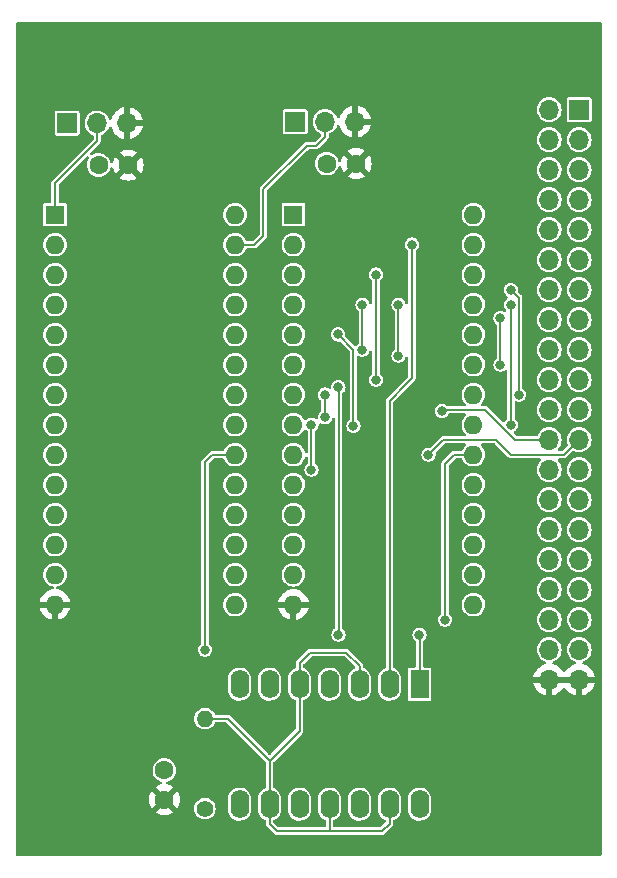
<source format=gbl>
G04 #@! TF.GenerationSoftware,KiCad,Pcbnew,(6.0.1)*
G04 #@! TF.CreationDate,2022-09-17T15:50:42-04:00*
G04 #@! TF.ProjectId,LB-MEM-02,4c422d4d-454d-42d3-9032-2e6b69636164,1*
G04 #@! TF.SameCoordinates,Original*
G04 #@! TF.FileFunction,Copper,L2,Bot*
G04 #@! TF.FilePolarity,Positive*
%FSLAX46Y46*%
G04 Gerber Fmt 4.6, Leading zero omitted, Abs format (unit mm)*
G04 Created by KiCad (PCBNEW (6.0.1)) date 2022-09-17 15:50:42*
%MOMM*%
%LPD*%
G01*
G04 APERTURE LIST*
G04 #@! TA.AperFunction,ComponentPad*
%ADD10C,1.400000*%
G04 #@! TD*
G04 #@! TA.AperFunction,ComponentPad*
%ADD11O,1.400000X1.400000*%
G04 #@! TD*
G04 #@! TA.AperFunction,ComponentPad*
%ADD12R,1.600000X1.600000*%
G04 #@! TD*
G04 #@! TA.AperFunction,ComponentPad*
%ADD13O,1.600000X1.600000*%
G04 #@! TD*
G04 #@! TA.AperFunction,ComponentPad*
%ADD14R,1.700000X1.700000*%
G04 #@! TD*
G04 #@! TA.AperFunction,ComponentPad*
%ADD15O,1.700000X1.700000*%
G04 #@! TD*
G04 #@! TA.AperFunction,ComponentPad*
%ADD16R,1.600000X2.400000*%
G04 #@! TD*
G04 #@! TA.AperFunction,ComponentPad*
%ADD17O,1.600000X2.400000*%
G04 #@! TD*
G04 #@! TA.AperFunction,ComponentPad*
%ADD18C,1.600000*%
G04 #@! TD*
G04 #@! TA.AperFunction,ViaPad*
%ADD19C,0.800000*%
G04 #@! TD*
G04 #@! TA.AperFunction,Conductor*
%ADD20C,0.203200*%
G04 #@! TD*
G04 APERTURE END LIST*
D10*
X148209000Y-113792000D03*
D11*
X148209000Y-106172000D03*
D12*
X155702000Y-63500000D03*
D13*
X155702000Y-66040000D03*
X155702000Y-68580000D03*
X155702000Y-71120000D03*
X155702000Y-73660000D03*
X155702000Y-76200000D03*
X155702000Y-78740000D03*
X155702000Y-81280000D03*
X155702000Y-83820000D03*
X155702000Y-86360000D03*
X155702000Y-88900000D03*
X155702000Y-91440000D03*
X155702000Y-93980000D03*
X155702000Y-96520000D03*
X170942000Y-96520000D03*
X170942000Y-93980000D03*
X170942000Y-91440000D03*
X170942000Y-88900000D03*
X170942000Y-86360000D03*
X170942000Y-83820000D03*
X170942000Y-81280000D03*
X170942000Y-78740000D03*
X170942000Y-76200000D03*
X170942000Y-73660000D03*
X170942000Y-71120000D03*
X170942000Y-68580000D03*
X170942000Y-66040000D03*
X170942000Y-63500000D03*
D14*
X179890000Y-54615000D03*
D15*
X177350000Y-54615000D03*
X179890000Y-57155000D03*
X177350000Y-57155000D03*
X179890000Y-59695000D03*
X177350000Y-59695000D03*
X179890000Y-62235000D03*
X177350000Y-62235000D03*
X179890000Y-64775000D03*
X177350000Y-64775000D03*
X179890000Y-67315000D03*
X177350000Y-67315000D03*
X179890000Y-69855000D03*
X177350000Y-69855000D03*
X179890000Y-72395000D03*
X177350000Y-72395000D03*
X179890000Y-74935000D03*
X177350000Y-74935000D03*
X179890000Y-77475000D03*
X177350000Y-77475000D03*
X179890000Y-80015000D03*
X177350000Y-80015000D03*
X179890000Y-82555000D03*
X177350000Y-82555000D03*
X179890000Y-85095000D03*
X177350000Y-85095000D03*
X179890000Y-87635000D03*
X177350000Y-87635000D03*
X179890000Y-90175000D03*
X177350000Y-90175000D03*
X179890000Y-92715000D03*
X177350000Y-92715000D03*
X179890000Y-95255000D03*
X177350000Y-95255000D03*
X179890000Y-97795000D03*
X177350000Y-97795000D03*
X179890000Y-100335000D03*
X177350000Y-100335000D03*
X179890000Y-102875000D03*
X177350000Y-102875000D03*
D16*
X166375000Y-103256000D03*
D17*
X163835000Y-103256000D03*
X161295000Y-103256000D03*
X158755000Y-103256000D03*
X156215000Y-103256000D03*
X153675000Y-103256000D03*
X151135000Y-103256000D03*
X151135000Y-113416000D03*
X153675000Y-113416000D03*
X156215000Y-113416000D03*
X158755000Y-113416000D03*
X161295000Y-113416000D03*
X163835000Y-113416000D03*
X166375000Y-113416000D03*
D12*
X135507000Y-63500000D03*
D13*
X135507000Y-66040000D03*
X135507000Y-68580000D03*
X135507000Y-71120000D03*
X135507000Y-73660000D03*
X135507000Y-76200000D03*
X135507000Y-78740000D03*
X135507000Y-81280000D03*
X135507000Y-83820000D03*
X135507000Y-86360000D03*
X135507000Y-88900000D03*
X135507000Y-91440000D03*
X135507000Y-93980000D03*
X135507000Y-96520000D03*
X150747000Y-96520000D03*
X150747000Y-93980000D03*
X150747000Y-91440000D03*
X150747000Y-88900000D03*
X150747000Y-86360000D03*
X150747000Y-83820000D03*
X150747000Y-81280000D03*
X150747000Y-78740000D03*
X150747000Y-76200000D03*
X150747000Y-73660000D03*
X150747000Y-71120000D03*
X150747000Y-68580000D03*
X150747000Y-66040000D03*
X150747000Y-63500000D03*
D18*
X144780000Y-113030000D03*
X144780000Y-110530000D03*
X141712000Y-59309000D03*
X139212000Y-59309000D03*
D14*
X136540000Y-55753000D03*
D15*
X139080000Y-55753000D03*
X141620000Y-55753000D03*
D14*
X155844000Y-55626000D03*
D15*
X158384000Y-55626000D03*
X160924000Y-55626000D03*
D18*
X161016000Y-59182000D03*
X158516000Y-59182000D03*
D19*
X168275000Y-80118500D03*
X160782000Y-81388500D03*
X158369000Y-80663500D03*
X158369000Y-78740000D03*
X159508425Y-78123500D03*
X157226000Y-81280000D03*
X157226000Y-85090000D03*
X167132000Y-83820000D03*
X168529000Y-97790000D03*
X159512000Y-99060000D03*
X148209000Y-100330000D03*
X165735000Y-66040000D03*
X166370000Y-99060000D03*
X159494405Y-73642405D03*
X164592000Y-75438000D03*
X164592000Y-71120000D03*
X174099405Y-69867595D03*
X174770500Y-78740000D03*
X162687000Y-68580000D03*
X161544000Y-71120000D03*
X162687000Y-77470000D03*
X161544000Y-74930000D03*
X174117000Y-81280000D03*
X174117000Y-71120000D03*
X173228000Y-76200000D03*
X173228000Y-72263000D03*
D20*
X148209000Y-106172000D02*
X150124000Y-106172000D01*
X150124000Y-106172000D02*
X153675000Y-109723000D01*
X139080000Y-57262000D02*
X139080000Y-55753000D01*
X135507000Y-60835000D02*
X139080000Y-57262000D01*
X135507000Y-63500000D02*
X135507000Y-60835000D01*
X157607000Y-57658000D02*
X156845000Y-57658000D01*
X153162000Y-61341000D02*
X156845000Y-57658000D01*
X158369000Y-56896000D02*
X157607000Y-57658000D01*
X158369000Y-55641000D02*
X158369000Y-56896000D01*
X158384000Y-55626000D02*
X158369000Y-55641000D01*
X152400000Y-66040000D02*
X153162000Y-65278000D01*
X153162000Y-65278000D02*
X153162000Y-61341000D01*
X150747000Y-66040000D02*
X152400000Y-66040000D01*
X168383500Y-80010000D02*
X168275000Y-80118500D01*
X170561000Y-80010000D02*
X168383500Y-80010000D01*
X160782000Y-81388500D02*
X160782000Y-78740000D01*
X160782000Y-79883000D02*
X160782000Y-78740000D01*
X160782000Y-78740000D02*
X160782000Y-74930000D01*
X158369000Y-78740000D02*
X158369000Y-80663500D01*
X159517000Y-78132075D02*
X159508425Y-78123500D01*
X159517000Y-80010000D02*
X159517000Y-78132075D01*
X171922795Y-80010000D02*
X170561000Y-80010000D01*
X174467795Y-82555000D02*
X171922795Y-80010000D01*
X177350000Y-82555000D02*
X174467795Y-82555000D01*
X157226000Y-85090000D02*
X157226000Y-81280000D01*
X174117000Y-83820000D02*
X172847000Y-82550000D01*
X168402000Y-82550000D02*
X167132000Y-83820000D01*
X178625000Y-83820000D02*
X174117000Y-83820000D01*
X179890000Y-82555000D02*
X178625000Y-83820000D01*
X172847000Y-82550000D02*
X168402000Y-82550000D01*
X169291000Y-83820000D02*
X170942000Y-83820000D01*
X168529000Y-84582000D02*
X169291000Y-83820000D01*
X168529000Y-97790000D02*
X168529000Y-84582000D01*
X159517000Y-99055000D02*
X159512000Y-99060000D01*
X159517000Y-80010000D02*
X159517000Y-99055000D01*
X156215000Y-107183000D02*
X156215000Y-103256000D01*
X153675000Y-109723000D02*
X156215000Y-107183000D01*
X153675000Y-113416000D02*
X153675000Y-109723000D01*
X157099000Y-100584000D02*
X160147000Y-100584000D01*
X156215000Y-101468000D02*
X157099000Y-100584000D01*
X160147000Y-100584000D02*
X161295000Y-101732000D01*
X161295000Y-101732000D02*
X161295000Y-103256000D01*
X156215000Y-103256000D02*
X156215000Y-101468000D01*
X158755000Y-113416000D02*
X158755000Y-115692000D01*
X158755000Y-115692000D02*
X158750000Y-115697000D01*
X158750000Y-115697000D02*
X154305000Y-115697000D01*
X163195000Y-115697000D02*
X158750000Y-115697000D01*
X153675000Y-115067000D02*
X153675000Y-113416000D01*
X154305000Y-115697000D02*
X153675000Y-115067000D01*
X163835000Y-113416000D02*
X163835000Y-115057000D01*
X163835000Y-115057000D02*
X163195000Y-115697000D01*
X148844000Y-83820000D02*
X150747000Y-83820000D01*
X148209000Y-84455000D02*
X148844000Y-83820000D01*
X148209000Y-100330000D02*
X148209000Y-84455000D01*
X165735000Y-77343000D02*
X165735000Y-66040000D01*
X165227000Y-77851000D02*
X165735000Y-77343000D01*
X163835000Y-79243000D02*
X165227000Y-77851000D01*
X163835000Y-103256000D02*
X163835000Y-79243000D01*
X166375000Y-99065000D02*
X166375000Y-103256000D01*
X166370000Y-99060000D02*
X166375000Y-99065000D01*
X160782000Y-74930000D02*
X159494405Y-73642405D01*
X164592000Y-71120000D02*
X164592000Y-75438000D01*
X174770500Y-70538690D02*
X174099405Y-69867595D01*
X174770500Y-78740000D02*
X174770500Y-70538690D01*
X162687000Y-68580000D02*
X162687000Y-77470000D01*
X161544000Y-74930000D02*
X161544000Y-71120000D01*
X174117000Y-71120000D02*
X174117000Y-81280000D01*
X173228000Y-72263000D02*
X173228000Y-76200000D01*
G04 #@! TA.AperFunction,Conductor*
G36*
X181738921Y-47223202D02*
G01*
X181785414Y-47276858D01*
X181796800Y-47329200D01*
X181796800Y-117670800D01*
X181776798Y-117738921D01*
X181723142Y-117785414D01*
X181670800Y-117796800D01*
X132329200Y-117796800D01*
X132261079Y-117776798D01*
X132214586Y-117723142D01*
X132203200Y-117670800D01*
X132203200Y-114116062D01*
X144058493Y-114116062D01*
X144067789Y-114128077D01*
X144118994Y-114163931D01*
X144128489Y-114169414D01*
X144325947Y-114261490D01*
X144336239Y-114265236D01*
X144546688Y-114321625D01*
X144557481Y-114323528D01*
X144774525Y-114342517D01*
X144785475Y-114342517D01*
X145002519Y-114323528D01*
X145013312Y-114321625D01*
X145223761Y-114265236D01*
X145234053Y-114261490D01*
X145431511Y-114169414D01*
X145441006Y-114163931D01*
X145493048Y-114127491D01*
X145501424Y-114117012D01*
X145494356Y-114103566D01*
X145182790Y-113792000D01*
X147300322Y-113792000D01*
X147320179Y-113980925D01*
X147378881Y-114161593D01*
X147473864Y-114326108D01*
X147600976Y-114467279D01*
X147606315Y-114471158D01*
X147710152Y-114546600D01*
X147754661Y-114578938D01*
X147760689Y-114581622D01*
X147760691Y-114581623D01*
X147843936Y-114618686D01*
X147928203Y-114656204D01*
X148013785Y-114674395D01*
X148107560Y-114694328D01*
X148107564Y-114694328D01*
X148114017Y-114695700D01*
X148303983Y-114695700D01*
X148310436Y-114694328D01*
X148310440Y-114694328D01*
X148404215Y-114674395D01*
X148489797Y-114656204D01*
X148574064Y-114618686D01*
X148657309Y-114581623D01*
X148657311Y-114581622D01*
X148663339Y-114578938D01*
X148707849Y-114546600D01*
X148811685Y-114471158D01*
X148817024Y-114467279D01*
X148944136Y-114326108D01*
X149039119Y-114161593D01*
X149097821Y-113980925D01*
X149109800Y-113866957D01*
X150131300Y-113866957D01*
X150146730Y-114018863D01*
X150207706Y-114213439D01*
X150306562Y-114391779D01*
X150439259Y-114546600D01*
X150444296Y-114550507D01*
X150444298Y-114550509D01*
X150519818Y-114609087D01*
X150600377Y-114671575D01*
X150783334Y-114761601D01*
X150789512Y-114763210D01*
X150789514Y-114763211D01*
X150974473Y-114811390D01*
X150974478Y-114811391D01*
X150980656Y-114813000D01*
X151070710Y-114817720D01*
X151177901Y-114823338D01*
X151177906Y-114823338D01*
X151184283Y-114823672D01*
X151385897Y-114793180D01*
X151391881Y-114790978D01*
X151391886Y-114790977D01*
X151571272Y-114724976D01*
X151571273Y-114724975D01*
X151577262Y-114722772D01*
X151623138Y-114694328D01*
X151684625Y-114656204D01*
X151750561Y-114615322D01*
X151793140Y-114575057D01*
X151894073Y-114479609D01*
X151894074Y-114479608D01*
X151898714Y-114475220D01*
X151904275Y-114467279D01*
X151961050Y-114386195D01*
X152015670Y-114308190D01*
X152096651Y-114121054D01*
X152124614Y-113987204D01*
X152137360Y-113926192D01*
X152137361Y-113926187D01*
X152138349Y-113921456D01*
X152138700Y-113914759D01*
X152138700Y-112965043D01*
X152123270Y-112813137D01*
X152062294Y-112618561D01*
X151963438Y-112440221D01*
X151830741Y-112285400D01*
X151669623Y-112160425D01*
X151486666Y-112070399D01*
X151480488Y-112068790D01*
X151480486Y-112068789D01*
X151295527Y-112020610D01*
X151295522Y-112020609D01*
X151289344Y-112019000D01*
X151199290Y-112014280D01*
X151092099Y-112008662D01*
X151092094Y-112008662D01*
X151085717Y-112008328D01*
X150884103Y-112038820D01*
X150878119Y-112041022D01*
X150878114Y-112041023D01*
X150747208Y-112089187D01*
X150692738Y-112109228D01*
X150519439Y-112216678D01*
X150514801Y-112221064D01*
X150412518Y-112317789D01*
X150371286Y-112356780D01*
X150367624Y-112362010D01*
X150367623Y-112362011D01*
X150356085Y-112378489D01*
X150254330Y-112523810D01*
X150173349Y-112710946D01*
X150131651Y-112910544D01*
X150131300Y-112917241D01*
X150131300Y-113866957D01*
X149109800Y-113866957D01*
X149117678Y-113792000D01*
X149097821Y-113603075D01*
X149039119Y-113422407D01*
X149023030Y-113394539D01*
X148947439Y-113263613D01*
X148944136Y-113257892D01*
X148817024Y-113116721D01*
X148693582Y-113027035D01*
X148668681Y-113008943D01*
X148668680Y-113008942D01*
X148663339Y-113005062D01*
X148657311Y-113002378D01*
X148657309Y-113002377D01*
X148495828Y-112930481D01*
X148495827Y-112930481D01*
X148489797Y-112927796D01*
X148386352Y-112905808D01*
X148310440Y-112889672D01*
X148310436Y-112889672D01*
X148303983Y-112888300D01*
X148114017Y-112888300D01*
X148107564Y-112889672D01*
X148107560Y-112889672D01*
X148031648Y-112905808D01*
X147928203Y-112927796D01*
X147922173Y-112930481D01*
X147922172Y-112930481D01*
X147760691Y-113002377D01*
X147760689Y-113002378D01*
X147754661Y-113005062D01*
X147749320Y-113008942D01*
X147749319Y-113008943D01*
X147724418Y-113027035D01*
X147600976Y-113116721D01*
X147473864Y-113257892D01*
X147470561Y-113263613D01*
X147394971Y-113394539D01*
X147378881Y-113422407D01*
X147320179Y-113603075D01*
X147300322Y-113792000D01*
X145182790Y-113792000D01*
X144792812Y-113402022D01*
X144778868Y-113394408D01*
X144777035Y-113394539D01*
X144770420Y-113398790D01*
X144064923Y-114104287D01*
X144058493Y-114116062D01*
X132203200Y-114116062D01*
X132203200Y-113035475D01*
X143467483Y-113035475D01*
X143486472Y-113252519D01*
X143488375Y-113263312D01*
X143544764Y-113473761D01*
X143548510Y-113484053D01*
X143640586Y-113681511D01*
X143646069Y-113691006D01*
X143682509Y-113743048D01*
X143692988Y-113751424D01*
X143706434Y-113744356D01*
X144407978Y-113042812D01*
X144414356Y-113031132D01*
X145144408Y-113031132D01*
X145144539Y-113032965D01*
X145148790Y-113039580D01*
X145854287Y-113745077D01*
X145866062Y-113751507D01*
X145878077Y-113742211D01*
X145913931Y-113691006D01*
X145919414Y-113681511D01*
X146011490Y-113484053D01*
X146015236Y-113473761D01*
X146071625Y-113263312D01*
X146073528Y-113252519D01*
X146092517Y-113035475D01*
X146092517Y-113024525D01*
X146073528Y-112807481D01*
X146071625Y-112796688D01*
X146015236Y-112586239D01*
X146011490Y-112575947D01*
X145919414Y-112378489D01*
X145913931Y-112368994D01*
X145877491Y-112316952D01*
X145867012Y-112308576D01*
X145853566Y-112315644D01*
X145152022Y-113017188D01*
X145144408Y-113031132D01*
X144414356Y-113031132D01*
X144415592Y-113028868D01*
X144415461Y-113027035D01*
X144411210Y-113020420D01*
X143705713Y-112314923D01*
X143693938Y-112308493D01*
X143681923Y-112317789D01*
X143646069Y-112368994D01*
X143640586Y-112378489D01*
X143548510Y-112575947D01*
X143544764Y-112586239D01*
X143488375Y-112796688D01*
X143486472Y-112807481D01*
X143467483Y-113024525D01*
X143467483Y-113035475D01*
X132203200Y-113035475D01*
X132203200Y-110515918D01*
X143771542Y-110515918D01*
X143788013Y-110712064D01*
X143789712Y-110717989D01*
X143801557Y-110759296D01*
X143842268Y-110901274D01*
X143845087Y-110906759D01*
X143929424Y-111070861D01*
X143929427Y-111070866D01*
X143932242Y-111076343D01*
X144054506Y-111230602D01*
X144204403Y-111358175D01*
X144376226Y-111454203D01*
X144382084Y-111456106D01*
X144382090Y-111456109D01*
X144528031Y-111503528D01*
X144586637Y-111543602D01*
X144614274Y-111608998D01*
X144602167Y-111678955D01*
X144554161Y-111731261D01*
X144521706Y-111745068D01*
X144336239Y-111794764D01*
X144325947Y-111798510D01*
X144128489Y-111890586D01*
X144118994Y-111896069D01*
X144066952Y-111932509D01*
X144058576Y-111942988D01*
X144065644Y-111956434D01*
X144767188Y-112657978D01*
X144781132Y-112665592D01*
X144782965Y-112665461D01*
X144789580Y-112661210D01*
X145495077Y-111955713D01*
X145501507Y-111943938D01*
X145492211Y-111931923D01*
X145441006Y-111896069D01*
X145431511Y-111890586D01*
X145234053Y-111798510D01*
X145223761Y-111794764D01*
X145035310Y-111744269D01*
X144974687Y-111707317D01*
X144943666Y-111643457D01*
X144952094Y-111572962D01*
X144997297Y-111518215D01*
X145034037Y-111501204D01*
X145052927Y-111495930D01*
X145144719Y-111470301D01*
X145320411Y-111381552D01*
X145350333Y-111358175D01*
X145470659Y-111264166D01*
X145470660Y-111264165D01*
X145475520Y-111260368D01*
X145604136Y-111111364D01*
X145607180Y-111106006D01*
X145698316Y-110945580D01*
X145698318Y-110945575D01*
X145701362Y-110940217D01*
X145763493Y-110753444D01*
X145769496Y-110705922D01*
X145787721Y-110561664D01*
X145787722Y-110561655D01*
X145788163Y-110558161D01*
X145788556Y-110530000D01*
X145769348Y-110334104D01*
X145767031Y-110326428D01*
X145714237Y-110151569D01*
X145712456Y-110145669D01*
X145620048Y-109971874D01*
X145507216Y-109833528D01*
X145499537Y-109824112D01*
X145499534Y-109824109D01*
X145495642Y-109819337D01*
X145490893Y-109815408D01*
X145348727Y-109697798D01*
X145348723Y-109697796D01*
X145343977Y-109693869D01*
X145170831Y-109600249D01*
X145076814Y-109571146D01*
X144988685Y-109543866D01*
X144988682Y-109543865D01*
X144982798Y-109542044D01*
X144976673Y-109541400D01*
X144976672Y-109541400D01*
X144793169Y-109522113D01*
X144793168Y-109522113D01*
X144787041Y-109521469D01*
X144714275Y-109528091D01*
X144597153Y-109538749D01*
X144597149Y-109538750D01*
X144591015Y-109539308D01*
X144402188Y-109594883D01*
X144227752Y-109686076D01*
X144074350Y-109809414D01*
X143947827Y-109960199D01*
X143853001Y-110132688D01*
X143793483Y-110320309D01*
X143771542Y-110515918D01*
X132203200Y-110515918D01*
X132203200Y-106172000D01*
X147300322Y-106172000D01*
X147320179Y-106360925D01*
X147378881Y-106541593D01*
X147473864Y-106706108D01*
X147600976Y-106847279D01*
X147754661Y-106958938D01*
X147760689Y-106961622D01*
X147760691Y-106961623D01*
X147856660Y-107004351D01*
X147928203Y-107036204D01*
X148021110Y-107055952D01*
X148107560Y-107074328D01*
X148107564Y-107074328D01*
X148114017Y-107075700D01*
X148303983Y-107075700D01*
X148310436Y-107074328D01*
X148310440Y-107074328D01*
X148396890Y-107055952D01*
X148489797Y-107036204D01*
X148561340Y-107004351D01*
X148657309Y-106961623D01*
X148657311Y-106961622D01*
X148663339Y-106958938D01*
X148817024Y-106847279D01*
X148944136Y-106706108D01*
X149039119Y-106541593D01*
X149041447Y-106542937D01*
X149079709Y-106497941D01*
X149148814Y-106477300D01*
X149945351Y-106477300D01*
X150013472Y-106497302D01*
X150034446Y-106514205D01*
X153332795Y-109812554D01*
X153366821Y-109874866D01*
X153369700Y-109901649D01*
X153369700Y-111970937D01*
X153349698Y-112039058D01*
X153296042Y-112085551D01*
X153287207Y-112089187D01*
X153232738Y-112109228D01*
X153059439Y-112216678D01*
X153054801Y-112221064D01*
X152952518Y-112317789D01*
X152911286Y-112356780D01*
X152907624Y-112362010D01*
X152907623Y-112362011D01*
X152896085Y-112378489D01*
X152794330Y-112523810D01*
X152713349Y-112710946D01*
X152671651Y-112910544D01*
X152671300Y-112917241D01*
X152671300Y-113866957D01*
X152686730Y-114018863D01*
X152747706Y-114213439D01*
X152846562Y-114391779D01*
X152979259Y-114546600D01*
X152984296Y-114550507D01*
X152984298Y-114550509D01*
X153059818Y-114609087D01*
X153140377Y-114671575D01*
X153146094Y-114674388D01*
X153146105Y-114674395D01*
X153299330Y-114749791D01*
X153351621Y-114797813D01*
X153369700Y-114862845D01*
X153369700Y-115013710D01*
X153369493Y-115016535D01*
X153367744Y-115021628D01*
X153368603Y-115044500D01*
X153369611Y-115071356D01*
X153369700Y-115076083D01*
X153369700Y-115095393D01*
X153370592Y-115100180D01*
X153370833Y-115103898D01*
X153372011Y-115135282D01*
X153376605Y-115145974D01*
X153377525Y-115150059D01*
X153381601Y-115163475D01*
X153383106Y-115167374D01*
X153385236Y-115178811D01*
X153398453Y-115200253D01*
X153406961Y-115216632D01*
X153413393Y-115231604D01*
X153413396Y-115231608D01*
X153416906Y-115239779D01*
X153420985Y-115244744D01*
X153423311Y-115247070D01*
X153423402Y-115247185D01*
X153425223Y-115249193D01*
X153425087Y-115249316D01*
X153432940Y-115259250D01*
X153438810Y-115265723D01*
X153444915Y-115275628D01*
X153467158Y-115292542D01*
X153479977Y-115303736D01*
X154051437Y-115875196D01*
X154053291Y-115877343D01*
X154055655Y-115882180D01*
X154064184Y-115890092D01*
X154064185Y-115890093D01*
X154092151Y-115916035D01*
X154095556Y-115919315D01*
X154109198Y-115932957D01*
X154113219Y-115935716D01*
X154115982Y-115938142D01*
X154139037Y-115959528D01*
X154149844Y-115963840D01*
X154153383Y-115966077D01*
X154165767Y-115972689D01*
X154169578Y-115974378D01*
X154179169Y-115980957D01*
X154203688Y-115986776D01*
X154221274Y-115992338D01*
X154236412Y-115998378D01*
X154236418Y-115998379D01*
X154244673Y-116001673D01*
X154251068Y-116002300D01*
X154254364Y-116002300D01*
X154254517Y-116002318D01*
X154257220Y-116002450D01*
X154257211Y-116002633D01*
X154269768Y-116004103D01*
X154278507Y-116004530D01*
X154289828Y-116007217D01*
X154301357Y-116005648D01*
X154301358Y-116005648D01*
X154317500Y-116003451D01*
X154334491Y-116002300D01*
X158696710Y-116002300D01*
X158699535Y-116002507D01*
X158704628Y-116004256D01*
X158754357Y-116002389D01*
X158759083Y-116002300D01*
X163141710Y-116002300D01*
X163144535Y-116002507D01*
X163149628Y-116004256D01*
X163199357Y-116002389D01*
X163204083Y-116002300D01*
X163223393Y-116002300D01*
X163228180Y-116001408D01*
X163231898Y-116001167D01*
X163263282Y-115999989D01*
X163273974Y-115995395D01*
X163278059Y-115994475D01*
X163291475Y-115990399D01*
X163295374Y-115988894D01*
X163306811Y-115986764D01*
X163328253Y-115973547D01*
X163344632Y-115965039D01*
X163359604Y-115958607D01*
X163359608Y-115958604D01*
X163367779Y-115955094D01*
X163372744Y-115951015D01*
X163375070Y-115948689D01*
X163375185Y-115948598D01*
X163377193Y-115946777D01*
X163377316Y-115946913D01*
X163387250Y-115939060D01*
X163393723Y-115933190D01*
X163403628Y-115927085D01*
X163420532Y-115904855D01*
X163431733Y-115892026D01*
X164013204Y-115310556D01*
X164015344Y-115308709D01*
X164020180Y-115306345D01*
X164028201Y-115297699D01*
X164054022Y-115269863D01*
X164057302Y-115266458D01*
X164070957Y-115252803D01*
X164073714Y-115248784D01*
X164076166Y-115245992D01*
X164089615Y-115231495D01*
X164089618Y-115231490D01*
X164097528Y-115222963D01*
X164101838Y-115212159D01*
X164104080Y-115208613D01*
X164110684Y-115196245D01*
X164112378Y-115192422D01*
X164118957Y-115182832D01*
X164121642Y-115171518D01*
X164121643Y-115171515D01*
X164124774Y-115158318D01*
X164130339Y-115140723D01*
X164139673Y-115117327D01*
X164140300Y-115110932D01*
X164140300Y-115107636D01*
X164140318Y-115107483D01*
X164140450Y-115104780D01*
X164140633Y-115104789D01*
X164142103Y-115092232D01*
X164142530Y-115083493D01*
X164145217Y-115072172D01*
X164141451Y-115044500D01*
X164140300Y-115027509D01*
X164140300Y-114861063D01*
X164160302Y-114792942D01*
X164213958Y-114746449D01*
X164222792Y-114742813D01*
X164229480Y-114740352D01*
X164277262Y-114722772D01*
X164323138Y-114694328D01*
X164384625Y-114656204D01*
X164450561Y-114615322D01*
X164493140Y-114575057D01*
X164594073Y-114479609D01*
X164594074Y-114479608D01*
X164598714Y-114475220D01*
X164604275Y-114467279D01*
X164661050Y-114386195D01*
X164715670Y-114308190D01*
X164796651Y-114121054D01*
X164824614Y-113987204D01*
X164837360Y-113926192D01*
X164837361Y-113926187D01*
X164838349Y-113921456D01*
X164838700Y-113914759D01*
X164838700Y-113866957D01*
X165371300Y-113866957D01*
X165386730Y-114018863D01*
X165447706Y-114213439D01*
X165546562Y-114391779D01*
X165679259Y-114546600D01*
X165684296Y-114550507D01*
X165684298Y-114550509D01*
X165759818Y-114609087D01*
X165840377Y-114671575D01*
X166023334Y-114761601D01*
X166029512Y-114763210D01*
X166029514Y-114763211D01*
X166214473Y-114811390D01*
X166214478Y-114811391D01*
X166220656Y-114813000D01*
X166310710Y-114817720D01*
X166417901Y-114823338D01*
X166417906Y-114823338D01*
X166424283Y-114823672D01*
X166625897Y-114793180D01*
X166631881Y-114790978D01*
X166631886Y-114790977D01*
X166811272Y-114724976D01*
X166811273Y-114724975D01*
X166817262Y-114722772D01*
X166863138Y-114694328D01*
X166924625Y-114656204D01*
X166990561Y-114615322D01*
X167033140Y-114575057D01*
X167134073Y-114479609D01*
X167134074Y-114479608D01*
X167138714Y-114475220D01*
X167144275Y-114467279D01*
X167201050Y-114386195D01*
X167255670Y-114308190D01*
X167336651Y-114121054D01*
X167364614Y-113987204D01*
X167377360Y-113926192D01*
X167377361Y-113926187D01*
X167378349Y-113921456D01*
X167378700Y-113914759D01*
X167378700Y-112965043D01*
X167363270Y-112813137D01*
X167302294Y-112618561D01*
X167203438Y-112440221D01*
X167070741Y-112285400D01*
X166909623Y-112160425D01*
X166726666Y-112070399D01*
X166720488Y-112068790D01*
X166720486Y-112068789D01*
X166535527Y-112020610D01*
X166535522Y-112020609D01*
X166529344Y-112019000D01*
X166439290Y-112014280D01*
X166332099Y-112008662D01*
X166332094Y-112008662D01*
X166325717Y-112008328D01*
X166124103Y-112038820D01*
X166118119Y-112041022D01*
X166118114Y-112041023D01*
X165987208Y-112089187D01*
X165932738Y-112109228D01*
X165759439Y-112216678D01*
X165754801Y-112221064D01*
X165652518Y-112317789D01*
X165611286Y-112356780D01*
X165607624Y-112362010D01*
X165607623Y-112362011D01*
X165596085Y-112378489D01*
X165494330Y-112523810D01*
X165413349Y-112710946D01*
X165371651Y-112910544D01*
X165371300Y-112917241D01*
X165371300Y-113866957D01*
X164838700Y-113866957D01*
X164838700Y-112965043D01*
X164823270Y-112813137D01*
X164762294Y-112618561D01*
X164663438Y-112440221D01*
X164530741Y-112285400D01*
X164369623Y-112160425D01*
X164186666Y-112070399D01*
X164180488Y-112068790D01*
X164180486Y-112068789D01*
X163995527Y-112020610D01*
X163995522Y-112020609D01*
X163989344Y-112019000D01*
X163899290Y-112014280D01*
X163792099Y-112008662D01*
X163792094Y-112008662D01*
X163785717Y-112008328D01*
X163584103Y-112038820D01*
X163578119Y-112041022D01*
X163578114Y-112041023D01*
X163447208Y-112089187D01*
X163392738Y-112109228D01*
X163219439Y-112216678D01*
X163214801Y-112221064D01*
X163112518Y-112317789D01*
X163071286Y-112356780D01*
X163067624Y-112362010D01*
X163067623Y-112362011D01*
X163056085Y-112378489D01*
X162954330Y-112523810D01*
X162873349Y-112710946D01*
X162831651Y-112910544D01*
X162831300Y-112917241D01*
X162831300Y-113866957D01*
X162846730Y-114018863D01*
X162907706Y-114213439D01*
X163006562Y-114391779D01*
X163139259Y-114546600D01*
X163144296Y-114550507D01*
X163144298Y-114550509D01*
X163219818Y-114609087D01*
X163300377Y-114671575D01*
X163306094Y-114674388D01*
X163306105Y-114674395D01*
X163459330Y-114749791D01*
X163511621Y-114797813D01*
X163529700Y-114862845D01*
X163529700Y-114878350D01*
X163509698Y-114946471D01*
X163492795Y-114967445D01*
X163105445Y-115354795D01*
X163043133Y-115388821D01*
X163016350Y-115391700D01*
X159186300Y-115391700D01*
X159118179Y-115371698D01*
X159071686Y-115318042D01*
X159060300Y-115265700D01*
X159060300Y-114861063D01*
X159080302Y-114792942D01*
X159133958Y-114746449D01*
X159142792Y-114742813D01*
X159149480Y-114740352D01*
X159197262Y-114722772D01*
X159243138Y-114694328D01*
X159304625Y-114656204D01*
X159370561Y-114615322D01*
X159413140Y-114575057D01*
X159514073Y-114479609D01*
X159514074Y-114479608D01*
X159518714Y-114475220D01*
X159524275Y-114467279D01*
X159581050Y-114386195D01*
X159635670Y-114308190D01*
X159716651Y-114121054D01*
X159744614Y-113987204D01*
X159757360Y-113926192D01*
X159757361Y-113926187D01*
X159758349Y-113921456D01*
X159758700Y-113914759D01*
X159758700Y-113866957D01*
X160291300Y-113866957D01*
X160306730Y-114018863D01*
X160367706Y-114213439D01*
X160466562Y-114391779D01*
X160599259Y-114546600D01*
X160604296Y-114550507D01*
X160604298Y-114550509D01*
X160679818Y-114609087D01*
X160760377Y-114671575D01*
X160943334Y-114761601D01*
X160949512Y-114763210D01*
X160949514Y-114763211D01*
X161134473Y-114811390D01*
X161134478Y-114811391D01*
X161140656Y-114813000D01*
X161230710Y-114817720D01*
X161337901Y-114823338D01*
X161337906Y-114823338D01*
X161344283Y-114823672D01*
X161545897Y-114793180D01*
X161551881Y-114790978D01*
X161551886Y-114790977D01*
X161731272Y-114724976D01*
X161731273Y-114724975D01*
X161737262Y-114722772D01*
X161783138Y-114694328D01*
X161844625Y-114656204D01*
X161910561Y-114615322D01*
X161953140Y-114575057D01*
X162054073Y-114479609D01*
X162054074Y-114479608D01*
X162058714Y-114475220D01*
X162064275Y-114467279D01*
X162121050Y-114386195D01*
X162175670Y-114308190D01*
X162256651Y-114121054D01*
X162284614Y-113987204D01*
X162297360Y-113926192D01*
X162297361Y-113926187D01*
X162298349Y-113921456D01*
X162298700Y-113914759D01*
X162298700Y-112965043D01*
X162283270Y-112813137D01*
X162222294Y-112618561D01*
X162123438Y-112440221D01*
X161990741Y-112285400D01*
X161829623Y-112160425D01*
X161646666Y-112070399D01*
X161640488Y-112068790D01*
X161640486Y-112068789D01*
X161455527Y-112020610D01*
X161455522Y-112020609D01*
X161449344Y-112019000D01*
X161359290Y-112014280D01*
X161252099Y-112008662D01*
X161252094Y-112008662D01*
X161245717Y-112008328D01*
X161044103Y-112038820D01*
X161038119Y-112041022D01*
X161038114Y-112041023D01*
X160907208Y-112089187D01*
X160852738Y-112109228D01*
X160679439Y-112216678D01*
X160674801Y-112221064D01*
X160572518Y-112317789D01*
X160531286Y-112356780D01*
X160527624Y-112362010D01*
X160527623Y-112362011D01*
X160516085Y-112378489D01*
X160414330Y-112523810D01*
X160333349Y-112710946D01*
X160291651Y-112910544D01*
X160291300Y-112917241D01*
X160291300Y-113866957D01*
X159758700Y-113866957D01*
X159758700Y-112965043D01*
X159743270Y-112813137D01*
X159682294Y-112618561D01*
X159583438Y-112440221D01*
X159450741Y-112285400D01*
X159289623Y-112160425D01*
X159106666Y-112070399D01*
X159100488Y-112068790D01*
X159100486Y-112068789D01*
X158915527Y-112020610D01*
X158915522Y-112020609D01*
X158909344Y-112019000D01*
X158819290Y-112014280D01*
X158712099Y-112008662D01*
X158712094Y-112008662D01*
X158705717Y-112008328D01*
X158504103Y-112038820D01*
X158498119Y-112041022D01*
X158498114Y-112041023D01*
X158367208Y-112089187D01*
X158312738Y-112109228D01*
X158139439Y-112216678D01*
X158134801Y-112221064D01*
X158032518Y-112317789D01*
X157991286Y-112356780D01*
X157987624Y-112362010D01*
X157987623Y-112362011D01*
X157976085Y-112378489D01*
X157874330Y-112523810D01*
X157793349Y-112710946D01*
X157751651Y-112910544D01*
X157751300Y-112917241D01*
X157751300Y-113866957D01*
X157766730Y-114018863D01*
X157827706Y-114213439D01*
X157926562Y-114391779D01*
X158059259Y-114546600D01*
X158064296Y-114550507D01*
X158064298Y-114550509D01*
X158139818Y-114609087D01*
X158220377Y-114671575D01*
X158226094Y-114674388D01*
X158226105Y-114674395D01*
X158379330Y-114749791D01*
X158431621Y-114797813D01*
X158449700Y-114862845D01*
X158449700Y-115265700D01*
X158429698Y-115333821D01*
X158376042Y-115380314D01*
X158323700Y-115391700D01*
X154483650Y-115391700D01*
X154415529Y-115371698D01*
X154394555Y-115354795D01*
X154017205Y-114977445D01*
X153983179Y-114915133D01*
X153980300Y-114888350D01*
X153980300Y-114861063D01*
X154000302Y-114792942D01*
X154053958Y-114746449D01*
X154062792Y-114742813D01*
X154069480Y-114740352D01*
X154117262Y-114722772D01*
X154163138Y-114694328D01*
X154224625Y-114656204D01*
X154290561Y-114615322D01*
X154333140Y-114575057D01*
X154434073Y-114479609D01*
X154434074Y-114479608D01*
X154438714Y-114475220D01*
X154444275Y-114467279D01*
X154501050Y-114386195D01*
X154555670Y-114308190D01*
X154636651Y-114121054D01*
X154664614Y-113987204D01*
X154677360Y-113926192D01*
X154677361Y-113926187D01*
X154678349Y-113921456D01*
X154678700Y-113914759D01*
X154678700Y-113866957D01*
X155211300Y-113866957D01*
X155226730Y-114018863D01*
X155287706Y-114213439D01*
X155386562Y-114391779D01*
X155519259Y-114546600D01*
X155524296Y-114550507D01*
X155524298Y-114550509D01*
X155599818Y-114609087D01*
X155680377Y-114671575D01*
X155863334Y-114761601D01*
X155869512Y-114763210D01*
X155869514Y-114763211D01*
X156054473Y-114811390D01*
X156054478Y-114811391D01*
X156060656Y-114813000D01*
X156150710Y-114817720D01*
X156257901Y-114823338D01*
X156257906Y-114823338D01*
X156264283Y-114823672D01*
X156465897Y-114793180D01*
X156471881Y-114790978D01*
X156471886Y-114790977D01*
X156651272Y-114724976D01*
X156651273Y-114724975D01*
X156657262Y-114722772D01*
X156703138Y-114694328D01*
X156764625Y-114656204D01*
X156830561Y-114615322D01*
X156873140Y-114575057D01*
X156974073Y-114479609D01*
X156974074Y-114479608D01*
X156978714Y-114475220D01*
X156984275Y-114467279D01*
X157041050Y-114386195D01*
X157095670Y-114308190D01*
X157176651Y-114121054D01*
X157204614Y-113987204D01*
X157217360Y-113926192D01*
X157217361Y-113926187D01*
X157218349Y-113921456D01*
X157218700Y-113914759D01*
X157218700Y-112965043D01*
X157203270Y-112813137D01*
X157142294Y-112618561D01*
X157043438Y-112440221D01*
X156910741Y-112285400D01*
X156749623Y-112160425D01*
X156566666Y-112070399D01*
X156560488Y-112068790D01*
X156560486Y-112068789D01*
X156375527Y-112020610D01*
X156375522Y-112020609D01*
X156369344Y-112019000D01*
X156279290Y-112014280D01*
X156172099Y-112008662D01*
X156172094Y-112008662D01*
X156165717Y-112008328D01*
X155964103Y-112038820D01*
X155958119Y-112041022D01*
X155958114Y-112041023D01*
X155827208Y-112089187D01*
X155772738Y-112109228D01*
X155599439Y-112216678D01*
X155594801Y-112221064D01*
X155492518Y-112317789D01*
X155451286Y-112356780D01*
X155447624Y-112362010D01*
X155447623Y-112362011D01*
X155436085Y-112378489D01*
X155334330Y-112523810D01*
X155253349Y-112710946D01*
X155211651Y-112910544D01*
X155211300Y-112917241D01*
X155211300Y-113866957D01*
X154678700Y-113866957D01*
X154678700Y-112965043D01*
X154663270Y-112813137D01*
X154602294Y-112618561D01*
X154503438Y-112440221D01*
X154370741Y-112285400D01*
X154209623Y-112160425D01*
X154203906Y-112157612D01*
X154203895Y-112157605D01*
X154050670Y-112082209D01*
X153998379Y-112034187D01*
X153980300Y-111969155D01*
X153980300Y-109901649D01*
X154000302Y-109833528D01*
X154017205Y-109812554D01*
X156393196Y-107436563D01*
X156395343Y-107434709D01*
X156400180Y-107432345D01*
X156434035Y-107395849D01*
X156437315Y-107392444D01*
X156450956Y-107378803D01*
X156453711Y-107374787D01*
X156456166Y-107371991D01*
X156469615Y-107357493D01*
X156477528Y-107348963D01*
X156481839Y-107338157D01*
X156484074Y-107334622D01*
X156490681Y-107322249D01*
X156492376Y-107318424D01*
X156498956Y-107308832D01*
X156504772Y-107284325D01*
X156510337Y-107266729D01*
X156516378Y-107251587D01*
X156516379Y-107251584D01*
X156519673Y-107243327D01*
X156520300Y-107236932D01*
X156520300Y-107233638D01*
X156520318Y-107233487D01*
X156520450Y-107230780D01*
X156520633Y-107230789D01*
X156522103Y-107218234D01*
X156522530Y-107209493D01*
X156525217Y-107198173D01*
X156521451Y-107170503D01*
X156520300Y-107153511D01*
X156520300Y-104701063D01*
X156540302Y-104632942D01*
X156593958Y-104586449D01*
X156602792Y-104582813D01*
X156609480Y-104580352D01*
X156657262Y-104562772D01*
X156684639Y-104545798D01*
X156746139Y-104507666D01*
X156830561Y-104455322D01*
X156858200Y-104429185D01*
X156974073Y-104319609D01*
X156974074Y-104319608D01*
X156978714Y-104315220D01*
X157095670Y-104148190D01*
X157176651Y-103961054D01*
X157199458Y-103851883D01*
X157217360Y-103766192D01*
X157217361Y-103766187D01*
X157218349Y-103761456D01*
X157218700Y-103754759D01*
X157218700Y-103706957D01*
X157751300Y-103706957D01*
X157766730Y-103858863D01*
X157827706Y-104053439D01*
X157926562Y-104231779D01*
X158059259Y-104386600D01*
X158220377Y-104511575D01*
X158403334Y-104601601D01*
X158409512Y-104603210D01*
X158409514Y-104603211D01*
X158594473Y-104651390D01*
X158594478Y-104651391D01*
X158600656Y-104653000D01*
X158690710Y-104657720D01*
X158797901Y-104663338D01*
X158797906Y-104663338D01*
X158804283Y-104663672D01*
X159005897Y-104633180D01*
X159011881Y-104630978D01*
X159011886Y-104630977D01*
X159191272Y-104564976D01*
X159191273Y-104564975D01*
X159197262Y-104562772D01*
X159224639Y-104545798D01*
X159286139Y-104507666D01*
X159370561Y-104455322D01*
X159398200Y-104429185D01*
X159514073Y-104319609D01*
X159514074Y-104319608D01*
X159518714Y-104315220D01*
X159635670Y-104148190D01*
X159716651Y-103961054D01*
X159739458Y-103851883D01*
X159757360Y-103766192D01*
X159757361Y-103766187D01*
X159758349Y-103761456D01*
X159758700Y-103754759D01*
X159758700Y-102805043D01*
X159743270Y-102653137D01*
X159682294Y-102458561D01*
X159583438Y-102280221D01*
X159450741Y-102125400D01*
X159289623Y-102000425D01*
X159106666Y-101910399D01*
X159100488Y-101908790D01*
X159100486Y-101908789D01*
X158915527Y-101860610D01*
X158915522Y-101860609D01*
X158909344Y-101859000D01*
X158819290Y-101854280D01*
X158712099Y-101848662D01*
X158712094Y-101848662D01*
X158705717Y-101848328D01*
X158504103Y-101878820D01*
X158498119Y-101881022D01*
X158498114Y-101881023D01*
X158318728Y-101947024D01*
X158312738Y-101949228D01*
X158307316Y-101952590D01*
X158307312Y-101952592D01*
X158249091Y-101988691D01*
X158139439Y-102056678D01*
X158134801Y-102061064D01*
X158013767Y-102175521D01*
X157991286Y-102196780D01*
X157874330Y-102363810D01*
X157793349Y-102550946D01*
X157751651Y-102750544D01*
X157751300Y-102757241D01*
X157751300Y-103706957D01*
X157218700Y-103706957D01*
X157218700Y-102805043D01*
X157203270Y-102653137D01*
X157142294Y-102458561D01*
X157043438Y-102280221D01*
X156910741Y-102125400D01*
X156749623Y-102000425D01*
X156743906Y-101997612D01*
X156743895Y-101997605D01*
X156590670Y-101922209D01*
X156538379Y-101874187D01*
X156520300Y-101809155D01*
X156520300Y-101646650D01*
X156540302Y-101578529D01*
X156557205Y-101557554D01*
X157188556Y-100926204D01*
X157250868Y-100892179D01*
X157277651Y-100889300D01*
X159968351Y-100889300D01*
X160036472Y-100909302D01*
X160057446Y-100926205D01*
X160881386Y-101750145D01*
X160915412Y-101812457D01*
X160910347Y-101883272D01*
X160867800Y-101940108D01*
X160853058Y-101949110D01*
X160852738Y-101949228D01*
X160847318Y-101952589D01*
X160847315Y-101952590D01*
X160774714Y-101997605D01*
X160679439Y-102056678D01*
X160674801Y-102061064D01*
X160553767Y-102175521D01*
X160531286Y-102196780D01*
X160414330Y-102363810D01*
X160333349Y-102550946D01*
X160291651Y-102750544D01*
X160291300Y-102757241D01*
X160291300Y-103706957D01*
X160306730Y-103858863D01*
X160367706Y-104053439D01*
X160466562Y-104231779D01*
X160599259Y-104386600D01*
X160760377Y-104511575D01*
X160943334Y-104601601D01*
X160949512Y-104603210D01*
X160949514Y-104603211D01*
X161134473Y-104651390D01*
X161134478Y-104651391D01*
X161140656Y-104653000D01*
X161230710Y-104657720D01*
X161337901Y-104663338D01*
X161337906Y-104663338D01*
X161344283Y-104663672D01*
X161545897Y-104633180D01*
X161551881Y-104630978D01*
X161551886Y-104630977D01*
X161731272Y-104564976D01*
X161731273Y-104564975D01*
X161737262Y-104562772D01*
X161764639Y-104545798D01*
X161826139Y-104507666D01*
X161910561Y-104455322D01*
X161938200Y-104429185D01*
X162054073Y-104319609D01*
X162054074Y-104319608D01*
X162058714Y-104315220D01*
X162175670Y-104148190D01*
X162256651Y-103961054D01*
X162279458Y-103851883D01*
X162297360Y-103766192D01*
X162297361Y-103766187D01*
X162298349Y-103761456D01*
X162298700Y-103754759D01*
X162298700Y-103706957D01*
X162831300Y-103706957D01*
X162846730Y-103858863D01*
X162907706Y-104053439D01*
X163006562Y-104231779D01*
X163139259Y-104386600D01*
X163300377Y-104511575D01*
X163483334Y-104601601D01*
X163489512Y-104603210D01*
X163489514Y-104603211D01*
X163674473Y-104651390D01*
X163674478Y-104651391D01*
X163680656Y-104653000D01*
X163770710Y-104657720D01*
X163877901Y-104663338D01*
X163877906Y-104663338D01*
X163884283Y-104663672D01*
X164085897Y-104633180D01*
X164091881Y-104630978D01*
X164091886Y-104630977D01*
X164271272Y-104564976D01*
X164271273Y-104564975D01*
X164277262Y-104562772D01*
X164304639Y-104545798D01*
X164366139Y-104507666D01*
X164417108Y-104476064D01*
X165371300Y-104476064D01*
X165383119Y-104535480D01*
X165428140Y-104602860D01*
X165495520Y-104647881D01*
X165554936Y-104659700D01*
X167195064Y-104659700D01*
X167254480Y-104647881D01*
X167321860Y-104602860D01*
X167366881Y-104535480D01*
X167378700Y-104476064D01*
X167378700Y-103142966D01*
X176018257Y-103142966D01*
X176048565Y-103277446D01*
X176051645Y-103287275D01*
X176131770Y-103484603D01*
X176136413Y-103493794D01*
X176247694Y-103675388D01*
X176253777Y-103683699D01*
X176393213Y-103844667D01*
X176400580Y-103851883D01*
X176564434Y-103987916D01*
X176572881Y-103993831D01*
X176756756Y-104101279D01*
X176766042Y-104105729D01*
X176965001Y-104181703D01*
X176974899Y-104184579D01*
X177078250Y-104205606D01*
X177092299Y-104204410D01*
X177096000Y-104194065D01*
X177096000Y-104193517D01*
X177604000Y-104193517D01*
X177608064Y-104207359D01*
X177621478Y-104209393D01*
X177628184Y-104208534D01*
X177638262Y-104206392D01*
X177842255Y-104145191D01*
X177851842Y-104141433D01*
X178043095Y-104047739D01*
X178051945Y-104042464D01*
X178225328Y-103918792D01*
X178233200Y-103912139D01*
X178384052Y-103761812D01*
X178390730Y-103753965D01*
X178518022Y-103576819D01*
X178519147Y-103577627D01*
X178566669Y-103533876D01*
X178636607Y-103521661D01*
X178702046Y-103549197D01*
X178729870Y-103581028D01*
X178787690Y-103675383D01*
X178793777Y-103683699D01*
X178933213Y-103844667D01*
X178940580Y-103851883D01*
X179104434Y-103987916D01*
X179112881Y-103993831D01*
X179296756Y-104101279D01*
X179306042Y-104105729D01*
X179505001Y-104181703D01*
X179514899Y-104184579D01*
X179618250Y-104205606D01*
X179632299Y-104204410D01*
X179636000Y-104194065D01*
X179636000Y-104193517D01*
X180144000Y-104193517D01*
X180148064Y-104207359D01*
X180161478Y-104209393D01*
X180168184Y-104208534D01*
X180178262Y-104206392D01*
X180382255Y-104145191D01*
X180391842Y-104141433D01*
X180583095Y-104047739D01*
X180591945Y-104042464D01*
X180765328Y-103918792D01*
X180773200Y-103912139D01*
X180924052Y-103761812D01*
X180930730Y-103753965D01*
X181055003Y-103581020D01*
X181060313Y-103572183D01*
X181154670Y-103381267D01*
X181158469Y-103371672D01*
X181220377Y-103167910D01*
X181222555Y-103157837D01*
X181223986Y-103146962D01*
X181221775Y-103132778D01*
X181208617Y-103129000D01*
X180162115Y-103129000D01*
X180146876Y-103133475D01*
X180145671Y-103134865D01*
X180144000Y-103142548D01*
X180144000Y-104193517D01*
X179636000Y-104193517D01*
X179636000Y-103147115D01*
X179631525Y-103131876D01*
X179630135Y-103130671D01*
X179622452Y-103129000D01*
X177622115Y-103129000D01*
X177606876Y-103133475D01*
X177605671Y-103134865D01*
X177604000Y-103142548D01*
X177604000Y-104193517D01*
X177096000Y-104193517D01*
X177096000Y-103147115D01*
X177091525Y-103131876D01*
X177090135Y-103130671D01*
X177082452Y-103129000D01*
X176033225Y-103129000D01*
X176019694Y-103132973D01*
X176018257Y-103142966D01*
X167378700Y-103142966D01*
X167378700Y-102609183D01*
X176014389Y-102609183D01*
X176015912Y-102617607D01*
X176028292Y-102621000D01*
X181208344Y-102621000D01*
X181221875Y-102617027D01*
X181223180Y-102607947D01*
X181181214Y-102440875D01*
X181177894Y-102431124D01*
X181092972Y-102235814D01*
X181088105Y-102226739D01*
X180972426Y-102047926D01*
X180966136Y-102039757D01*
X180822806Y-101882240D01*
X180815273Y-101875215D01*
X180648139Y-101743222D01*
X180639552Y-101737517D01*
X180453117Y-101634599D01*
X180443705Y-101630368D01*
X180257276Y-101564350D01*
X180199739Y-101522756D01*
X180173824Y-101456658D01*
X180187758Y-101387042D01*
X180237117Y-101336011D01*
X180265458Y-101324217D01*
X180266211Y-101324007D01*
X180266957Y-101323799D01*
X180266960Y-101323798D01*
X180272887Y-101322143D01*
X180457332Y-101228973D01*
X180470539Y-101218655D01*
X180615307Y-101105550D01*
X180615308Y-101105549D01*
X180620168Y-101101752D01*
X180755191Y-100945325D01*
X180770623Y-100918161D01*
X180854213Y-100771015D01*
X180857260Y-100765652D01*
X180922486Y-100569575D01*
X180948385Y-100364563D01*
X180948798Y-100335000D01*
X180928633Y-100129345D01*
X180868907Y-99931523D01*
X180771895Y-99749070D01*
X180768005Y-99744300D01*
X180768002Y-99744296D01*
X180645187Y-99593710D01*
X180645184Y-99593707D01*
X180641292Y-99588935D01*
X180636543Y-99585006D01*
X180486822Y-99461146D01*
X180486819Y-99461144D01*
X180482072Y-99457217D01*
X180300301Y-99358933D01*
X180201601Y-99328381D01*
X180108788Y-99299650D01*
X180108785Y-99299649D01*
X180102901Y-99297828D01*
X180096776Y-99297184D01*
X180096775Y-99297184D01*
X179903520Y-99276872D01*
X179903519Y-99276872D01*
X179897392Y-99276228D01*
X179770582Y-99287768D01*
X179697742Y-99294397D01*
X179697741Y-99294397D01*
X179691601Y-99294956D01*
X179493367Y-99353300D01*
X179310241Y-99449036D01*
X179149198Y-99578518D01*
X179145239Y-99583236D01*
X179145238Y-99583237D01*
X179086989Y-99652655D01*
X179016371Y-99736814D01*
X179013408Y-99742203D01*
X179013405Y-99742208D01*
X178959015Y-99841144D01*
X178916821Y-99917895D01*
X178854339Y-100114864D01*
X178853653Y-100120981D01*
X178853652Y-100120985D01*
X178831992Y-100314092D01*
X178831305Y-100320217D01*
X178832194Y-100330802D01*
X178848080Y-100519994D01*
X178848081Y-100519999D01*
X178848596Y-100526133D01*
X178905555Y-100724770D01*
X179000010Y-100908560D01*
X179003835Y-100913386D01*
X179003837Y-100913389D01*
X179124535Y-101065672D01*
X179128364Y-101070503D01*
X179285730Y-101204431D01*
X179466111Y-101305243D01*
X179500347Y-101316367D01*
X179527276Y-101325117D01*
X179585882Y-101365191D01*
X179613518Y-101430588D01*
X179601411Y-101500545D01*
X179553404Y-101552851D01*
X179527484Y-101564715D01*
X179366868Y-101617212D01*
X179357359Y-101621209D01*
X179168463Y-101719542D01*
X179159738Y-101725036D01*
X178989433Y-101852905D01*
X178981726Y-101859748D01*
X178834590Y-102013717D01*
X178828104Y-102021727D01*
X178723193Y-102175521D01*
X178668282Y-102220524D01*
X178597757Y-102228695D01*
X178534010Y-102197441D01*
X178513313Y-102172957D01*
X178432427Y-102047926D01*
X178426136Y-102039757D01*
X178282806Y-101882240D01*
X178275273Y-101875215D01*
X178108139Y-101743222D01*
X178099552Y-101737517D01*
X177913117Y-101634599D01*
X177903705Y-101630368D01*
X177717276Y-101564350D01*
X177659739Y-101522756D01*
X177633824Y-101456658D01*
X177647758Y-101387042D01*
X177697117Y-101336011D01*
X177725458Y-101324217D01*
X177726211Y-101324007D01*
X177726957Y-101323799D01*
X177726960Y-101323798D01*
X177732887Y-101322143D01*
X177917332Y-101228973D01*
X177930539Y-101218655D01*
X178075307Y-101105550D01*
X178075308Y-101105549D01*
X178080168Y-101101752D01*
X178215191Y-100945325D01*
X178230623Y-100918161D01*
X178314213Y-100771015D01*
X178317260Y-100765652D01*
X178382486Y-100569575D01*
X178408385Y-100364563D01*
X178408798Y-100335000D01*
X178388633Y-100129345D01*
X178328907Y-99931523D01*
X178231895Y-99749070D01*
X178228005Y-99744300D01*
X178228002Y-99744296D01*
X178105187Y-99593710D01*
X178105184Y-99593707D01*
X178101292Y-99588935D01*
X178096543Y-99585006D01*
X177946822Y-99461146D01*
X177946819Y-99461144D01*
X177942072Y-99457217D01*
X177760301Y-99358933D01*
X177661601Y-99328381D01*
X177568788Y-99299650D01*
X177568785Y-99299649D01*
X177562901Y-99297828D01*
X177556776Y-99297184D01*
X177556775Y-99297184D01*
X177363520Y-99276872D01*
X177363519Y-99276872D01*
X177357392Y-99276228D01*
X177230582Y-99287768D01*
X177157742Y-99294397D01*
X177157741Y-99294397D01*
X177151601Y-99294956D01*
X176953367Y-99353300D01*
X176770241Y-99449036D01*
X176609198Y-99578518D01*
X176605239Y-99583236D01*
X176605238Y-99583237D01*
X176546989Y-99652655D01*
X176476371Y-99736814D01*
X176473408Y-99742203D01*
X176473405Y-99742208D01*
X176419015Y-99841144D01*
X176376821Y-99917895D01*
X176314339Y-100114864D01*
X176313653Y-100120981D01*
X176313652Y-100120985D01*
X176291992Y-100314092D01*
X176291305Y-100320217D01*
X176292194Y-100330802D01*
X176308080Y-100519994D01*
X176308081Y-100519999D01*
X176308596Y-100526133D01*
X176365555Y-100724770D01*
X176460010Y-100908560D01*
X176463835Y-100913386D01*
X176463837Y-100913389D01*
X176584535Y-101065672D01*
X176588364Y-101070503D01*
X176745730Y-101204431D01*
X176926111Y-101305243D01*
X176960347Y-101316367D01*
X176987276Y-101325117D01*
X177045882Y-101365191D01*
X177073518Y-101430588D01*
X177061411Y-101500545D01*
X177013404Y-101552851D01*
X176987484Y-101564715D01*
X176826868Y-101617212D01*
X176817359Y-101621209D01*
X176628463Y-101719542D01*
X176619738Y-101725036D01*
X176449433Y-101852905D01*
X176441726Y-101859748D01*
X176294590Y-102013717D01*
X176288104Y-102021727D01*
X176168098Y-102197649D01*
X176163000Y-102206623D01*
X176073338Y-102399783D01*
X176069775Y-102409470D01*
X176014389Y-102609183D01*
X167378700Y-102609183D01*
X167378700Y-102035936D01*
X167366881Y-101976520D01*
X167321860Y-101909140D01*
X167254480Y-101864119D01*
X167195064Y-101852300D01*
X166806300Y-101852300D01*
X166738179Y-101832298D01*
X166691686Y-101778642D01*
X166680300Y-101726300D01*
X166680300Y-99644982D01*
X166700302Y-99576861D01*
X166729596Y-99545020D01*
X166794011Y-99495593D01*
X166794014Y-99495590D01*
X166800564Y-99490564D01*
X166829468Y-99452896D01*
X166892304Y-99371005D01*
X166897331Y-99364454D01*
X166958161Y-99217597D01*
X166978909Y-99060000D01*
X166958161Y-98902403D01*
X166897331Y-98755546D01*
X166829722Y-98667436D01*
X166805591Y-98635987D01*
X166805590Y-98635986D01*
X166800564Y-98629436D01*
X166674455Y-98532669D01*
X166601026Y-98502254D01*
X166535227Y-98474999D01*
X166535224Y-98474998D01*
X166527597Y-98471839D01*
X166370000Y-98451091D01*
X166212403Y-98471839D01*
X166204776Y-98474998D01*
X166204773Y-98474999D01*
X166138975Y-98502254D01*
X166065546Y-98532669D01*
X165939436Y-98629436D01*
X165842669Y-98755546D01*
X165781839Y-98902403D01*
X165761091Y-99060000D01*
X165781839Y-99217597D01*
X165842669Y-99364454D01*
X165847696Y-99371005D01*
X165910533Y-99452896D01*
X165939436Y-99490564D01*
X165945989Y-99495592D01*
X166020404Y-99552693D01*
X166062271Y-99610031D01*
X166069700Y-99652655D01*
X166069700Y-101726300D01*
X166049698Y-101794421D01*
X165996042Y-101840914D01*
X165943700Y-101852300D01*
X165554936Y-101852300D01*
X165495520Y-101864119D01*
X165428140Y-101909140D01*
X165383119Y-101976520D01*
X165371300Y-102035936D01*
X165371300Y-104476064D01*
X164417108Y-104476064D01*
X164450561Y-104455322D01*
X164478200Y-104429185D01*
X164594073Y-104319609D01*
X164594074Y-104319608D01*
X164598714Y-104315220D01*
X164715670Y-104148190D01*
X164796651Y-103961054D01*
X164819458Y-103851883D01*
X164837360Y-103766192D01*
X164837361Y-103766187D01*
X164838349Y-103761456D01*
X164838700Y-103754759D01*
X164838700Y-102805043D01*
X164823270Y-102653137D01*
X164762294Y-102458561D01*
X164663438Y-102280221D01*
X164530741Y-102125400D01*
X164369623Y-102000425D01*
X164363906Y-101997612D01*
X164363895Y-101997605D01*
X164210670Y-101922209D01*
X164158379Y-101874187D01*
X164140300Y-101809155D01*
X164140300Y-83820000D01*
X166523091Y-83820000D01*
X166543839Y-83977597D01*
X166546998Y-83985224D01*
X166546999Y-83985227D01*
X166558157Y-84012165D01*
X166604669Y-84124454D01*
X166651394Y-84185347D01*
X166673522Y-84214185D01*
X166701436Y-84250564D01*
X166827545Y-84347331D01*
X166900974Y-84377746D01*
X166966773Y-84405001D01*
X166966776Y-84405002D01*
X166974403Y-84408161D01*
X167132000Y-84428909D01*
X167140188Y-84427831D01*
X167281409Y-84409239D01*
X167289597Y-84408161D01*
X167297224Y-84405002D01*
X167297227Y-84405001D01*
X167363026Y-84377746D01*
X167436455Y-84347331D01*
X167562564Y-84250564D01*
X167590479Y-84214185D01*
X167612606Y-84185347D01*
X167659331Y-84124454D01*
X167705843Y-84012165D01*
X167717001Y-83985227D01*
X167717002Y-83985224D01*
X167720161Y-83977597D01*
X167740909Y-83820000D01*
X167728410Y-83725062D01*
X167739349Y-83654915D01*
X167764237Y-83619522D01*
X168491554Y-82892205D01*
X168553866Y-82858179D01*
X168580649Y-82855300D01*
X170182170Y-82855300D01*
X170250291Y-82875302D01*
X170296784Y-82928958D01*
X170306888Y-82999232D01*
X170277394Y-83063812D01*
X170261123Y-83079496D01*
X170236350Y-83099414D01*
X170109827Y-83250199D01*
X170015001Y-83422688D01*
X170013139Y-83428557D01*
X170010710Y-83434225D01*
X170009146Y-83433555D01*
X169974035Y-83485681D01*
X169908834Y-83513775D01*
X169893595Y-83514700D01*
X169344290Y-83514700D01*
X169341465Y-83514493D01*
X169336372Y-83512744D01*
X169286644Y-83514611D01*
X169281917Y-83514700D01*
X169262607Y-83514700D01*
X169257820Y-83515592D01*
X169254102Y-83515833D01*
X169222718Y-83517011D01*
X169212026Y-83521605D01*
X169207941Y-83522525D01*
X169194525Y-83526601D01*
X169190626Y-83528106D01*
X169179189Y-83530236D01*
X169159872Y-83542143D01*
X169157747Y-83543453D01*
X169141368Y-83551961D01*
X169126394Y-83558394D01*
X169126391Y-83558396D01*
X169118221Y-83561906D01*
X169113256Y-83565984D01*
X169110927Y-83568313D01*
X169110815Y-83568401D01*
X169108802Y-83570227D01*
X169108678Y-83570091D01*
X169098751Y-83577938D01*
X169092274Y-83583811D01*
X169082372Y-83589915D01*
X169075331Y-83599175D01*
X169065468Y-83612145D01*
X169054267Y-83624973D01*
X168350800Y-84328440D01*
X168348655Y-84330291D01*
X168343820Y-84332655D01*
X168335908Y-84341184D01*
X168335907Y-84341185D01*
X168309978Y-84369137D01*
X168306698Y-84372542D01*
X168293043Y-84386197D01*
X168290286Y-84390216D01*
X168287834Y-84393008D01*
X168274384Y-84407507D01*
X168274382Y-84407510D01*
X168266472Y-84416037D01*
X168262162Y-84426839D01*
X168259932Y-84430367D01*
X168253316Y-84442760D01*
X168251627Y-84446572D01*
X168245044Y-84456168D01*
X168242358Y-84467487D01*
X168239226Y-84480683D01*
X168233663Y-84498270D01*
X168224327Y-84521673D01*
X168223700Y-84528068D01*
X168223700Y-84531364D01*
X168223682Y-84531517D01*
X168223550Y-84534220D01*
X168223367Y-84534211D01*
X168221897Y-84546768D01*
X168221470Y-84555507D01*
X168218783Y-84566828D01*
X168220352Y-84578357D01*
X168220352Y-84578358D01*
X168222549Y-84594500D01*
X168223700Y-84611491D01*
X168223700Y-97201181D01*
X168203698Y-97269302D01*
X168174405Y-97301143D01*
X168098436Y-97359436D01*
X168093413Y-97365982D01*
X168077991Y-97386081D01*
X168001669Y-97485546D01*
X167940839Y-97632403D01*
X167920091Y-97790000D01*
X167940839Y-97947597D01*
X168001669Y-98094454D01*
X168098436Y-98220564D01*
X168224545Y-98317331D01*
X168297974Y-98347746D01*
X168363773Y-98375001D01*
X168363776Y-98375002D01*
X168371403Y-98378161D01*
X168529000Y-98398909D01*
X168537188Y-98397831D01*
X168678409Y-98379239D01*
X168686597Y-98378161D01*
X168694224Y-98375002D01*
X168694227Y-98375001D01*
X168760026Y-98347746D01*
X168833455Y-98317331D01*
X168959564Y-98220564D01*
X169056331Y-98094454D01*
X169117161Y-97947597D01*
X169137909Y-97790000D01*
X169136621Y-97780217D01*
X176291305Y-97780217D01*
X176292252Y-97791495D01*
X176308080Y-97979994D01*
X176308081Y-97979999D01*
X176308596Y-97986133D01*
X176365555Y-98184770D01*
X176460010Y-98368560D01*
X176463835Y-98373386D01*
X176463837Y-98373389D01*
X176544372Y-98474999D01*
X176588364Y-98530503D01*
X176593057Y-98534497D01*
X176593058Y-98534498D01*
X176698709Y-98624413D01*
X176745730Y-98664431D01*
X176926111Y-98765243D01*
X177122639Y-98829099D01*
X177327826Y-98853566D01*
X177333961Y-98853094D01*
X177333963Y-98853094D01*
X177527715Y-98838185D01*
X177527718Y-98838184D01*
X177533858Y-98837712D01*
X177732887Y-98782143D01*
X177917332Y-98688973D01*
X177944899Y-98667436D01*
X178075307Y-98565550D01*
X178075308Y-98565549D01*
X178080168Y-98561752D01*
X178215191Y-98405325D01*
X178230623Y-98378161D01*
X178314213Y-98231015D01*
X178317260Y-98225652D01*
X178382486Y-98029575D01*
X178408385Y-97824563D01*
X178408709Y-97801394D01*
X178408749Y-97798522D01*
X178408749Y-97798518D01*
X178408798Y-97795000D01*
X178407348Y-97780217D01*
X178831305Y-97780217D01*
X178832252Y-97791495D01*
X178848080Y-97979994D01*
X178848081Y-97979999D01*
X178848596Y-97986133D01*
X178905555Y-98184770D01*
X179000010Y-98368560D01*
X179003835Y-98373386D01*
X179003837Y-98373389D01*
X179084372Y-98474999D01*
X179128364Y-98530503D01*
X179133057Y-98534497D01*
X179133058Y-98534498D01*
X179238709Y-98624413D01*
X179285730Y-98664431D01*
X179466111Y-98765243D01*
X179662639Y-98829099D01*
X179867826Y-98853566D01*
X179873961Y-98853094D01*
X179873963Y-98853094D01*
X180067715Y-98838185D01*
X180067718Y-98838184D01*
X180073858Y-98837712D01*
X180272887Y-98782143D01*
X180457332Y-98688973D01*
X180484899Y-98667436D01*
X180615307Y-98565550D01*
X180615308Y-98565549D01*
X180620168Y-98561752D01*
X180755191Y-98405325D01*
X180770623Y-98378161D01*
X180854213Y-98231015D01*
X180857260Y-98225652D01*
X180922486Y-98029575D01*
X180948385Y-97824563D01*
X180948709Y-97801394D01*
X180948749Y-97798522D01*
X180948749Y-97798518D01*
X180948798Y-97795000D01*
X180928633Y-97589345D01*
X180910071Y-97527863D01*
X180870688Y-97397422D01*
X180868907Y-97391523D01*
X180771895Y-97209070D01*
X180768005Y-97204300D01*
X180768002Y-97204296D01*
X180645187Y-97053710D01*
X180645184Y-97053707D01*
X180641292Y-97048935D01*
X180636543Y-97045006D01*
X180486822Y-96921146D01*
X180486819Y-96921144D01*
X180482072Y-96917217D01*
X180300301Y-96818933D01*
X180174092Y-96779865D01*
X180108788Y-96759650D01*
X180108785Y-96759649D01*
X180102901Y-96757828D01*
X180096776Y-96757184D01*
X180096775Y-96757184D01*
X179903520Y-96736872D01*
X179903519Y-96736872D01*
X179897392Y-96736228D01*
X179770582Y-96747768D01*
X179697742Y-96754397D01*
X179697741Y-96754397D01*
X179691601Y-96754956D01*
X179493367Y-96813300D01*
X179310241Y-96909036D01*
X179149198Y-97038518D01*
X179145239Y-97043236D01*
X179145238Y-97043237D01*
X179092552Y-97106026D01*
X179016371Y-97196814D01*
X179013408Y-97202203D01*
X179013405Y-97202208D01*
X178920308Y-97371552D01*
X178916821Y-97377895D01*
X178854339Y-97574864D01*
X178853653Y-97580981D01*
X178853652Y-97580985D01*
X178845470Y-97653931D01*
X178831305Y-97780217D01*
X178407348Y-97780217D01*
X178388633Y-97589345D01*
X178370071Y-97527863D01*
X178330688Y-97397422D01*
X178328907Y-97391523D01*
X178231895Y-97209070D01*
X178228005Y-97204300D01*
X178228002Y-97204296D01*
X178105187Y-97053710D01*
X178105184Y-97053707D01*
X178101292Y-97048935D01*
X178096543Y-97045006D01*
X177946822Y-96921146D01*
X177946819Y-96921144D01*
X177942072Y-96917217D01*
X177760301Y-96818933D01*
X177634092Y-96779865D01*
X177568788Y-96759650D01*
X177568785Y-96759649D01*
X177562901Y-96757828D01*
X177556776Y-96757184D01*
X177556775Y-96757184D01*
X177363520Y-96736872D01*
X177363519Y-96736872D01*
X177357392Y-96736228D01*
X177230582Y-96747768D01*
X177157742Y-96754397D01*
X177157741Y-96754397D01*
X177151601Y-96754956D01*
X176953367Y-96813300D01*
X176770241Y-96909036D01*
X176609198Y-97038518D01*
X176605239Y-97043236D01*
X176605238Y-97043237D01*
X176552552Y-97106026D01*
X176476371Y-97196814D01*
X176473408Y-97202203D01*
X176473405Y-97202208D01*
X176380308Y-97371552D01*
X176376821Y-97377895D01*
X176314339Y-97574864D01*
X176313653Y-97580981D01*
X176313652Y-97580985D01*
X176305470Y-97653931D01*
X176291305Y-97780217D01*
X169136621Y-97780217D01*
X169117161Y-97632403D01*
X169056331Y-97485546D01*
X168980009Y-97386081D01*
X168964591Y-97365987D01*
X168964590Y-97365986D01*
X168959564Y-97359436D01*
X168883594Y-97301142D01*
X168841728Y-97243805D01*
X168834300Y-97201181D01*
X168834300Y-96505918D01*
X169933542Y-96505918D01*
X169950013Y-96702064D01*
X169951712Y-96707989D01*
X169984365Y-96821863D01*
X170004268Y-96891274D01*
X170007087Y-96896759D01*
X170091424Y-97060861D01*
X170091427Y-97060866D01*
X170094242Y-97066343D01*
X170216506Y-97220602D01*
X170366403Y-97348175D01*
X170371781Y-97351181D01*
X170371783Y-97351182D01*
X170454521Y-97397422D01*
X170538226Y-97444203D01*
X170544085Y-97446107D01*
X170544088Y-97446108D01*
X170604201Y-97465640D01*
X170725427Y-97505029D01*
X170731537Y-97505758D01*
X170731539Y-97505758D01*
X170798203Y-97513707D01*
X170920878Y-97528335D01*
X170927013Y-97527863D01*
X170927015Y-97527863D01*
X171110992Y-97513707D01*
X171110996Y-97513706D01*
X171117134Y-97513234D01*
X171306719Y-97460301D01*
X171482411Y-97371552D01*
X171489541Y-97365982D01*
X171632659Y-97254166D01*
X171632660Y-97254165D01*
X171637520Y-97250368D01*
X171766136Y-97101364D01*
X171769180Y-97096006D01*
X171860316Y-96935580D01*
X171860318Y-96935575D01*
X171863362Y-96930217D01*
X171925493Y-96743444D01*
X171931496Y-96695922D01*
X171949721Y-96551664D01*
X171949722Y-96551655D01*
X171950163Y-96548161D01*
X171950556Y-96520000D01*
X171931348Y-96324104D01*
X171929031Y-96316428D01*
X171879311Y-96151751D01*
X171874456Y-96135669D01*
X171782048Y-95961874D01*
X171698935Y-95859967D01*
X171661537Y-95814112D01*
X171661534Y-95814109D01*
X171657642Y-95809337D01*
X171652893Y-95805408D01*
X171510727Y-95687798D01*
X171510723Y-95687796D01*
X171505977Y-95683869D01*
X171332831Y-95590249D01*
X171238815Y-95561147D01*
X171150685Y-95533866D01*
X171150682Y-95533865D01*
X171144798Y-95532044D01*
X171138673Y-95531400D01*
X171138672Y-95531400D01*
X170955169Y-95512113D01*
X170955168Y-95512113D01*
X170949041Y-95511469D01*
X170876351Y-95518084D01*
X170759153Y-95528749D01*
X170759149Y-95528750D01*
X170753015Y-95529308D01*
X170564188Y-95584883D01*
X170389752Y-95676076D01*
X170384952Y-95679936D01*
X170384951Y-95679936D01*
X170383705Y-95680938D01*
X170236350Y-95799414D01*
X170109827Y-95950199D01*
X170015001Y-96122688D01*
X170013140Y-96128555D01*
X170013139Y-96128557D01*
X169985242Y-96216498D01*
X169955483Y-96310309D01*
X169933542Y-96505918D01*
X168834300Y-96505918D01*
X168834300Y-95240217D01*
X176291305Y-95240217D01*
X176291821Y-95246361D01*
X176308080Y-95439994D01*
X176308081Y-95439999D01*
X176308596Y-95446133D01*
X176310294Y-95452053D01*
X176349399Y-95588427D01*
X176365555Y-95644770D01*
X176387668Y-95687798D01*
X176448112Y-95805408D01*
X176460010Y-95828560D01*
X176463835Y-95833386D01*
X176463837Y-95833389D01*
X176560696Y-95955595D01*
X176588364Y-95990503D01*
X176745730Y-96124431D01*
X176926111Y-96225243D01*
X177122639Y-96289099D01*
X177327826Y-96313566D01*
X177333961Y-96313094D01*
X177333963Y-96313094D01*
X177527715Y-96298185D01*
X177527718Y-96298184D01*
X177533858Y-96297712D01*
X177732887Y-96242143D01*
X177917332Y-96148973D01*
X177934361Y-96135669D01*
X178075307Y-96025550D01*
X178075308Y-96025549D01*
X178080168Y-96021752D01*
X178215191Y-95865325D01*
X178317260Y-95685652D01*
X178382486Y-95489575D01*
X178408385Y-95284563D01*
X178408798Y-95255000D01*
X178407348Y-95240217D01*
X178831305Y-95240217D01*
X178831821Y-95246361D01*
X178848080Y-95439994D01*
X178848081Y-95439999D01*
X178848596Y-95446133D01*
X178850294Y-95452053D01*
X178889399Y-95588427D01*
X178905555Y-95644770D01*
X178927668Y-95687798D01*
X178988112Y-95805408D01*
X179000010Y-95828560D01*
X179003835Y-95833386D01*
X179003837Y-95833389D01*
X179100696Y-95955595D01*
X179128364Y-95990503D01*
X179285730Y-96124431D01*
X179466111Y-96225243D01*
X179662639Y-96289099D01*
X179867826Y-96313566D01*
X179873961Y-96313094D01*
X179873963Y-96313094D01*
X180067715Y-96298185D01*
X180067718Y-96298184D01*
X180073858Y-96297712D01*
X180272887Y-96242143D01*
X180457332Y-96148973D01*
X180474361Y-96135669D01*
X180615307Y-96025550D01*
X180615308Y-96025549D01*
X180620168Y-96021752D01*
X180755191Y-95865325D01*
X180857260Y-95685652D01*
X180922486Y-95489575D01*
X180948385Y-95284563D01*
X180948798Y-95255000D01*
X180928633Y-95049345D01*
X180910071Y-94987863D01*
X180870688Y-94857422D01*
X180868907Y-94851523D01*
X180771895Y-94669070D01*
X180768005Y-94664300D01*
X180768002Y-94664296D01*
X180645187Y-94513710D01*
X180645184Y-94513707D01*
X180641292Y-94508935D01*
X180636543Y-94505006D01*
X180486822Y-94381146D01*
X180486819Y-94381144D01*
X180482072Y-94377217D01*
X180300301Y-94278933D01*
X180201601Y-94248380D01*
X180108788Y-94219650D01*
X180108785Y-94219649D01*
X180102901Y-94217828D01*
X180096776Y-94217184D01*
X180096775Y-94217184D01*
X179903520Y-94196872D01*
X179903519Y-94196872D01*
X179897392Y-94196228D01*
X179770582Y-94207768D01*
X179697742Y-94214397D01*
X179697741Y-94214397D01*
X179691601Y-94214956D01*
X179493367Y-94273300D01*
X179310241Y-94369036D01*
X179149198Y-94498518D01*
X179145239Y-94503236D01*
X179145238Y-94503237D01*
X179092552Y-94566026D01*
X179016371Y-94656814D01*
X179013408Y-94662203D01*
X179013405Y-94662208D01*
X178922395Y-94827756D01*
X178916821Y-94837895D01*
X178854339Y-95034864D01*
X178853653Y-95040981D01*
X178853652Y-95040985D01*
X178836145Y-95197069D01*
X178831305Y-95240217D01*
X178407348Y-95240217D01*
X178388633Y-95049345D01*
X178370071Y-94987863D01*
X178330688Y-94857422D01*
X178328907Y-94851523D01*
X178231895Y-94669070D01*
X178228005Y-94664300D01*
X178228002Y-94664296D01*
X178105187Y-94513710D01*
X178105184Y-94513707D01*
X178101292Y-94508935D01*
X178096543Y-94505006D01*
X177946822Y-94381146D01*
X177946819Y-94381144D01*
X177942072Y-94377217D01*
X177760301Y-94278933D01*
X177661601Y-94248380D01*
X177568788Y-94219650D01*
X177568785Y-94219649D01*
X177562901Y-94217828D01*
X177556776Y-94217184D01*
X177556775Y-94217184D01*
X177363520Y-94196872D01*
X177363519Y-94196872D01*
X177357392Y-94196228D01*
X177230582Y-94207768D01*
X177157742Y-94214397D01*
X177157741Y-94214397D01*
X177151601Y-94214956D01*
X176953367Y-94273300D01*
X176770241Y-94369036D01*
X176609198Y-94498518D01*
X176605239Y-94503236D01*
X176605238Y-94503237D01*
X176552552Y-94566026D01*
X176476371Y-94656814D01*
X176473408Y-94662203D01*
X176473405Y-94662208D01*
X176382395Y-94827756D01*
X176376821Y-94837895D01*
X176314339Y-95034864D01*
X176313653Y-95040981D01*
X176313652Y-95040985D01*
X176296145Y-95197069D01*
X176291305Y-95240217D01*
X168834300Y-95240217D01*
X168834300Y-93965918D01*
X169933542Y-93965918D01*
X169950013Y-94162064D01*
X169951712Y-94167989D01*
X169984365Y-94281863D01*
X170004268Y-94351274D01*
X170007087Y-94356759D01*
X170091424Y-94520861D01*
X170091427Y-94520866D01*
X170094242Y-94526343D01*
X170216506Y-94680602D01*
X170366403Y-94808175D01*
X170371781Y-94811181D01*
X170371783Y-94811182D01*
X170454521Y-94857422D01*
X170538226Y-94904203D01*
X170544085Y-94906107D01*
X170544088Y-94906108D01*
X170604201Y-94925640D01*
X170725427Y-94965029D01*
X170731537Y-94965758D01*
X170731539Y-94965758D01*
X170795016Y-94973327D01*
X170920878Y-94988335D01*
X170927013Y-94987863D01*
X170927015Y-94987863D01*
X171110992Y-94973707D01*
X171110996Y-94973706D01*
X171117134Y-94973234D01*
X171306719Y-94920301D01*
X171482411Y-94831552D01*
X171512333Y-94808175D01*
X171632659Y-94714166D01*
X171632660Y-94714165D01*
X171637520Y-94710368D01*
X171766136Y-94561364D01*
X171769180Y-94556006D01*
X171860316Y-94395580D01*
X171860318Y-94395575D01*
X171863362Y-94390217D01*
X171925493Y-94203444D01*
X171931496Y-94155922D01*
X171949721Y-94011664D01*
X171949722Y-94011655D01*
X171950163Y-94008161D01*
X171950556Y-93980000D01*
X171931348Y-93784104D01*
X171929031Y-93776428D01*
X171879311Y-93611751D01*
X171874456Y-93595669D01*
X171782048Y-93421874D01*
X171698935Y-93319967D01*
X171661537Y-93274112D01*
X171661534Y-93274109D01*
X171657642Y-93269337D01*
X171652893Y-93265408D01*
X171510727Y-93147798D01*
X171510723Y-93147796D01*
X171505977Y-93143869D01*
X171332831Y-93050249D01*
X171238814Y-93021146D01*
X171150685Y-92993866D01*
X171150682Y-92993865D01*
X171144798Y-92992044D01*
X171138673Y-92991400D01*
X171138672Y-92991400D01*
X170955169Y-92972113D01*
X170955168Y-92972113D01*
X170949041Y-92971469D01*
X170876275Y-92978091D01*
X170759153Y-92988749D01*
X170759149Y-92988750D01*
X170753015Y-92989308D01*
X170564188Y-93044883D01*
X170389752Y-93136076D01*
X170236350Y-93259414D01*
X170109827Y-93410199D01*
X170015001Y-93582688D01*
X170013140Y-93588555D01*
X170013139Y-93588557D01*
X169985242Y-93676498D01*
X169955483Y-93770309D01*
X169933542Y-93965918D01*
X168834300Y-93965918D01*
X168834300Y-92700217D01*
X176291305Y-92700217D01*
X176291821Y-92706361D01*
X176308080Y-92899994D01*
X176308081Y-92899999D01*
X176308596Y-92906133D01*
X176310294Y-92912053D01*
X176349399Y-93048427D01*
X176365555Y-93104770D01*
X176387668Y-93147798D01*
X176448112Y-93265408D01*
X176460010Y-93288560D01*
X176463835Y-93293386D01*
X176463837Y-93293389D01*
X176560696Y-93415595D01*
X176588364Y-93450503D01*
X176745730Y-93584431D01*
X176926111Y-93685243D01*
X177122639Y-93749099D01*
X177327826Y-93773566D01*
X177333961Y-93773094D01*
X177333963Y-93773094D01*
X177527715Y-93758185D01*
X177527718Y-93758184D01*
X177533858Y-93757712D01*
X177732887Y-93702143D01*
X177917332Y-93608973D01*
X177934361Y-93595669D01*
X178075307Y-93485550D01*
X178075308Y-93485549D01*
X178080168Y-93481752D01*
X178215191Y-93325325D01*
X178317260Y-93145652D01*
X178382486Y-92949575D01*
X178408385Y-92744563D01*
X178408798Y-92715000D01*
X178407348Y-92700217D01*
X178831305Y-92700217D01*
X178831821Y-92706361D01*
X178848080Y-92899994D01*
X178848081Y-92899999D01*
X178848596Y-92906133D01*
X178850294Y-92912053D01*
X178889399Y-93048427D01*
X178905555Y-93104770D01*
X178927668Y-93147798D01*
X178988112Y-93265408D01*
X179000010Y-93288560D01*
X179003835Y-93293386D01*
X179003837Y-93293389D01*
X179100696Y-93415595D01*
X179128364Y-93450503D01*
X179285730Y-93584431D01*
X179466111Y-93685243D01*
X179662639Y-93749099D01*
X179867826Y-93773566D01*
X179873961Y-93773094D01*
X179873963Y-93773094D01*
X180067715Y-93758185D01*
X180067718Y-93758184D01*
X180073858Y-93757712D01*
X180272887Y-93702143D01*
X180457332Y-93608973D01*
X180474361Y-93595669D01*
X180615307Y-93485550D01*
X180615308Y-93485549D01*
X180620168Y-93481752D01*
X180755191Y-93325325D01*
X180857260Y-93145652D01*
X180922486Y-92949575D01*
X180948385Y-92744563D01*
X180948798Y-92715000D01*
X180928633Y-92509345D01*
X180910071Y-92447863D01*
X180870688Y-92317422D01*
X180868907Y-92311523D01*
X180771895Y-92129070D01*
X180768005Y-92124300D01*
X180768002Y-92124296D01*
X180645187Y-91973710D01*
X180645184Y-91973707D01*
X180641292Y-91968935D01*
X180636543Y-91965006D01*
X180486822Y-91841146D01*
X180486819Y-91841144D01*
X180482072Y-91837217D01*
X180300301Y-91738933D01*
X180201601Y-91708381D01*
X180108788Y-91679650D01*
X180108785Y-91679649D01*
X180102901Y-91677828D01*
X180096776Y-91677184D01*
X180096775Y-91677184D01*
X179903520Y-91656872D01*
X179903519Y-91656872D01*
X179897392Y-91656228D01*
X179770582Y-91667768D01*
X179697742Y-91674397D01*
X179697741Y-91674397D01*
X179691601Y-91674956D01*
X179493367Y-91733300D01*
X179310241Y-91829036D01*
X179149198Y-91958518D01*
X179145239Y-91963236D01*
X179145238Y-91963237D01*
X179092552Y-92026026D01*
X179016371Y-92116814D01*
X179013408Y-92122203D01*
X179013405Y-92122208D01*
X178922395Y-92287756D01*
X178916821Y-92297895D01*
X178854339Y-92494864D01*
X178853653Y-92500981D01*
X178853652Y-92500985D01*
X178831992Y-92694092D01*
X178831305Y-92700217D01*
X178407348Y-92700217D01*
X178388633Y-92509345D01*
X178370071Y-92447863D01*
X178330688Y-92317422D01*
X178328907Y-92311523D01*
X178231895Y-92129070D01*
X178228005Y-92124300D01*
X178228002Y-92124296D01*
X178105187Y-91973710D01*
X178105184Y-91973707D01*
X178101292Y-91968935D01*
X178096543Y-91965006D01*
X177946822Y-91841146D01*
X177946819Y-91841144D01*
X177942072Y-91837217D01*
X177760301Y-91738933D01*
X177661601Y-91708381D01*
X177568788Y-91679650D01*
X177568785Y-91679649D01*
X177562901Y-91677828D01*
X177556776Y-91677184D01*
X177556775Y-91677184D01*
X177363520Y-91656872D01*
X177363519Y-91656872D01*
X177357392Y-91656228D01*
X177230582Y-91667768D01*
X177157742Y-91674397D01*
X177157741Y-91674397D01*
X177151601Y-91674956D01*
X176953367Y-91733300D01*
X176770241Y-91829036D01*
X176609198Y-91958518D01*
X176605239Y-91963236D01*
X176605238Y-91963237D01*
X176552552Y-92026026D01*
X176476371Y-92116814D01*
X176473408Y-92122203D01*
X176473405Y-92122208D01*
X176382395Y-92287756D01*
X176376821Y-92297895D01*
X176314339Y-92494864D01*
X176313653Y-92500981D01*
X176313652Y-92500985D01*
X176291992Y-92694092D01*
X176291305Y-92700217D01*
X168834300Y-92700217D01*
X168834300Y-91425918D01*
X169933542Y-91425918D01*
X169950013Y-91622064D01*
X169951712Y-91627989D01*
X169984365Y-91741863D01*
X170004268Y-91811274D01*
X170007087Y-91816759D01*
X170091424Y-91980861D01*
X170091427Y-91980866D01*
X170094242Y-91986343D01*
X170216506Y-92140602D01*
X170366403Y-92268175D01*
X170371781Y-92271181D01*
X170371783Y-92271182D01*
X170454521Y-92317422D01*
X170538226Y-92364203D01*
X170544085Y-92366107D01*
X170544088Y-92366108D01*
X170604201Y-92385640D01*
X170725427Y-92425029D01*
X170731537Y-92425758D01*
X170731539Y-92425758D01*
X170798203Y-92433707D01*
X170920878Y-92448335D01*
X170927013Y-92447863D01*
X170927015Y-92447863D01*
X171110992Y-92433707D01*
X171110996Y-92433706D01*
X171117134Y-92433234D01*
X171306719Y-92380301D01*
X171482411Y-92291552D01*
X171512333Y-92268175D01*
X171632659Y-92174166D01*
X171632660Y-92174165D01*
X171637520Y-92170368D01*
X171766136Y-92021364D01*
X171769180Y-92016006D01*
X171860316Y-91855580D01*
X171860318Y-91855575D01*
X171863362Y-91850217D01*
X171925493Y-91663444D01*
X171931496Y-91615922D01*
X171949721Y-91471664D01*
X171949722Y-91471655D01*
X171950163Y-91468161D01*
X171950556Y-91440000D01*
X171931348Y-91244104D01*
X171929031Y-91236428D01*
X171879311Y-91071751D01*
X171874456Y-91055669D01*
X171782048Y-90881874D01*
X171698935Y-90779967D01*
X171661537Y-90734112D01*
X171661534Y-90734109D01*
X171657642Y-90729337D01*
X171652893Y-90725408D01*
X171510727Y-90607798D01*
X171510723Y-90607796D01*
X171505977Y-90603869D01*
X171332831Y-90510249D01*
X171238814Y-90481146D01*
X171150685Y-90453866D01*
X171150682Y-90453865D01*
X171144798Y-90452044D01*
X171138673Y-90451400D01*
X171138672Y-90451400D01*
X170955169Y-90432113D01*
X170955168Y-90432113D01*
X170949041Y-90431469D01*
X170876275Y-90438091D01*
X170759153Y-90448749D01*
X170759149Y-90448750D01*
X170753015Y-90449308D01*
X170564188Y-90504883D01*
X170389752Y-90596076D01*
X170236350Y-90719414D01*
X170109827Y-90870199D01*
X170015001Y-91042688D01*
X170013140Y-91048555D01*
X170013139Y-91048557D01*
X169985242Y-91136499D01*
X169955483Y-91230309D01*
X169933542Y-91425918D01*
X168834300Y-91425918D01*
X168834300Y-90160217D01*
X176291305Y-90160217D01*
X176291821Y-90166361D01*
X176308080Y-90359994D01*
X176308081Y-90359999D01*
X176308596Y-90366133D01*
X176310294Y-90372053D01*
X176349399Y-90508427D01*
X176365555Y-90564770D01*
X176387668Y-90607798D01*
X176448112Y-90725408D01*
X176460010Y-90748560D01*
X176463835Y-90753386D01*
X176463837Y-90753389D01*
X176560696Y-90875595D01*
X176588364Y-90910503D01*
X176745730Y-91044431D01*
X176926111Y-91145243D01*
X177122639Y-91209099D01*
X177327826Y-91233566D01*
X177333961Y-91233094D01*
X177333963Y-91233094D01*
X177527715Y-91218185D01*
X177527718Y-91218184D01*
X177533858Y-91217712D01*
X177732887Y-91162143D01*
X177917332Y-91068973D01*
X177934361Y-91055669D01*
X178075307Y-90945550D01*
X178075308Y-90945549D01*
X178080168Y-90941752D01*
X178215191Y-90785325D01*
X178317260Y-90605652D01*
X178382486Y-90409575D01*
X178408385Y-90204563D01*
X178408798Y-90175000D01*
X178407348Y-90160217D01*
X178831305Y-90160217D01*
X178831821Y-90166361D01*
X178848080Y-90359994D01*
X178848081Y-90359999D01*
X178848596Y-90366133D01*
X178850294Y-90372053D01*
X178889399Y-90508427D01*
X178905555Y-90564770D01*
X178927668Y-90607798D01*
X178988112Y-90725408D01*
X179000010Y-90748560D01*
X179003835Y-90753386D01*
X179003837Y-90753389D01*
X179100696Y-90875595D01*
X179128364Y-90910503D01*
X179285730Y-91044431D01*
X179466111Y-91145243D01*
X179662639Y-91209099D01*
X179867826Y-91233566D01*
X179873961Y-91233094D01*
X179873963Y-91233094D01*
X180067715Y-91218185D01*
X180067718Y-91218184D01*
X180073858Y-91217712D01*
X180272887Y-91162143D01*
X180457332Y-91068973D01*
X180474361Y-91055669D01*
X180615307Y-90945550D01*
X180615308Y-90945549D01*
X180620168Y-90941752D01*
X180755191Y-90785325D01*
X180857260Y-90605652D01*
X180922486Y-90409575D01*
X180948385Y-90204563D01*
X180948798Y-90175000D01*
X180928633Y-89969345D01*
X180910071Y-89907863D01*
X180870688Y-89777422D01*
X180868907Y-89771523D01*
X180771895Y-89589070D01*
X180768005Y-89584300D01*
X180768002Y-89584296D01*
X180645187Y-89433710D01*
X180645184Y-89433707D01*
X180641292Y-89428935D01*
X180636543Y-89425006D01*
X180486822Y-89301146D01*
X180486819Y-89301144D01*
X180482072Y-89297217D01*
X180300301Y-89198933D01*
X180201601Y-89168381D01*
X180108788Y-89139650D01*
X180108785Y-89139649D01*
X180102901Y-89137828D01*
X180096776Y-89137184D01*
X180096775Y-89137184D01*
X179903520Y-89116872D01*
X179903519Y-89116872D01*
X179897392Y-89116228D01*
X179770582Y-89127768D01*
X179697742Y-89134397D01*
X179697741Y-89134397D01*
X179691601Y-89134956D01*
X179493367Y-89193300D01*
X179310241Y-89289036D01*
X179149198Y-89418518D01*
X179145239Y-89423236D01*
X179145238Y-89423237D01*
X179092552Y-89486026D01*
X179016371Y-89576814D01*
X179013408Y-89582203D01*
X179013405Y-89582208D01*
X178922395Y-89747756D01*
X178916821Y-89757895D01*
X178854339Y-89954864D01*
X178853653Y-89960981D01*
X178853652Y-89960985D01*
X178831992Y-90154092D01*
X178831305Y-90160217D01*
X178407348Y-90160217D01*
X178388633Y-89969345D01*
X178370071Y-89907863D01*
X178330688Y-89777422D01*
X178328907Y-89771523D01*
X178231895Y-89589070D01*
X178228005Y-89584300D01*
X178228002Y-89584296D01*
X178105187Y-89433710D01*
X178105184Y-89433707D01*
X178101292Y-89428935D01*
X178096543Y-89425006D01*
X177946822Y-89301146D01*
X177946819Y-89301144D01*
X177942072Y-89297217D01*
X177760301Y-89198933D01*
X177661601Y-89168381D01*
X177568788Y-89139650D01*
X177568785Y-89139649D01*
X177562901Y-89137828D01*
X177556776Y-89137184D01*
X177556775Y-89137184D01*
X177363520Y-89116872D01*
X177363519Y-89116872D01*
X177357392Y-89116228D01*
X177230582Y-89127768D01*
X177157742Y-89134397D01*
X177157741Y-89134397D01*
X177151601Y-89134956D01*
X176953367Y-89193300D01*
X176770241Y-89289036D01*
X176609198Y-89418518D01*
X176605239Y-89423236D01*
X176605238Y-89423237D01*
X176552552Y-89486026D01*
X176476371Y-89576814D01*
X176473408Y-89582203D01*
X176473405Y-89582208D01*
X176382395Y-89747756D01*
X176376821Y-89757895D01*
X176314339Y-89954864D01*
X176313653Y-89960981D01*
X176313652Y-89960985D01*
X176291992Y-90154092D01*
X176291305Y-90160217D01*
X168834300Y-90160217D01*
X168834300Y-88885918D01*
X169933542Y-88885918D01*
X169950013Y-89082064D01*
X169951712Y-89087989D01*
X169984365Y-89201863D01*
X170004268Y-89271274D01*
X170007087Y-89276759D01*
X170091424Y-89440861D01*
X170091427Y-89440866D01*
X170094242Y-89446343D01*
X170216506Y-89600602D01*
X170366403Y-89728175D01*
X170371781Y-89731181D01*
X170371783Y-89731182D01*
X170454521Y-89777422D01*
X170538226Y-89824203D01*
X170544085Y-89826107D01*
X170544088Y-89826108D01*
X170604201Y-89845640D01*
X170725427Y-89885029D01*
X170731537Y-89885758D01*
X170731539Y-89885758D01*
X170798203Y-89893707D01*
X170920878Y-89908335D01*
X170927013Y-89907863D01*
X170927015Y-89907863D01*
X171110992Y-89893707D01*
X171110996Y-89893706D01*
X171117134Y-89893234D01*
X171306719Y-89840301D01*
X171482411Y-89751552D01*
X171512333Y-89728175D01*
X171632659Y-89634166D01*
X171632660Y-89634165D01*
X171637520Y-89630368D01*
X171766136Y-89481364D01*
X171769180Y-89476006D01*
X171860316Y-89315580D01*
X171860318Y-89315575D01*
X171863362Y-89310217D01*
X171925493Y-89123444D01*
X171931496Y-89075922D01*
X171949721Y-88931664D01*
X171949722Y-88931655D01*
X171950163Y-88928161D01*
X171950556Y-88900000D01*
X171931348Y-88704104D01*
X171929031Y-88696428D01*
X171879311Y-88531751D01*
X171874456Y-88515669D01*
X171782048Y-88341874D01*
X171698935Y-88239967D01*
X171661537Y-88194112D01*
X171661534Y-88194109D01*
X171657642Y-88189337D01*
X171652893Y-88185408D01*
X171510727Y-88067798D01*
X171510723Y-88067796D01*
X171505977Y-88063869D01*
X171332831Y-87970249D01*
X171238814Y-87941146D01*
X171150685Y-87913866D01*
X171150682Y-87913865D01*
X171144798Y-87912044D01*
X171138673Y-87911400D01*
X171138672Y-87911400D01*
X170955169Y-87892113D01*
X170955168Y-87892113D01*
X170949041Y-87891469D01*
X170876275Y-87898091D01*
X170759153Y-87908749D01*
X170759149Y-87908750D01*
X170753015Y-87909308D01*
X170564188Y-87964883D01*
X170389752Y-88056076D01*
X170236350Y-88179414D01*
X170109827Y-88330199D01*
X170015001Y-88502688D01*
X170013140Y-88508555D01*
X170013139Y-88508557D01*
X169985242Y-88596499D01*
X169955483Y-88690309D01*
X169933542Y-88885918D01*
X168834300Y-88885918D01*
X168834300Y-87620217D01*
X176291305Y-87620217D01*
X176291821Y-87626361D01*
X176308080Y-87819994D01*
X176308081Y-87819999D01*
X176308596Y-87826133D01*
X176310294Y-87832053D01*
X176349399Y-87968427D01*
X176365555Y-88024770D01*
X176387668Y-88067798D01*
X176448112Y-88185408D01*
X176460010Y-88208560D01*
X176463835Y-88213386D01*
X176463837Y-88213389D01*
X176560696Y-88335595D01*
X176588364Y-88370503D01*
X176745730Y-88504431D01*
X176926111Y-88605243D01*
X177122639Y-88669099D01*
X177327826Y-88693566D01*
X177333961Y-88693094D01*
X177333963Y-88693094D01*
X177527715Y-88678185D01*
X177527718Y-88678184D01*
X177533858Y-88677712D01*
X177732887Y-88622143D01*
X177917332Y-88528973D01*
X177934361Y-88515669D01*
X178075307Y-88405550D01*
X178075308Y-88405549D01*
X178080168Y-88401752D01*
X178215191Y-88245325D01*
X178317260Y-88065652D01*
X178382486Y-87869575D01*
X178408385Y-87664563D01*
X178408798Y-87635000D01*
X178407348Y-87620217D01*
X178831305Y-87620217D01*
X178831821Y-87626361D01*
X178848080Y-87819994D01*
X178848081Y-87819999D01*
X178848596Y-87826133D01*
X178850294Y-87832053D01*
X178889399Y-87968427D01*
X178905555Y-88024770D01*
X178927668Y-88067798D01*
X178988112Y-88185408D01*
X179000010Y-88208560D01*
X179003835Y-88213386D01*
X179003837Y-88213389D01*
X179100696Y-88335595D01*
X179128364Y-88370503D01*
X179285730Y-88504431D01*
X179466111Y-88605243D01*
X179662639Y-88669099D01*
X179867826Y-88693566D01*
X179873961Y-88693094D01*
X179873963Y-88693094D01*
X180067715Y-88678185D01*
X180067718Y-88678184D01*
X180073858Y-88677712D01*
X180272887Y-88622143D01*
X180457332Y-88528973D01*
X180474361Y-88515669D01*
X180615307Y-88405550D01*
X180615308Y-88405549D01*
X180620168Y-88401752D01*
X180755191Y-88245325D01*
X180857260Y-88065652D01*
X180922486Y-87869575D01*
X180948385Y-87664563D01*
X180948798Y-87635000D01*
X180928633Y-87429345D01*
X180910071Y-87367863D01*
X180870688Y-87237422D01*
X180868907Y-87231523D01*
X180771895Y-87049070D01*
X180768005Y-87044300D01*
X180768002Y-87044296D01*
X180645187Y-86893710D01*
X180645184Y-86893707D01*
X180641292Y-86888935D01*
X180636543Y-86885006D01*
X180486822Y-86761146D01*
X180486819Y-86761144D01*
X180482072Y-86757217D01*
X180300301Y-86658933D01*
X180201601Y-86628381D01*
X180108788Y-86599650D01*
X180108785Y-86599649D01*
X180102901Y-86597828D01*
X180096776Y-86597184D01*
X180096775Y-86597184D01*
X179903520Y-86576872D01*
X179903519Y-86576872D01*
X179897392Y-86576228D01*
X179770582Y-86587768D01*
X179697742Y-86594397D01*
X179697741Y-86594397D01*
X179691601Y-86594956D01*
X179493367Y-86653300D01*
X179310241Y-86749036D01*
X179149198Y-86878518D01*
X179145239Y-86883236D01*
X179145238Y-86883237D01*
X179092552Y-86946026D01*
X179016371Y-87036814D01*
X179013408Y-87042203D01*
X179013405Y-87042208D01*
X178922395Y-87207756D01*
X178916821Y-87217895D01*
X178854339Y-87414864D01*
X178853653Y-87420981D01*
X178853652Y-87420985D01*
X178831992Y-87614092D01*
X178831305Y-87620217D01*
X178407348Y-87620217D01*
X178388633Y-87429345D01*
X178370071Y-87367863D01*
X178330688Y-87237422D01*
X178328907Y-87231523D01*
X178231895Y-87049070D01*
X178228005Y-87044300D01*
X178228002Y-87044296D01*
X178105187Y-86893710D01*
X178105184Y-86893707D01*
X178101292Y-86888935D01*
X178096543Y-86885006D01*
X177946822Y-86761146D01*
X177946819Y-86761144D01*
X177942072Y-86757217D01*
X177760301Y-86658933D01*
X177661601Y-86628381D01*
X177568788Y-86599650D01*
X177568785Y-86599649D01*
X177562901Y-86597828D01*
X177556776Y-86597184D01*
X177556775Y-86597184D01*
X177363520Y-86576872D01*
X177363519Y-86576872D01*
X177357392Y-86576228D01*
X177230582Y-86587768D01*
X177157742Y-86594397D01*
X177157741Y-86594397D01*
X177151601Y-86594956D01*
X176953367Y-86653300D01*
X176770241Y-86749036D01*
X176609198Y-86878518D01*
X176605239Y-86883236D01*
X176605238Y-86883237D01*
X176552552Y-86946026D01*
X176476371Y-87036814D01*
X176473408Y-87042203D01*
X176473405Y-87042208D01*
X176382395Y-87207756D01*
X176376821Y-87217895D01*
X176314339Y-87414864D01*
X176313653Y-87420981D01*
X176313652Y-87420985D01*
X176291992Y-87614092D01*
X176291305Y-87620217D01*
X168834300Y-87620217D01*
X168834300Y-86345918D01*
X169933542Y-86345918D01*
X169950013Y-86542064D01*
X169951712Y-86547989D01*
X169984365Y-86661863D01*
X170004268Y-86731274D01*
X170007087Y-86736759D01*
X170091424Y-86900861D01*
X170091427Y-86900866D01*
X170094242Y-86906343D01*
X170216506Y-87060602D01*
X170366403Y-87188175D01*
X170371781Y-87191181D01*
X170371783Y-87191182D01*
X170454521Y-87237422D01*
X170538226Y-87284203D01*
X170544085Y-87286107D01*
X170544088Y-87286108D01*
X170604201Y-87305640D01*
X170725427Y-87345029D01*
X170731537Y-87345758D01*
X170731539Y-87345758D01*
X170798203Y-87353707D01*
X170920878Y-87368335D01*
X170927013Y-87367863D01*
X170927015Y-87367863D01*
X171110992Y-87353707D01*
X171110996Y-87353706D01*
X171117134Y-87353234D01*
X171306719Y-87300301D01*
X171482411Y-87211552D01*
X171512333Y-87188175D01*
X171632659Y-87094166D01*
X171632660Y-87094165D01*
X171637520Y-87090368D01*
X171766136Y-86941364D01*
X171769180Y-86936006D01*
X171860316Y-86775580D01*
X171860318Y-86775575D01*
X171863362Y-86770217D01*
X171925493Y-86583444D01*
X171931496Y-86535922D01*
X171949721Y-86391664D01*
X171949722Y-86391655D01*
X171950163Y-86388161D01*
X171950556Y-86360000D01*
X171931348Y-86164104D01*
X171929031Y-86156428D01*
X171879311Y-85991751D01*
X171874456Y-85975669D01*
X171782048Y-85801874D01*
X171697193Y-85697831D01*
X171661537Y-85654112D01*
X171661534Y-85654109D01*
X171657642Y-85649337D01*
X171652893Y-85645408D01*
X171510727Y-85527798D01*
X171510723Y-85527796D01*
X171505977Y-85523869D01*
X171332831Y-85430249D01*
X171217194Y-85394454D01*
X171150685Y-85373866D01*
X171150682Y-85373865D01*
X171144798Y-85372044D01*
X171138673Y-85371400D01*
X171138672Y-85371400D01*
X170955169Y-85352113D01*
X170955168Y-85352113D01*
X170949041Y-85351469D01*
X170876275Y-85358091D01*
X170759153Y-85368749D01*
X170759149Y-85368750D01*
X170753015Y-85369308D01*
X170564188Y-85424883D01*
X170389752Y-85516076D01*
X170236350Y-85639414D01*
X170109827Y-85790199D01*
X170015001Y-85962688D01*
X170013140Y-85968555D01*
X170013139Y-85968557D01*
X169985242Y-86056498D01*
X169955483Y-86150309D01*
X169933542Y-86345918D01*
X168834300Y-86345918D01*
X168834300Y-84760650D01*
X168854302Y-84692529D01*
X168871205Y-84671554D01*
X169380556Y-84162204D01*
X169442868Y-84128179D01*
X169469651Y-84125300D01*
X169893451Y-84125300D01*
X169961572Y-84145302D01*
X170005517Y-84193705D01*
X170091424Y-84360861D01*
X170091427Y-84360866D01*
X170094242Y-84366343D01*
X170216506Y-84520602D01*
X170221200Y-84524597D01*
X170323300Y-84611491D01*
X170366403Y-84648175D01*
X170371781Y-84651181D01*
X170371783Y-84651182D01*
X170445766Y-84692529D01*
X170538226Y-84744203D01*
X170544085Y-84746107D01*
X170544088Y-84746108D01*
X170604201Y-84765640D01*
X170725427Y-84805029D01*
X170731537Y-84805758D01*
X170731539Y-84805758D01*
X170798203Y-84813707D01*
X170920878Y-84828335D01*
X170927013Y-84827863D01*
X170927015Y-84827863D01*
X171110992Y-84813707D01*
X171110996Y-84813706D01*
X171117134Y-84813234D01*
X171306719Y-84760301D01*
X171482411Y-84671552D01*
X171489541Y-84665982D01*
X171632659Y-84554166D01*
X171632660Y-84554165D01*
X171637520Y-84550368D01*
X171766136Y-84401364D01*
X171770883Y-84393008D01*
X171860316Y-84235580D01*
X171860318Y-84235575D01*
X171863362Y-84230217D01*
X171925493Y-84043444D01*
X171934846Y-83969409D01*
X171949721Y-83851664D01*
X171949722Y-83851655D01*
X171950163Y-83848161D01*
X171950556Y-83820000D01*
X171931348Y-83624104D01*
X171929031Y-83616428D01*
X171903083Y-83530485D01*
X171874456Y-83435669D01*
X171782048Y-83261874D01*
X171698935Y-83159967D01*
X171661537Y-83114112D01*
X171661534Y-83114109D01*
X171657642Y-83109337D01*
X171651352Y-83104133D01*
X171637579Y-83092739D01*
X171620226Y-83078384D01*
X171580489Y-83019552D01*
X171578866Y-82948574D01*
X171615875Y-82887986D01*
X171679765Y-82857025D01*
X171700542Y-82855300D01*
X172668351Y-82855300D01*
X172736472Y-82875302D01*
X172757446Y-82892205D01*
X173863437Y-83998196D01*
X173865291Y-84000343D01*
X173867655Y-84005180D01*
X173876184Y-84013092D01*
X173876185Y-84013093D01*
X173904151Y-84039035D01*
X173907556Y-84042315D01*
X173921197Y-84055956D01*
X173925213Y-84058711D01*
X173928007Y-84061164D01*
X173951037Y-84082528D01*
X173961843Y-84086839D01*
X173965378Y-84089074D01*
X173977751Y-84095681D01*
X173981576Y-84097376D01*
X173991168Y-84103956D01*
X174013129Y-84109168D01*
X174015675Y-84109772D01*
X174033271Y-84115337D01*
X174048413Y-84121378D01*
X174048416Y-84121379D01*
X174056673Y-84124673D01*
X174063068Y-84125300D01*
X174066362Y-84125300D01*
X174066513Y-84125318D01*
X174069220Y-84125450D01*
X174069211Y-84125633D01*
X174081766Y-84127103D01*
X174090507Y-84127530D01*
X174101827Y-84130217D01*
X174113356Y-84128648D01*
X174113357Y-84128648D01*
X174129499Y-84126451D01*
X174146490Y-84125300D01*
X176519035Y-84125300D01*
X176587156Y-84145302D01*
X176633649Y-84198958D01*
X176643753Y-84269232D01*
X176614259Y-84333812D01*
X176611800Y-84336426D01*
X176609198Y-84338518D01*
X176605239Y-84343236D01*
X176605237Y-84343238D01*
X176493872Y-84475957D01*
X176476371Y-84496814D01*
X176473408Y-84502203D01*
X176473405Y-84502208D01*
X176389731Y-84654411D01*
X176376821Y-84677895D01*
X176314339Y-84874864D01*
X176313653Y-84880981D01*
X176313652Y-84880985D01*
X176291992Y-85074092D01*
X176291305Y-85080217D01*
X176292252Y-85091495D01*
X176308080Y-85279994D01*
X176308081Y-85279999D01*
X176308596Y-85286133D01*
X176310294Y-85292053D01*
X176349399Y-85428427D01*
X176365555Y-85484770D01*
X176387668Y-85527798D01*
X176448112Y-85645408D01*
X176460010Y-85668560D01*
X176463835Y-85673386D01*
X176463837Y-85673389D01*
X176560696Y-85795595D01*
X176588364Y-85830503D01*
X176745730Y-85964431D01*
X176926111Y-86065243D01*
X177122639Y-86129099D01*
X177327826Y-86153566D01*
X177333961Y-86153094D01*
X177333963Y-86153094D01*
X177527715Y-86138185D01*
X177527718Y-86138184D01*
X177533858Y-86137712D01*
X177732887Y-86082143D01*
X177917332Y-85988973D01*
X177934361Y-85975669D01*
X178075307Y-85865550D01*
X178075308Y-85865549D01*
X178080168Y-85861752D01*
X178215191Y-85705325D01*
X178230623Y-85678161D01*
X178314213Y-85531015D01*
X178317260Y-85525652D01*
X178382486Y-85329575D01*
X178408385Y-85124563D01*
X178408798Y-85095000D01*
X178407348Y-85080217D01*
X178831305Y-85080217D01*
X178832252Y-85091495D01*
X178848080Y-85279994D01*
X178848081Y-85279999D01*
X178848596Y-85286133D01*
X178850294Y-85292053D01*
X178889399Y-85428427D01*
X178905555Y-85484770D01*
X178927668Y-85527798D01*
X178988112Y-85645408D01*
X179000010Y-85668560D01*
X179003835Y-85673386D01*
X179003837Y-85673389D01*
X179100696Y-85795595D01*
X179128364Y-85830503D01*
X179285730Y-85964431D01*
X179466111Y-86065243D01*
X179662639Y-86129099D01*
X179867826Y-86153566D01*
X179873961Y-86153094D01*
X179873963Y-86153094D01*
X180067715Y-86138185D01*
X180067718Y-86138184D01*
X180073858Y-86137712D01*
X180272887Y-86082143D01*
X180457332Y-85988973D01*
X180474361Y-85975669D01*
X180615307Y-85865550D01*
X180615308Y-85865549D01*
X180620168Y-85861752D01*
X180755191Y-85705325D01*
X180770623Y-85678161D01*
X180854213Y-85531015D01*
X180857260Y-85525652D01*
X180922486Y-85329575D01*
X180948385Y-85124563D01*
X180948798Y-85095000D01*
X180928633Y-84889345D01*
X180910071Y-84827863D01*
X180870688Y-84697422D01*
X180868907Y-84691523D01*
X180803921Y-84569302D01*
X180774789Y-84514512D01*
X180774787Y-84514509D01*
X180771895Y-84509070D01*
X180768005Y-84504300D01*
X180768002Y-84504296D01*
X180645187Y-84353710D01*
X180645184Y-84353707D01*
X180641292Y-84348935D01*
X180636543Y-84345006D01*
X180486822Y-84221146D01*
X180486819Y-84221144D01*
X180482072Y-84217217D01*
X180300301Y-84118933D01*
X180200498Y-84088039D01*
X180108788Y-84059650D01*
X180108785Y-84059649D01*
X180102901Y-84057828D01*
X180096776Y-84057184D01*
X180096775Y-84057184D01*
X179903520Y-84036872D01*
X179903519Y-84036872D01*
X179897392Y-84036228D01*
X179770582Y-84047768D01*
X179697742Y-84054397D01*
X179697741Y-84054397D01*
X179691601Y-84054956D01*
X179493367Y-84113300D01*
X179310241Y-84209036D01*
X179149198Y-84338518D01*
X179145239Y-84343236D01*
X179145238Y-84343237D01*
X179033872Y-84475957D01*
X179016371Y-84496814D01*
X179013408Y-84502203D01*
X179013405Y-84502208D01*
X178929731Y-84654411D01*
X178916821Y-84677895D01*
X178854339Y-84874864D01*
X178853653Y-84880981D01*
X178853652Y-84880985D01*
X178831992Y-85074092D01*
X178831305Y-85080217D01*
X178407348Y-85080217D01*
X178388633Y-84889345D01*
X178370071Y-84827863D01*
X178330688Y-84697422D01*
X178328907Y-84691523D01*
X178263921Y-84569302D01*
X178234789Y-84514512D01*
X178234787Y-84514509D01*
X178231895Y-84509070D01*
X178228005Y-84504300D01*
X178228002Y-84504296D01*
X178105187Y-84353710D01*
X178105184Y-84353707D01*
X178101292Y-84348935D01*
X178096543Y-84345006D01*
X178092202Y-84340635D01*
X178094113Y-84338737D01*
X178060893Y-84289566D01*
X178059262Y-84218588D01*
X178096264Y-84157996D01*
X178160151Y-84127027D01*
X178180942Y-84125300D01*
X178571710Y-84125300D01*
X178574535Y-84125507D01*
X178579628Y-84127256D01*
X178629357Y-84125389D01*
X178634083Y-84125300D01*
X178653393Y-84125300D01*
X178658180Y-84124408D01*
X178661898Y-84124167D01*
X178693282Y-84122989D01*
X178703974Y-84118395D01*
X178708059Y-84117475D01*
X178721475Y-84113399D01*
X178725374Y-84111894D01*
X178736811Y-84109764D01*
X178758253Y-84096547D01*
X178774632Y-84088039D01*
X178789604Y-84081607D01*
X178789608Y-84081604D01*
X178797779Y-84078094D01*
X178802744Y-84074015D01*
X178805070Y-84071689D01*
X178805185Y-84071598D01*
X178807193Y-84069777D01*
X178807316Y-84069913D01*
X178817250Y-84062060D01*
X178823723Y-84056190D01*
X178833628Y-84050085D01*
X178850542Y-84027842D01*
X178861736Y-84015023D01*
X179326039Y-83550720D01*
X179388351Y-83516694D01*
X179464294Y-83524227D01*
X179466111Y-83525243D01*
X179662639Y-83589099D01*
X179867826Y-83613566D01*
X179873961Y-83613094D01*
X179873963Y-83613094D01*
X180067715Y-83598185D01*
X180067718Y-83598184D01*
X180073858Y-83597712D01*
X180272887Y-83542143D01*
X180457332Y-83448973D01*
X180467484Y-83441042D01*
X180615307Y-83325550D01*
X180615308Y-83325549D01*
X180620168Y-83321752D01*
X180755191Y-83165325D01*
X180857260Y-82985652D01*
X180922486Y-82789575D01*
X180948385Y-82584563D01*
X180948798Y-82555000D01*
X180928633Y-82349345D01*
X180922544Y-82329175D01*
X180870688Y-82157422D01*
X180868907Y-82151523D01*
X180778027Y-81980602D01*
X180774789Y-81974512D01*
X180774787Y-81974509D01*
X180771895Y-81969070D01*
X180768005Y-81964300D01*
X180768002Y-81964296D01*
X180645187Y-81813710D01*
X180645184Y-81813707D01*
X180641292Y-81808935D01*
X180636543Y-81805006D01*
X180486822Y-81681146D01*
X180486819Y-81681144D01*
X180482072Y-81677217D01*
X180300301Y-81578933D01*
X180167773Y-81537909D01*
X180108788Y-81519650D01*
X180108785Y-81519649D01*
X180102901Y-81517828D01*
X180096776Y-81517184D01*
X180096775Y-81517184D01*
X179903520Y-81496872D01*
X179903519Y-81496872D01*
X179897392Y-81496228D01*
X179770582Y-81507768D01*
X179697742Y-81514397D01*
X179697741Y-81514397D01*
X179691601Y-81514956D01*
X179493367Y-81573300D01*
X179310241Y-81669036D01*
X179149198Y-81798518D01*
X179145239Y-81803236D01*
X179145238Y-81803237D01*
X179092552Y-81866026D01*
X179016371Y-81956814D01*
X179013408Y-81962203D01*
X179013405Y-81962208D01*
X178922395Y-82127756D01*
X178916821Y-82137895D01*
X178854339Y-82334864D01*
X178853653Y-82340981D01*
X178853652Y-82340985D01*
X178850979Y-82364820D01*
X178831305Y-82540217D01*
X178831821Y-82546361D01*
X178848080Y-82739994D01*
X178848081Y-82739999D01*
X178848596Y-82746133D01*
X178870946Y-82824077D01*
X178889399Y-82888427D01*
X178905555Y-82944770D01*
X178908369Y-82950246D01*
X178908370Y-82950248D01*
X178918862Y-82970664D01*
X178932208Y-83040395D01*
X178905736Y-83106272D01*
X178895889Y-83117351D01*
X178535445Y-83477795D01*
X178473133Y-83511821D01*
X178446350Y-83514700D01*
X178188828Y-83514700D01*
X178120707Y-83494698D01*
X178074214Y-83441042D01*
X178064110Y-83370768D01*
X178093446Y-83306369D01*
X178098699Y-83300284D01*
X178215191Y-83165325D01*
X178317260Y-82985652D01*
X178382486Y-82789575D01*
X178408385Y-82584563D01*
X178408798Y-82555000D01*
X178388633Y-82349345D01*
X178382544Y-82329175D01*
X178330688Y-82157422D01*
X178328907Y-82151523D01*
X178238027Y-81980602D01*
X178234789Y-81974512D01*
X178234787Y-81974509D01*
X178231895Y-81969070D01*
X178228005Y-81964300D01*
X178228002Y-81964296D01*
X178105187Y-81813710D01*
X178105184Y-81813707D01*
X178101292Y-81808935D01*
X178096543Y-81805006D01*
X177946822Y-81681146D01*
X177946819Y-81681144D01*
X177942072Y-81677217D01*
X177760301Y-81578933D01*
X177627773Y-81537909D01*
X177568788Y-81519650D01*
X177568785Y-81519649D01*
X177562901Y-81517828D01*
X177556776Y-81517184D01*
X177556775Y-81517184D01*
X177363520Y-81496872D01*
X177363519Y-81496872D01*
X177357392Y-81496228D01*
X177230582Y-81507768D01*
X177157742Y-81514397D01*
X177157741Y-81514397D01*
X177151601Y-81514956D01*
X176953367Y-81573300D01*
X176770241Y-81669036D01*
X176609198Y-81798518D01*
X176605239Y-81803236D01*
X176605238Y-81803237D01*
X176552552Y-81866026D01*
X176476371Y-81956814D01*
X176473408Y-81962203D01*
X176473405Y-81962208D01*
X176382395Y-82127756D01*
X176376821Y-82137895D01*
X176369239Y-82161798D01*
X176329577Y-82220681D01*
X176264376Y-82248775D01*
X176249137Y-82249700D01*
X174646445Y-82249700D01*
X174578324Y-82229698D01*
X174557350Y-82212795D01*
X174364182Y-82019627D01*
X174330156Y-81957315D01*
X174335221Y-81886500D01*
X174377768Y-81829664D01*
X174405056Y-81814125D01*
X174413819Y-81810495D01*
X174413826Y-81810491D01*
X174421455Y-81807331D01*
X174547564Y-81710564D01*
X174576468Y-81672896D01*
X174639304Y-81591005D01*
X174644331Y-81584454D01*
X174680875Y-81496228D01*
X174702001Y-81445227D01*
X174702002Y-81445224D01*
X174705161Y-81437597D01*
X174725909Y-81280000D01*
X174705161Y-81122403D01*
X174695506Y-81099092D01*
X174667523Y-81031537D01*
X174644331Y-80975546D01*
X174578866Y-80890230D01*
X174552591Y-80855987D01*
X174552590Y-80855986D01*
X174547564Y-80849436D01*
X174471594Y-80791142D01*
X174429728Y-80733805D01*
X174422300Y-80691181D01*
X174422300Y-80000217D01*
X176291305Y-80000217D01*
X176291821Y-80006361D01*
X176308080Y-80199994D01*
X176308081Y-80199999D01*
X176308596Y-80206133D01*
X176319298Y-80243455D01*
X176362204Y-80393083D01*
X176365555Y-80404770D01*
X176387668Y-80447798D01*
X176448112Y-80565408D01*
X176460010Y-80588560D01*
X176463835Y-80593386D01*
X176463837Y-80593389D01*
X176560696Y-80715595D01*
X176588364Y-80750503D01*
X176593057Y-80754497D01*
X176593058Y-80754498D01*
X176719160Y-80861818D01*
X176745730Y-80884431D01*
X176926111Y-80985243D01*
X177122639Y-81049099D01*
X177327826Y-81073566D01*
X177333961Y-81073094D01*
X177333963Y-81073094D01*
X177527715Y-81058185D01*
X177527718Y-81058184D01*
X177533858Y-81057712D01*
X177732887Y-81002143D01*
X177917332Y-80908973D01*
X177934361Y-80895669D01*
X178075307Y-80785550D01*
X178075308Y-80785549D01*
X178080168Y-80781752D01*
X178215191Y-80625325D01*
X178317260Y-80445652D01*
X178382486Y-80249575D01*
X178408385Y-80044563D01*
X178408798Y-80015000D01*
X178407348Y-80000217D01*
X178831305Y-80000217D01*
X178831821Y-80006361D01*
X178848080Y-80199994D01*
X178848081Y-80199999D01*
X178848596Y-80206133D01*
X178859298Y-80243455D01*
X178902204Y-80393083D01*
X178905555Y-80404770D01*
X178927668Y-80447798D01*
X178988112Y-80565408D01*
X179000010Y-80588560D01*
X179003835Y-80593386D01*
X179003837Y-80593389D01*
X179100696Y-80715595D01*
X179128364Y-80750503D01*
X179133057Y-80754497D01*
X179133058Y-80754498D01*
X179259160Y-80861818D01*
X179285730Y-80884431D01*
X179466111Y-80985243D01*
X179662639Y-81049099D01*
X179867826Y-81073566D01*
X179873961Y-81073094D01*
X179873963Y-81073094D01*
X180067715Y-81058185D01*
X180067718Y-81058184D01*
X180073858Y-81057712D01*
X180272887Y-81002143D01*
X180457332Y-80908973D01*
X180474361Y-80895669D01*
X180615307Y-80785550D01*
X180615308Y-80785549D01*
X180620168Y-80781752D01*
X180755191Y-80625325D01*
X180857260Y-80445652D01*
X180922486Y-80249575D01*
X180948385Y-80044563D01*
X180948798Y-80015000D01*
X180928633Y-79809345D01*
X180922098Y-79787698D01*
X180870688Y-79617422D01*
X180868907Y-79611523D01*
X180771895Y-79429070D01*
X180768005Y-79424300D01*
X180768002Y-79424296D01*
X180645187Y-79273710D01*
X180645184Y-79273707D01*
X180641292Y-79268935D01*
X180635275Y-79263957D01*
X180486822Y-79141146D01*
X180486819Y-79141144D01*
X180482072Y-79137217D01*
X180300301Y-79038933D01*
X180201601Y-79008381D01*
X180108788Y-78979650D01*
X180108785Y-78979649D01*
X180102901Y-78977828D01*
X180096776Y-78977184D01*
X180096775Y-78977184D01*
X179903520Y-78956872D01*
X179903519Y-78956872D01*
X179897392Y-78956228D01*
X179770582Y-78967768D01*
X179697742Y-78974397D01*
X179697741Y-78974397D01*
X179691601Y-78974956D01*
X179493367Y-79033300D01*
X179310241Y-79129036D01*
X179149198Y-79258518D01*
X179145239Y-79263236D01*
X179145238Y-79263237D01*
X179056107Y-79369459D01*
X179016371Y-79416814D01*
X179013408Y-79422203D01*
X179013405Y-79422208D01*
X178922395Y-79587756D01*
X178916821Y-79597895D01*
X178854339Y-79794864D01*
X178853653Y-79800981D01*
X178853652Y-79800985D01*
X178835715Y-79960903D01*
X178831305Y-80000217D01*
X178407348Y-80000217D01*
X178388633Y-79809345D01*
X178382098Y-79787698D01*
X178330688Y-79617422D01*
X178328907Y-79611523D01*
X178231895Y-79429070D01*
X178228005Y-79424300D01*
X178228002Y-79424296D01*
X178105187Y-79273710D01*
X178105184Y-79273707D01*
X178101292Y-79268935D01*
X178095275Y-79263957D01*
X177946822Y-79141146D01*
X177946819Y-79141144D01*
X177942072Y-79137217D01*
X177760301Y-79038933D01*
X177661601Y-79008381D01*
X177568788Y-78979650D01*
X177568785Y-78979649D01*
X177562901Y-78977828D01*
X177556776Y-78977184D01*
X177556775Y-78977184D01*
X177363520Y-78956872D01*
X177363519Y-78956872D01*
X177357392Y-78956228D01*
X177230582Y-78967768D01*
X177157742Y-78974397D01*
X177157741Y-78974397D01*
X177151601Y-78974956D01*
X176953367Y-79033300D01*
X176770241Y-79129036D01*
X176609198Y-79258518D01*
X176605239Y-79263236D01*
X176605238Y-79263237D01*
X176516107Y-79369459D01*
X176476371Y-79416814D01*
X176473408Y-79422203D01*
X176473405Y-79422208D01*
X176382395Y-79587756D01*
X176376821Y-79597895D01*
X176314339Y-79794864D01*
X176313653Y-79800981D01*
X176313652Y-79800985D01*
X176295715Y-79960903D01*
X176291305Y-80000217D01*
X174422300Y-80000217D01*
X174422300Y-79437783D01*
X174442302Y-79369662D01*
X174495958Y-79323169D01*
X174566232Y-79313065D01*
X174596515Y-79321373D01*
X174612903Y-79328161D01*
X174770500Y-79348909D01*
X174778688Y-79347831D01*
X174919909Y-79329239D01*
X174928097Y-79328161D01*
X174935724Y-79325002D01*
X174935727Y-79325001D01*
X175017392Y-79291174D01*
X175074955Y-79267331D01*
X175201064Y-79170564D01*
X175209727Y-79159275D01*
X175272829Y-79077037D01*
X175297831Y-79044454D01*
X175334375Y-78956228D01*
X175355501Y-78905227D01*
X175355502Y-78905224D01*
X175358661Y-78897597D01*
X175379409Y-78740000D01*
X175358661Y-78582403D01*
X175297831Y-78435546D01*
X175232366Y-78350230D01*
X175206091Y-78315987D01*
X175206090Y-78315986D01*
X175201064Y-78309436D01*
X175125094Y-78251142D01*
X175083228Y-78193805D01*
X175075800Y-78151181D01*
X175075800Y-77460217D01*
X176291305Y-77460217D01*
X176292252Y-77471495D01*
X176308080Y-77659994D01*
X176308081Y-77659999D01*
X176308596Y-77666133D01*
X176319298Y-77703455D01*
X176354632Y-77826676D01*
X176365555Y-77864770D01*
X176387668Y-77907798D01*
X176448112Y-78025408D01*
X176460010Y-78048560D01*
X176463835Y-78053386D01*
X176463837Y-78053389D01*
X176560696Y-78175595D01*
X176588364Y-78210503D01*
X176593057Y-78214497D01*
X176593058Y-78214498D01*
X176698709Y-78304413D01*
X176745730Y-78344431D01*
X176926111Y-78445243D01*
X177122639Y-78509099D01*
X177327826Y-78533566D01*
X177333961Y-78533094D01*
X177333963Y-78533094D01*
X177527715Y-78518185D01*
X177527718Y-78518184D01*
X177533858Y-78517712D01*
X177732887Y-78462143D01*
X177917332Y-78368973D01*
X177934361Y-78355669D01*
X178075307Y-78245550D01*
X178075308Y-78245549D01*
X178080168Y-78241752D01*
X178215191Y-78085325D01*
X178230623Y-78058161D01*
X178314213Y-77911015D01*
X178317260Y-77905652D01*
X178382486Y-77709575D01*
X178408385Y-77504563D01*
X178408798Y-77475000D01*
X178407348Y-77460217D01*
X178831305Y-77460217D01*
X178832252Y-77471495D01*
X178848080Y-77659994D01*
X178848081Y-77659999D01*
X178848596Y-77666133D01*
X178859298Y-77703455D01*
X178894632Y-77826676D01*
X178905555Y-77864770D01*
X178927668Y-77907798D01*
X178988112Y-78025408D01*
X179000010Y-78048560D01*
X179003835Y-78053386D01*
X179003837Y-78053389D01*
X179100696Y-78175595D01*
X179128364Y-78210503D01*
X179133057Y-78214497D01*
X179133058Y-78214498D01*
X179238709Y-78304413D01*
X179285730Y-78344431D01*
X179466111Y-78445243D01*
X179662639Y-78509099D01*
X179867826Y-78533566D01*
X179873961Y-78533094D01*
X179873963Y-78533094D01*
X180067715Y-78518185D01*
X180067718Y-78518184D01*
X180073858Y-78517712D01*
X180272887Y-78462143D01*
X180457332Y-78368973D01*
X180474361Y-78355669D01*
X180615307Y-78245550D01*
X180615308Y-78245549D01*
X180620168Y-78241752D01*
X180755191Y-78085325D01*
X180770623Y-78058161D01*
X180854213Y-77911015D01*
X180857260Y-77905652D01*
X180922486Y-77709575D01*
X180948385Y-77504563D01*
X180948798Y-77475000D01*
X180928633Y-77269345D01*
X180910071Y-77207863D01*
X180870688Y-77077422D01*
X180868907Y-77071523D01*
X180771895Y-76889070D01*
X180768005Y-76884300D01*
X180768002Y-76884296D01*
X180645187Y-76733710D01*
X180645184Y-76733707D01*
X180641292Y-76728935D01*
X180636543Y-76725006D01*
X180486822Y-76601146D01*
X180486819Y-76601144D01*
X180482072Y-76597217D01*
X180300301Y-76498933D01*
X180201601Y-76468381D01*
X180108788Y-76439650D01*
X180108785Y-76439649D01*
X180102901Y-76437828D01*
X180096776Y-76437184D01*
X180096775Y-76437184D01*
X179903520Y-76416872D01*
X179903519Y-76416872D01*
X179897392Y-76416228D01*
X179770582Y-76427768D01*
X179697742Y-76434397D01*
X179697741Y-76434397D01*
X179691601Y-76434956D01*
X179493367Y-76493300D01*
X179310241Y-76589036D01*
X179149198Y-76718518D01*
X179145239Y-76723236D01*
X179145238Y-76723237D01*
X179074255Y-76807831D01*
X179016371Y-76876814D01*
X179013408Y-76882203D01*
X179013405Y-76882208D01*
X178929731Y-77034411D01*
X178916821Y-77057895D01*
X178854339Y-77254864D01*
X178853653Y-77260981D01*
X178853652Y-77260985D01*
X178837686Y-77403327D01*
X178831305Y-77460217D01*
X178407348Y-77460217D01*
X178388633Y-77269345D01*
X178370071Y-77207863D01*
X178330688Y-77077422D01*
X178328907Y-77071523D01*
X178231895Y-76889070D01*
X178228005Y-76884300D01*
X178228002Y-76884296D01*
X178105187Y-76733710D01*
X178105184Y-76733707D01*
X178101292Y-76728935D01*
X178096543Y-76725006D01*
X177946822Y-76601146D01*
X177946819Y-76601144D01*
X177942072Y-76597217D01*
X177760301Y-76498933D01*
X177661601Y-76468381D01*
X177568788Y-76439650D01*
X177568785Y-76439649D01*
X177562901Y-76437828D01*
X177556776Y-76437184D01*
X177556775Y-76437184D01*
X177363520Y-76416872D01*
X177363519Y-76416872D01*
X177357392Y-76416228D01*
X177230582Y-76427768D01*
X177157742Y-76434397D01*
X177157741Y-76434397D01*
X177151601Y-76434956D01*
X176953367Y-76493300D01*
X176770241Y-76589036D01*
X176609198Y-76718518D01*
X176605239Y-76723236D01*
X176605238Y-76723237D01*
X176534255Y-76807831D01*
X176476371Y-76876814D01*
X176473408Y-76882203D01*
X176473405Y-76882208D01*
X176389731Y-77034411D01*
X176376821Y-77057895D01*
X176314339Y-77254864D01*
X176313653Y-77260981D01*
X176313652Y-77260985D01*
X176297686Y-77403327D01*
X176291305Y-77460217D01*
X175075800Y-77460217D01*
X175075800Y-74920217D01*
X176291305Y-74920217D01*
X176292252Y-74931495D01*
X176308080Y-75119994D01*
X176308081Y-75119999D01*
X176308596Y-75126133D01*
X176310294Y-75132053D01*
X176355181Y-75288591D01*
X176365555Y-75324770D01*
X176387668Y-75367798D01*
X176451988Y-75492950D01*
X176460010Y-75508560D01*
X176463835Y-75513386D01*
X176463837Y-75513389D01*
X176557402Y-75631439D01*
X176588364Y-75670503D01*
X176593057Y-75674497D01*
X176593058Y-75674498D01*
X176698709Y-75764413D01*
X176745730Y-75804431D01*
X176926111Y-75905243D01*
X177122639Y-75969099D01*
X177327826Y-75993566D01*
X177333961Y-75993094D01*
X177333963Y-75993094D01*
X177527715Y-75978185D01*
X177527718Y-75978184D01*
X177533858Y-75977712D01*
X177732887Y-75922143D01*
X177917332Y-75828973D01*
X177934361Y-75815669D01*
X178075307Y-75705550D01*
X178075308Y-75705549D01*
X178080168Y-75701752D01*
X178215191Y-75545325D01*
X178230623Y-75518161D01*
X178314213Y-75371015D01*
X178317260Y-75365652D01*
X178382486Y-75169575D01*
X178408385Y-74964563D01*
X178408798Y-74935000D01*
X178407348Y-74920217D01*
X178831305Y-74920217D01*
X178832252Y-74931495D01*
X178848080Y-75119994D01*
X178848081Y-75119999D01*
X178848596Y-75126133D01*
X178850294Y-75132053D01*
X178895181Y-75288591D01*
X178905555Y-75324770D01*
X178927668Y-75367798D01*
X178991988Y-75492950D01*
X179000010Y-75508560D01*
X179003835Y-75513386D01*
X179003837Y-75513389D01*
X179097402Y-75631439D01*
X179128364Y-75670503D01*
X179133057Y-75674497D01*
X179133058Y-75674498D01*
X179238709Y-75764413D01*
X179285730Y-75804431D01*
X179466111Y-75905243D01*
X179662639Y-75969099D01*
X179867826Y-75993566D01*
X179873961Y-75993094D01*
X179873963Y-75993094D01*
X180067715Y-75978185D01*
X180067718Y-75978184D01*
X180073858Y-75977712D01*
X180272887Y-75922143D01*
X180457332Y-75828973D01*
X180474361Y-75815669D01*
X180615307Y-75705550D01*
X180615308Y-75705549D01*
X180620168Y-75701752D01*
X180755191Y-75545325D01*
X180770623Y-75518161D01*
X180854213Y-75371015D01*
X180857260Y-75365652D01*
X180922486Y-75169575D01*
X180948385Y-74964563D01*
X180948798Y-74935000D01*
X180928633Y-74729345D01*
X180910071Y-74667863D01*
X180870688Y-74537422D01*
X180868907Y-74531523D01*
X180771895Y-74349070D01*
X180768005Y-74344300D01*
X180768002Y-74344296D01*
X180645187Y-74193710D01*
X180645184Y-74193707D01*
X180641292Y-74188935D01*
X180636543Y-74185006D01*
X180486822Y-74061146D01*
X180486819Y-74061144D01*
X180482072Y-74057217D01*
X180300301Y-73958933D01*
X180201601Y-73928380D01*
X180108788Y-73899650D01*
X180108785Y-73899649D01*
X180102901Y-73897828D01*
X180096776Y-73897184D01*
X180096775Y-73897184D01*
X179903520Y-73876872D01*
X179903519Y-73876872D01*
X179897392Y-73876228D01*
X179770582Y-73887768D01*
X179697742Y-73894397D01*
X179697741Y-73894397D01*
X179691601Y-73894956D01*
X179493367Y-73953300D01*
X179310241Y-74049036D01*
X179149198Y-74178518D01*
X179145239Y-74183236D01*
X179145238Y-74183237D01*
X179089019Y-74250236D01*
X179016371Y-74336814D01*
X179013408Y-74342203D01*
X179013405Y-74342208D01*
X178929731Y-74494411D01*
X178916821Y-74517895D01*
X178854339Y-74714864D01*
X178853653Y-74720981D01*
X178853652Y-74720985D01*
X178839273Y-74849181D01*
X178831305Y-74920217D01*
X178407348Y-74920217D01*
X178388633Y-74729345D01*
X178370071Y-74667863D01*
X178330688Y-74537422D01*
X178328907Y-74531523D01*
X178231895Y-74349070D01*
X178228005Y-74344300D01*
X178228002Y-74344296D01*
X178105187Y-74193710D01*
X178105184Y-74193707D01*
X178101292Y-74188935D01*
X178096543Y-74185006D01*
X177946822Y-74061146D01*
X177946819Y-74061144D01*
X177942072Y-74057217D01*
X177760301Y-73958933D01*
X177661601Y-73928380D01*
X177568788Y-73899650D01*
X177568785Y-73899649D01*
X177562901Y-73897828D01*
X177556776Y-73897184D01*
X177556775Y-73897184D01*
X177363520Y-73876872D01*
X177363519Y-73876872D01*
X177357392Y-73876228D01*
X177230582Y-73887768D01*
X177157742Y-73894397D01*
X177157741Y-73894397D01*
X177151601Y-73894956D01*
X176953367Y-73953300D01*
X176770241Y-74049036D01*
X176609198Y-74178518D01*
X176605239Y-74183236D01*
X176605238Y-74183237D01*
X176549019Y-74250236D01*
X176476371Y-74336814D01*
X176473408Y-74342203D01*
X176473405Y-74342208D01*
X176389731Y-74494411D01*
X176376821Y-74517895D01*
X176314339Y-74714864D01*
X176313653Y-74720981D01*
X176313652Y-74720985D01*
X176299273Y-74849181D01*
X176291305Y-74920217D01*
X175075800Y-74920217D01*
X175075800Y-72380217D01*
X176291305Y-72380217D01*
X176291821Y-72386361D01*
X176308080Y-72579994D01*
X176308081Y-72579999D01*
X176308596Y-72586133D01*
X176310294Y-72592053D01*
X176356118Y-72751858D01*
X176365555Y-72784770D01*
X176387668Y-72827798D01*
X176448112Y-72945408D01*
X176460010Y-72968560D01*
X176463835Y-72973386D01*
X176463837Y-72973389D01*
X176580121Y-73120103D01*
X176588364Y-73130503D01*
X176593057Y-73134497D01*
X176593058Y-73134498D01*
X176683937Y-73211841D01*
X176745730Y-73264431D01*
X176926111Y-73365243D01*
X177122639Y-73429099D01*
X177327826Y-73453566D01*
X177333961Y-73453094D01*
X177333963Y-73453094D01*
X177527715Y-73438185D01*
X177527718Y-73438184D01*
X177533858Y-73437712D01*
X177732887Y-73382143D01*
X177917332Y-73288973D01*
X177934361Y-73275669D01*
X178075307Y-73165550D01*
X178075308Y-73165549D01*
X178080168Y-73161752D01*
X178215191Y-73005325D01*
X178317260Y-72825652D01*
X178382486Y-72629575D01*
X178408385Y-72424563D01*
X178408798Y-72395000D01*
X178407348Y-72380217D01*
X178831305Y-72380217D01*
X178831821Y-72386361D01*
X178848080Y-72579994D01*
X178848081Y-72579999D01*
X178848596Y-72586133D01*
X178850294Y-72592053D01*
X178896118Y-72751858D01*
X178905555Y-72784770D01*
X178927668Y-72827798D01*
X178988112Y-72945408D01*
X179000010Y-72968560D01*
X179003835Y-72973386D01*
X179003837Y-72973389D01*
X179120121Y-73120103D01*
X179128364Y-73130503D01*
X179133057Y-73134497D01*
X179133058Y-73134498D01*
X179223937Y-73211841D01*
X179285730Y-73264431D01*
X179466111Y-73365243D01*
X179662639Y-73429099D01*
X179867826Y-73453566D01*
X179873961Y-73453094D01*
X179873963Y-73453094D01*
X180067715Y-73438185D01*
X180067718Y-73438184D01*
X180073858Y-73437712D01*
X180272887Y-73382143D01*
X180457332Y-73288973D01*
X180474361Y-73275669D01*
X180615307Y-73165550D01*
X180615308Y-73165549D01*
X180620168Y-73161752D01*
X180755191Y-73005325D01*
X180857260Y-72825652D01*
X180922486Y-72629575D01*
X180948385Y-72424563D01*
X180948798Y-72395000D01*
X180928633Y-72189345D01*
X180910071Y-72127863D01*
X180870688Y-71997422D01*
X180868907Y-71991523D01*
X180791373Y-71845702D01*
X180774789Y-71814512D01*
X180774787Y-71814509D01*
X180771895Y-71809070D01*
X180768005Y-71804300D01*
X180768002Y-71804296D01*
X180645187Y-71653710D01*
X180645184Y-71653707D01*
X180641292Y-71648935D01*
X180636543Y-71645006D01*
X180486822Y-71521146D01*
X180486819Y-71521144D01*
X180482072Y-71517217D01*
X180300301Y-71418933D01*
X180201601Y-71388380D01*
X180108788Y-71359650D01*
X180108785Y-71359649D01*
X180102901Y-71357828D01*
X180096776Y-71357184D01*
X180096775Y-71357184D01*
X179903520Y-71336872D01*
X179903519Y-71336872D01*
X179897392Y-71336228D01*
X179770582Y-71347768D01*
X179697742Y-71354397D01*
X179697741Y-71354397D01*
X179691601Y-71354956D01*
X179493367Y-71413300D01*
X179310241Y-71509036D01*
X179305441Y-71512896D01*
X179305440Y-71512896D01*
X179266738Y-71544013D01*
X179149198Y-71638518D01*
X179145239Y-71643236D01*
X179145238Y-71643237D01*
X179092552Y-71706026D01*
X179016371Y-71796814D01*
X179013408Y-71802203D01*
X179013405Y-71802208D01*
X178931060Y-71951995D01*
X178916821Y-71977895D01*
X178854339Y-72174864D01*
X178853653Y-72180981D01*
X178853652Y-72180985D01*
X178831992Y-72374092D01*
X178831305Y-72380217D01*
X178407348Y-72380217D01*
X178388633Y-72189345D01*
X178370071Y-72127863D01*
X178330688Y-71997422D01*
X178328907Y-71991523D01*
X178251373Y-71845702D01*
X178234789Y-71814512D01*
X178234787Y-71814509D01*
X178231895Y-71809070D01*
X178228005Y-71804300D01*
X178228002Y-71804296D01*
X178105187Y-71653710D01*
X178105184Y-71653707D01*
X178101292Y-71648935D01*
X178096543Y-71645006D01*
X177946822Y-71521146D01*
X177946819Y-71521144D01*
X177942072Y-71517217D01*
X177760301Y-71418933D01*
X177661601Y-71388380D01*
X177568788Y-71359650D01*
X177568785Y-71359649D01*
X177562901Y-71357828D01*
X177556776Y-71357184D01*
X177556775Y-71357184D01*
X177363520Y-71336872D01*
X177363519Y-71336872D01*
X177357392Y-71336228D01*
X177230582Y-71347768D01*
X177157742Y-71354397D01*
X177157741Y-71354397D01*
X177151601Y-71354956D01*
X176953367Y-71413300D01*
X176770241Y-71509036D01*
X176765441Y-71512896D01*
X176765440Y-71512896D01*
X176726738Y-71544013D01*
X176609198Y-71638518D01*
X176605239Y-71643236D01*
X176605238Y-71643237D01*
X176552552Y-71706026D01*
X176476371Y-71796814D01*
X176473408Y-71802203D01*
X176473405Y-71802208D01*
X176391060Y-71951995D01*
X176376821Y-71977895D01*
X176314339Y-72174864D01*
X176313653Y-72180981D01*
X176313652Y-72180985D01*
X176291992Y-72374092D01*
X176291305Y-72380217D01*
X175075800Y-72380217D01*
X175075800Y-70591980D01*
X175076007Y-70589155D01*
X175077756Y-70584062D01*
X175075889Y-70534333D01*
X175075800Y-70529607D01*
X175075800Y-70510297D01*
X175074908Y-70505510D01*
X175074667Y-70501791D01*
X175073925Y-70482036D01*
X175073489Y-70470408D01*
X175068895Y-70459716D01*
X175067975Y-70455631D01*
X175063898Y-70442213D01*
X175062394Y-70438316D01*
X175060264Y-70426879D01*
X175047045Y-70405435D01*
X175038539Y-70389058D01*
X175032106Y-70374085D01*
X175032104Y-70374081D01*
X175028594Y-70365912D01*
X175024516Y-70360946D01*
X175022187Y-70358617D01*
X175022097Y-70358504D01*
X175020268Y-70356486D01*
X175020405Y-70356362D01*
X175012562Y-70346441D01*
X175006689Y-70339964D01*
X175000585Y-70330062D01*
X174978355Y-70313158D01*
X174965527Y-70301957D01*
X174731642Y-70068072D01*
X174697616Y-70005760D01*
X174695815Y-69962530D01*
X174707236Y-69875782D01*
X174708314Y-69867595D01*
X174704710Y-69840217D01*
X176291305Y-69840217D01*
X176291821Y-69846361D01*
X176308080Y-70039994D01*
X176308081Y-70039999D01*
X176308596Y-70046133D01*
X176310294Y-70052053D01*
X176349399Y-70188427D01*
X176365555Y-70244770D01*
X176392993Y-70298159D01*
X176454057Y-70416976D01*
X176460010Y-70428560D01*
X176463835Y-70433386D01*
X176463837Y-70433389D01*
X176574948Y-70573576D01*
X176588364Y-70590503D01*
X176593057Y-70594497D01*
X176593058Y-70594498D01*
X176698709Y-70684413D01*
X176745730Y-70724431D01*
X176926111Y-70825243D01*
X177122639Y-70889099D01*
X177327826Y-70913566D01*
X177333961Y-70913094D01*
X177333963Y-70913094D01*
X177527715Y-70898185D01*
X177527718Y-70898184D01*
X177533858Y-70897712D01*
X177732887Y-70842143D01*
X177917332Y-70748973D01*
X177934361Y-70735669D01*
X178075307Y-70625550D01*
X178075308Y-70625549D01*
X178080168Y-70621752D01*
X178215191Y-70465325D01*
X178237032Y-70426879D01*
X178304568Y-70307994D01*
X178317260Y-70285652D01*
X178382486Y-70089575D01*
X178408385Y-69884563D01*
X178408622Y-69867595D01*
X178408749Y-69858522D01*
X178408749Y-69858518D01*
X178408798Y-69855000D01*
X178407348Y-69840217D01*
X178831305Y-69840217D01*
X178831821Y-69846361D01*
X178848080Y-70039994D01*
X178848081Y-70039999D01*
X178848596Y-70046133D01*
X178850294Y-70052053D01*
X178889399Y-70188427D01*
X178905555Y-70244770D01*
X178932993Y-70298159D01*
X178994057Y-70416976D01*
X179000010Y-70428560D01*
X179003835Y-70433386D01*
X179003837Y-70433389D01*
X179114948Y-70573576D01*
X179128364Y-70590503D01*
X179133057Y-70594497D01*
X179133058Y-70594498D01*
X179238709Y-70684413D01*
X179285730Y-70724431D01*
X179466111Y-70825243D01*
X179662639Y-70889099D01*
X179867826Y-70913566D01*
X179873961Y-70913094D01*
X179873963Y-70913094D01*
X180067715Y-70898185D01*
X180067718Y-70898184D01*
X180073858Y-70897712D01*
X180272887Y-70842143D01*
X180457332Y-70748973D01*
X180474361Y-70735669D01*
X180615307Y-70625550D01*
X180615308Y-70625549D01*
X180620168Y-70621752D01*
X180755191Y-70465325D01*
X180777032Y-70426879D01*
X180844568Y-70307994D01*
X180857260Y-70285652D01*
X180922486Y-70089575D01*
X180948385Y-69884563D01*
X180948622Y-69867595D01*
X180948749Y-69858522D01*
X180948749Y-69858518D01*
X180948798Y-69855000D01*
X180928633Y-69649345D01*
X180910071Y-69587863D01*
X180870688Y-69457422D01*
X180868907Y-69451523D01*
X180820401Y-69360296D01*
X180774789Y-69274512D01*
X180774787Y-69274509D01*
X180771895Y-69269070D01*
X180768005Y-69264300D01*
X180768002Y-69264296D01*
X180645187Y-69113710D01*
X180645184Y-69113707D01*
X180641292Y-69108935D01*
X180636543Y-69105006D01*
X180486822Y-68981146D01*
X180486819Y-68981144D01*
X180482072Y-68977217D01*
X180300301Y-68878933D01*
X180201601Y-68848380D01*
X180108788Y-68819650D01*
X180108785Y-68819649D01*
X180102901Y-68817828D01*
X180096776Y-68817184D01*
X180096775Y-68817184D01*
X179903520Y-68796872D01*
X179903519Y-68796872D01*
X179897392Y-68796228D01*
X179770582Y-68807768D01*
X179697742Y-68814397D01*
X179697741Y-68814397D01*
X179691601Y-68814956D01*
X179493367Y-68873300D01*
X179310241Y-68969036D01*
X179149198Y-69098518D01*
X179145239Y-69103236D01*
X179145238Y-69103237D01*
X179092552Y-69166026D01*
X179016371Y-69256814D01*
X179013408Y-69262203D01*
X179013405Y-69262208D01*
X178922395Y-69427756D01*
X178916821Y-69437895D01*
X178854339Y-69634864D01*
X178853653Y-69640981D01*
X178853652Y-69640985D01*
X178846767Y-69702368D01*
X178831305Y-69840217D01*
X178407348Y-69840217D01*
X178388633Y-69649345D01*
X178370071Y-69587863D01*
X178330688Y-69457422D01*
X178328907Y-69451523D01*
X178280401Y-69360296D01*
X178234789Y-69274512D01*
X178234787Y-69274509D01*
X178231895Y-69269070D01*
X178228005Y-69264300D01*
X178228002Y-69264296D01*
X178105187Y-69113710D01*
X178105184Y-69113707D01*
X178101292Y-69108935D01*
X178096543Y-69105006D01*
X177946822Y-68981146D01*
X177946819Y-68981144D01*
X177942072Y-68977217D01*
X177760301Y-68878933D01*
X177661601Y-68848380D01*
X177568788Y-68819650D01*
X177568785Y-68819649D01*
X177562901Y-68817828D01*
X177556776Y-68817184D01*
X177556775Y-68817184D01*
X177363520Y-68796872D01*
X177363519Y-68796872D01*
X177357392Y-68796228D01*
X177230582Y-68807768D01*
X177157742Y-68814397D01*
X177157741Y-68814397D01*
X177151601Y-68814956D01*
X176953367Y-68873300D01*
X176770241Y-68969036D01*
X176609198Y-69098518D01*
X176605239Y-69103236D01*
X176605238Y-69103237D01*
X176552552Y-69166026D01*
X176476371Y-69256814D01*
X176473408Y-69262203D01*
X176473405Y-69262208D01*
X176382395Y-69427756D01*
X176376821Y-69437895D01*
X176314339Y-69634864D01*
X176313653Y-69640981D01*
X176313652Y-69640985D01*
X176306767Y-69702368D01*
X176291305Y-69840217D01*
X174704710Y-69840217D01*
X174687566Y-69709998D01*
X174626736Y-69563141D01*
X174578353Y-69500086D01*
X174534996Y-69443582D01*
X174534995Y-69443581D01*
X174529969Y-69437031D01*
X174403860Y-69340264D01*
X174320419Y-69305702D01*
X174264632Y-69282594D01*
X174264629Y-69282593D01*
X174257002Y-69279434D01*
X174099405Y-69258686D01*
X173941808Y-69279434D01*
X173934181Y-69282593D01*
X173934178Y-69282594D01*
X173878391Y-69305702D01*
X173794951Y-69340264D01*
X173668841Y-69437031D01*
X173663818Y-69443577D01*
X173639033Y-69475878D01*
X173572074Y-69563141D01*
X173511244Y-69709998D01*
X173490496Y-69867595D01*
X173511244Y-70025192D01*
X173514403Y-70032819D01*
X173514404Y-70032822D01*
X173555237Y-70131400D01*
X173572074Y-70172049D01*
X173668841Y-70298159D01*
X173790519Y-70391526D01*
X173790520Y-70391527D01*
X173794950Y-70394926D01*
X173794420Y-70395617D01*
X173838657Y-70442010D01*
X173852094Y-70511724D01*
X173825708Y-70577635D01*
X173803368Y-70599711D01*
X173774644Y-70621752D01*
X173686436Y-70689436D01*
X173589669Y-70815546D01*
X173559991Y-70887195D01*
X173532000Y-70954772D01*
X173528839Y-70962403D01*
X173508091Y-71120000D01*
X173528839Y-71277597D01*
X173531998Y-71285224D01*
X173531999Y-71285227D01*
X173553125Y-71336228D01*
X173589669Y-71424454D01*
X173680131Y-71542347D01*
X173705731Y-71608568D01*
X173691466Y-71678116D01*
X173641865Y-71728912D01*
X173572675Y-71744828D01*
X173531950Y-71735460D01*
X173393227Y-71677999D01*
X173393224Y-71677998D01*
X173385597Y-71674839D01*
X173228000Y-71654091D01*
X173070403Y-71674839D01*
X173062776Y-71677998D01*
X173062773Y-71677999D01*
X173019301Y-71696006D01*
X172923546Y-71735669D01*
X172797436Y-71832436D01*
X172700669Y-71958546D01*
X172639839Y-72105403D01*
X172619091Y-72263000D01*
X172620169Y-72271188D01*
X172633717Y-72374092D01*
X172639839Y-72420597D01*
X172700669Y-72567454D01*
X172743640Y-72623455D01*
X172765565Y-72652028D01*
X172797436Y-72693564D01*
X172873406Y-72751858D01*
X172915272Y-72809195D01*
X172922700Y-72851819D01*
X172922700Y-75611181D01*
X172902698Y-75679302D01*
X172873404Y-75711144D01*
X172797436Y-75769436D01*
X172700669Y-75895546D01*
X172673846Y-75960302D01*
X172646567Y-76026161D01*
X172639839Y-76042403D01*
X172619091Y-76200000D01*
X172639839Y-76357597D01*
X172642998Y-76365224D01*
X172642999Y-76365227D01*
X172664125Y-76416228D01*
X172700669Y-76504454D01*
X172705696Y-76511005D01*
X172768533Y-76592896D01*
X172797436Y-76630564D01*
X172923545Y-76727331D01*
X172981108Y-76751174D01*
X173062773Y-76785001D01*
X173062776Y-76785002D01*
X173070403Y-76788161D01*
X173228000Y-76808909D01*
X173236188Y-76807831D01*
X173377409Y-76789239D01*
X173385597Y-76788161D01*
X173393224Y-76785002D01*
X173393227Y-76785001D01*
X173474892Y-76751174D01*
X173532455Y-76727331D01*
X173608998Y-76668597D01*
X173675216Y-76642998D01*
X173744765Y-76657263D01*
X173795561Y-76706864D01*
X173811700Y-76768561D01*
X173811700Y-80691181D01*
X173791698Y-80759302D01*
X173762405Y-80791143D01*
X173686436Y-80849436D01*
X173681413Y-80855982D01*
X173662647Y-80880438D01*
X173589669Y-80975546D01*
X173586510Y-80983173D01*
X173586508Y-80983176D01*
X173582879Y-80991939D01*
X173538332Y-81047221D01*
X173470969Y-81069644D01*
X173402177Y-81052087D01*
X173377374Y-81032819D01*
X172176355Y-79831800D01*
X172174504Y-79829655D01*
X172172140Y-79824820D01*
X172162071Y-79815479D01*
X172135658Y-79790978D01*
X172132253Y-79787698D01*
X172118598Y-79774043D01*
X172114579Y-79771286D01*
X172111787Y-79768834D01*
X172097288Y-79755384D01*
X172097285Y-79755382D01*
X172088758Y-79747472D01*
X172077956Y-79743162D01*
X172074428Y-79740932D01*
X172062035Y-79734316D01*
X172058223Y-79732627D01*
X172048627Y-79726044D01*
X172024112Y-79720226D01*
X172006525Y-79714663D01*
X171983122Y-79705327D01*
X171976727Y-79704700D01*
X171973431Y-79704700D01*
X171973278Y-79704682D01*
X171970575Y-79704550D01*
X171970584Y-79704367D01*
X171958027Y-79702897D01*
X171949288Y-79702470D01*
X171937967Y-79699783D01*
X171926438Y-79701352D01*
X171926437Y-79701352D01*
X171910295Y-79703549D01*
X171893304Y-79704700D01*
X171703518Y-79704700D01*
X171635397Y-79684698D01*
X171588904Y-79631042D01*
X171578800Y-79560768D01*
X171608294Y-79496188D01*
X171625942Y-79479413D01*
X171637520Y-79470368D01*
X171766136Y-79321364D01*
X171770851Y-79313065D01*
X171860316Y-79155580D01*
X171860318Y-79155575D01*
X171863362Y-79150217D01*
X171925493Y-78963444D01*
X171937657Y-78867154D01*
X171949721Y-78771664D01*
X171949722Y-78771655D01*
X171950163Y-78768161D01*
X171950556Y-78740000D01*
X171931348Y-78544104D01*
X171929031Y-78536428D01*
X171896280Y-78427954D01*
X171874456Y-78355669D01*
X171782048Y-78181874D01*
X171697193Y-78077831D01*
X171661537Y-78034112D01*
X171661534Y-78034109D01*
X171657642Y-78029337D01*
X171652893Y-78025408D01*
X171510727Y-77907798D01*
X171510723Y-77907796D01*
X171505977Y-77903869D01*
X171332831Y-77810249D01*
X171217194Y-77774454D01*
X171150685Y-77753866D01*
X171150682Y-77753865D01*
X171144798Y-77752044D01*
X171138673Y-77751400D01*
X171138672Y-77751400D01*
X170955169Y-77732113D01*
X170955168Y-77732113D01*
X170949041Y-77731469D01*
X170876275Y-77738091D01*
X170759153Y-77748749D01*
X170759149Y-77748750D01*
X170753015Y-77749308D01*
X170564188Y-77804883D01*
X170389752Y-77896076D01*
X170236350Y-78019414D01*
X170109827Y-78170199D01*
X170015001Y-78342688D01*
X170013140Y-78348555D01*
X170013139Y-78348557D01*
X169990373Y-78420324D01*
X169955483Y-78530309D01*
X169933542Y-78725918D01*
X169950013Y-78922064D01*
X169951712Y-78927989D01*
X169998560Y-79091367D01*
X170004268Y-79111274D01*
X170007087Y-79116759D01*
X170091424Y-79280861D01*
X170091427Y-79280866D01*
X170094242Y-79286343D01*
X170216506Y-79440602D01*
X170255944Y-79474166D01*
X170266025Y-79482746D01*
X170304938Y-79542129D01*
X170305569Y-79613123D01*
X170267717Y-79673188D01*
X170203401Y-79703253D01*
X170184362Y-79704700D01*
X168770182Y-79704700D01*
X168702061Y-79684698D01*
X168693478Y-79678662D01*
X168674635Y-79664203D01*
X168579455Y-79591169D01*
X168506026Y-79560754D01*
X168440227Y-79533499D01*
X168440224Y-79533498D01*
X168432597Y-79530339D01*
X168275000Y-79509591D01*
X168117403Y-79530339D01*
X168109776Y-79533498D01*
X168109773Y-79533499D01*
X168088939Y-79542129D01*
X167970546Y-79591169D01*
X167844436Y-79687936D01*
X167839413Y-79694482D01*
X167834142Y-79701352D01*
X167747669Y-79814046D01*
X167686839Y-79960903D01*
X167666091Y-80118500D01*
X167686839Y-80276097D01*
X167689998Y-80283724D01*
X167689999Y-80283727D01*
X167693444Y-80292044D01*
X167747669Y-80422954D01*
X167769201Y-80451015D01*
X167825060Y-80523812D01*
X167844436Y-80549064D01*
X167970545Y-80645831D01*
X168043974Y-80676246D01*
X168109773Y-80703501D01*
X168109776Y-80703502D01*
X168117403Y-80706661D01*
X168275000Y-80727409D01*
X168283188Y-80726331D01*
X168317043Y-80721874D01*
X168432597Y-80706661D01*
X168440224Y-80703502D01*
X168440227Y-80703501D01*
X168506026Y-80676246D01*
X168579455Y-80645831D01*
X168705564Y-80549064D01*
X168724941Y-80523812D01*
X168780799Y-80451015D01*
X168802331Y-80422954D01*
X168805491Y-80415326D01*
X168805493Y-80415322D01*
X168814704Y-80393083D01*
X168859251Y-80337802D01*
X168931113Y-80315300D01*
X170182170Y-80315300D01*
X170250291Y-80335302D01*
X170296784Y-80388958D01*
X170306888Y-80459232D01*
X170277394Y-80523812D01*
X170261123Y-80539496D01*
X170236350Y-80559414D01*
X170109827Y-80710199D01*
X170015001Y-80882688D01*
X170013140Y-80888555D01*
X170013139Y-80888557D01*
X169992724Y-80952913D01*
X169955483Y-81070309D01*
X169933542Y-81265918D01*
X169934058Y-81272062D01*
X169943836Y-81388500D01*
X169950013Y-81462064D01*
X169951712Y-81467989D01*
X169985108Y-81584454D01*
X170004268Y-81651274D01*
X170007087Y-81656759D01*
X170091424Y-81820861D01*
X170091427Y-81820866D01*
X170094242Y-81826343D01*
X170216506Y-81980602D01*
X170255944Y-82014166D01*
X170266025Y-82022746D01*
X170304938Y-82082129D01*
X170305569Y-82153123D01*
X170267717Y-82213188D01*
X170203401Y-82243253D01*
X170184362Y-82244700D01*
X168455281Y-82244700D01*
X168452462Y-82244493D01*
X168447371Y-82242745D01*
X168435748Y-82243181D01*
X168435746Y-82243181D01*
X168397658Y-82244611D01*
X168392932Y-82244700D01*
X168373607Y-82244700D01*
X168368821Y-82245591D01*
X168365092Y-82245833D01*
X168357335Y-82246124D01*
X168333718Y-82247011D01*
X168323029Y-82251603D01*
X168318952Y-82252522D01*
X168305525Y-82256601D01*
X168301626Y-82258106D01*
X168290189Y-82260236D01*
X168271792Y-82271576D01*
X168268747Y-82273453D01*
X168252368Y-82281961D01*
X168237396Y-82288393D01*
X168237392Y-82288396D01*
X168229221Y-82291906D01*
X168224256Y-82295985D01*
X168221930Y-82298311D01*
X168221815Y-82298402D01*
X168219807Y-82300223D01*
X168219684Y-82300087D01*
X168209750Y-82307940D01*
X168203277Y-82313810D01*
X168193372Y-82319915D01*
X168186331Y-82329175D01*
X168176468Y-82342145D01*
X168165267Y-82354974D01*
X167332476Y-83187764D01*
X167270164Y-83221789D01*
X167226938Y-83223590D01*
X167132000Y-83211091D01*
X166974403Y-83231839D01*
X166966776Y-83234998D01*
X166966773Y-83234999D01*
X166917051Y-83255595D01*
X166827546Y-83292669D01*
X166701436Y-83389436D01*
X166604669Y-83515546D01*
X166578492Y-83578742D01*
X166551007Y-83645099D01*
X166543839Y-83662403D01*
X166523091Y-83820000D01*
X164140300Y-83820000D01*
X164140300Y-79421649D01*
X164160302Y-79353528D01*
X164177205Y-79332554D01*
X165913196Y-77596563D01*
X165915343Y-77594709D01*
X165920180Y-77592345D01*
X165954035Y-77555849D01*
X165957315Y-77552444D01*
X165970956Y-77538803D01*
X165973711Y-77534787D01*
X165976166Y-77531991D01*
X165989615Y-77517493D01*
X165997528Y-77508963D01*
X166001839Y-77498157D01*
X166004074Y-77494622D01*
X166010681Y-77482249D01*
X166012376Y-77478424D01*
X166018956Y-77468832D01*
X166024772Y-77444325D01*
X166030337Y-77426729D01*
X166036378Y-77411587D01*
X166036379Y-77411584D01*
X166039673Y-77403327D01*
X166040300Y-77396932D01*
X166040300Y-77393638D01*
X166040318Y-77393487D01*
X166040450Y-77390780D01*
X166040633Y-77390789D01*
X166042103Y-77378234D01*
X166042530Y-77369493D01*
X166045217Y-77358173D01*
X166041451Y-77330503D01*
X166040300Y-77313511D01*
X166040300Y-76185918D01*
X169933542Y-76185918D01*
X169950013Y-76382064D01*
X169951712Y-76387989D01*
X169985108Y-76504454D01*
X170004268Y-76571274D01*
X170007087Y-76576759D01*
X170091424Y-76740861D01*
X170091427Y-76740866D01*
X170094242Y-76746343D01*
X170216506Y-76900602D01*
X170366403Y-77028175D01*
X170371781Y-77031181D01*
X170371783Y-77031182D01*
X170454521Y-77077422D01*
X170538226Y-77124203D01*
X170544085Y-77126107D01*
X170544088Y-77126108D01*
X170604201Y-77145640D01*
X170725427Y-77185029D01*
X170731537Y-77185758D01*
X170731539Y-77185758D01*
X170798203Y-77193707D01*
X170920878Y-77208335D01*
X170927013Y-77207863D01*
X170927015Y-77207863D01*
X171110992Y-77193707D01*
X171110996Y-77193706D01*
X171117134Y-77193234D01*
X171306719Y-77140301D01*
X171482411Y-77051552D01*
X171489541Y-77045982D01*
X171632659Y-76934166D01*
X171632660Y-76934165D01*
X171637520Y-76930368D01*
X171766136Y-76781364D01*
X171773409Y-76768561D01*
X171860316Y-76615580D01*
X171860318Y-76615575D01*
X171863362Y-76610217D01*
X171925493Y-76423444D01*
X171934846Y-76349409D01*
X171949721Y-76231664D01*
X171949722Y-76231655D01*
X171950163Y-76228161D01*
X171950556Y-76200000D01*
X171931348Y-76004104D01*
X171929031Y-75996428D01*
X171879311Y-75831751D01*
X171874456Y-75815669D01*
X171782048Y-75641874D01*
X171685890Y-75523972D01*
X171661537Y-75494112D01*
X171661534Y-75494109D01*
X171657642Y-75489337D01*
X171652893Y-75485408D01*
X171510727Y-75367798D01*
X171510723Y-75367796D01*
X171505977Y-75363869D01*
X171332831Y-75270249D01*
X171217194Y-75234454D01*
X171150685Y-75213866D01*
X171150682Y-75213865D01*
X171144798Y-75212044D01*
X171138673Y-75211400D01*
X171138672Y-75211400D01*
X170955169Y-75192113D01*
X170955168Y-75192113D01*
X170949041Y-75191469D01*
X170876275Y-75198091D01*
X170759153Y-75208749D01*
X170759149Y-75208750D01*
X170753015Y-75209308D01*
X170564188Y-75264883D01*
X170389752Y-75356076D01*
X170236350Y-75479414D01*
X170109827Y-75630199D01*
X170015001Y-75802688D01*
X170013140Y-75808555D01*
X170013139Y-75808557D01*
X169987622Y-75888995D01*
X169955483Y-75990309D01*
X169933542Y-76185918D01*
X166040300Y-76185918D01*
X166040300Y-73645918D01*
X169933542Y-73645918D01*
X169934058Y-73652062D01*
X169947122Y-73807632D01*
X169950013Y-73842064D01*
X169951712Y-73847989D01*
X169984365Y-73961863D01*
X170004268Y-74031274D01*
X170007087Y-74036759D01*
X170091424Y-74200861D01*
X170091427Y-74200866D01*
X170094242Y-74206343D01*
X170216506Y-74360602D01*
X170366403Y-74488175D01*
X170371781Y-74491181D01*
X170371783Y-74491182D01*
X170454521Y-74537422D01*
X170538226Y-74584203D01*
X170544085Y-74586107D01*
X170544088Y-74586108D01*
X170604201Y-74605640D01*
X170725427Y-74645029D01*
X170731537Y-74645758D01*
X170731539Y-74645758D01*
X170798203Y-74653707D01*
X170920878Y-74668335D01*
X170927013Y-74667863D01*
X170927015Y-74667863D01*
X171110992Y-74653707D01*
X171110996Y-74653706D01*
X171117134Y-74653234D01*
X171306719Y-74600301D01*
X171482411Y-74511552D01*
X171489541Y-74505982D01*
X171632659Y-74394166D01*
X171632660Y-74394165D01*
X171637520Y-74390368D01*
X171742967Y-74268206D01*
X171762112Y-74246026D01*
X171762112Y-74246025D01*
X171766136Y-74241364D01*
X171772270Y-74230566D01*
X171860316Y-74075580D01*
X171860318Y-74075575D01*
X171863362Y-74070217D01*
X171925493Y-73883444D01*
X171938489Y-73780569D01*
X171949721Y-73691664D01*
X171949722Y-73691655D01*
X171950163Y-73688161D01*
X171950556Y-73660000D01*
X171931348Y-73464104D01*
X171929031Y-73456428D01*
X171879311Y-73291751D01*
X171874456Y-73275669D01*
X171782048Y-73101874D01*
X171698935Y-72999967D01*
X171661537Y-72954112D01*
X171661534Y-72954109D01*
X171657642Y-72949337D01*
X171652893Y-72945408D01*
X171510727Y-72827798D01*
X171510723Y-72827796D01*
X171505977Y-72823869D01*
X171332831Y-72730249D01*
X171238815Y-72701147D01*
X171150685Y-72673866D01*
X171150682Y-72673865D01*
X171144798Y-72672044D01*
X171138673Y-72671400D01*
X171138672Y-72671400D01*
X170955169Y-72652113D01*
X170955168Y-72652113D01*
X170949041Y-72651469D01*
X170876275Y-72658091D01*
X170759153Y-72668749D01*
X170759149Y-72668750D01*
X170753015Y-72669308D01*
X170564188Y-72724883D01*
X170389752Y-72816076D01*
X170236350Y-72939414D01*
X170109827Y-73090199D01*
X170015001Y-73262688D01*
X170013140Y-73268555D01*
X170013139Y-73268557D01*
X169993204Y-73331400D01*
X169955483Y-73450309D01*
X169933542Y-73645918D01*
X166040300Y-73645918D01*
X166040300Y-71105918D01*
X169933542Y-71105918D01*
X169950013Y-71302064D01*
X169951712Y-71307989D01*
X169985108Y-71424454D01*
X170004268Y-71491274D01*
X170007087Y-71496759D01*
X170091424Y-71660861D01*
X170091427Y-71660866D01*
X170094242Y-71666343D01*
X170216506Y-71820602D01*
X170366403Y-71948175D01*
X170371781Y-71951181D01*
X170371783Y-71951182D01*
X170454521Y-71997422D01*
X170538226Y-72044203D01*
X170544085Y-72046107D01*
X170544088Y-72046108D01*
X170604201Y-72065640D01*
X170725427Y-72105029D01*
X170731537Y-72105758D01*
X170731539Y-72105758D01*
X170797230Y-72113591D01*
X170920878Y-72128335D01*
X170927013Y-72127863D01*
X170927015Y-72127863D01*
X171110992Y-72113707D01*
X171110996Y-72113706D01*
X171117134Y-72113234D01*
X171306719Y-72060301D01*
X171482411Y-71971552D01*
X171512333Y-71948175D01*
X171632659Y-71854166D01*
X171632660Y-71854165D01*
X171637520Y-71850368D01*
X171766136Y-71701364D01*
X171779343Y-71678116D01*
X171860316Y-71535580D01*
X171860318Y-71535575D01*
X171863362Y-71530217D01*
X171925493Y-71343444D01*
X171934846Y-71269409D01*
X171949721Y-71151664D01*
X171949722Y-71151655D01*
X171950163Y-71148161D01*
X171950556Y-71120000D01*
X171931348Y-70924104D01*
X171929031Y-70916428D01*
X171879311Y-70751751D01*
X171874456Y-70735669D01*
X171782048Y-70561874D01*
X171695614Y-70455895D01*
X171661537Y-70414112D01*
X171661534Y-70414109D01*
X171657642Y-70409337D01*
X171652893Y-70405408D01*
X171510727Y-70287798D01*
X171510723Y-70287796D01*
X171505977Y-70283869D01*
X171332831Y-70190249D01*
X171238814Y-70161146D01*
X171150685Y-70133866D01*
X171150682Y-70133865D01*
X171144798Y-70132044D01*
X171138673Y-70131400D01*
X171138672Y-70131400D01*
X170955169Y-70112113D01*
X170955168Y-70112113D01*
X170949041Y-70111469D01*
X170876275Y-70118091D01*
X170759153Y-70128749D01*
X170759149Y-70128750D01*
X170753015Y-70129308D01*
X170564188Y-70184883D01*
X170389752Y-70276076D01*
X170236350Y-70399414D01*
X170109827Y-70550199D01*
X170015001Y-70722688D01*
X170013140Y-70728555D01*
X170013139Y-70728557D01*
X169987622Y-70808995D01*
X169955483Y-70910309D01*
X169933542Y-71105918D01*
X166040300Y-71105918D01*
X166040300Y-68565918D01*
X169933542Y-68565918D01*
X169950013Y-68762064D01*
X169951712Y-68767989D01*
X169985108Y-68884454D01*
X170004268Y-68951274D01*
X170007087Y-68956759D01*
X170091424Y-69120861D01*
X170091427Y-69120866D01*
X170094242Y-69126343D01*
X170216506Y-69280602D01*
X170366403Y-69408175D01*
X170371781Y-69411181D01*
X170371783Y-69411182D01*
X170454521Y-69457422D01*
X170538226Y-69504203D01*
X170544085Y-69506107D01*
X170544088Y-69506108D01*
X170604201Y-69525640D01*
X170725427Y-69565029D01*
X170731537Y-69565758D01*
X170731539Y-69565758D01*
X170798203Y-69573707D01*
X170920878Y-69588335D01*
X170927013Y-69587863D01*
X170927015Y-69587863D01*
X171110992Y-69573707D01*
X171110996Y-69573706D01*
X171117134Y-69573234D01*
X171306719Y-69520301D01*
X171482411Y-69431552D01*
X171512333Y-69408175D01*
X171632659Y-69314166D01*
X171632660Y-69314165D01*
X171637520Y-69310368D01*
X171766136Y-69161364D01*
X171769180Y-69156006D01*
X171860316Y-68995580D01*
X171860318Y-68995575D01*
X171863362Y-68990217D01*
X171925493Y-68803444D01*
X171934846Y-68729409D01*
X171949721Y-68611664D01*
X171949722Y-68611655D01*
X171950163Y-68608161D01*
X171950556Y-68580000D01*
X171931348Y-68384104D01*
X171929031Y-68376428D01*
X171879311Y-68211751D01*
X171874456Y-68195669D01*
X171782048Y-68021874D01*
X171698935Y-67919967D01*
X171661537Y-67874112D01*
X171661534Y-67874109D01*
X171657642Y-67869337D01*
X171652893Y-67865408D01*
X171510727Y-67747798D01*
X171510723Y-67747796D01*
X171505977Y-67743869D01*
X171332831Y-67650249D01*
X171238815Y-67621147D01*
X171150685Y-67593866D01*
X171150682Y-67593865D01*
X171144798Y-67592044D01*
X171138673Y-67591400D01*
X171138672Y-67591400D01*
X170955169Y-67572113D01*
X170955168Y-67572113D01*
X170949041Y-67571469D01*
X170876275Y-67578091D01*
X170759153Y-67588749D01*
X170759149Y-67588750D01*
X170753015Y-67589308D01*
X170564188Y-67644883D01*
X170389752Y-67736076D01*
X170236350Y-67859414D01*
X170109827Y-68010199D01*
X170015001Y-68182688D01*
X170013140Y-68188555D01*
X170013139Y-68188557D01*
X169987622Y-68268995D01*
X169955483Y-68370309D01*
X169933542Y-68565918D01*
X166040300Y-68565918D01*
X166040300Y-67300217D01*
X176291305Y-67300217D01*
X176291821Y-67306361D01*
X176308080Y-67499994D01*
X176308081Y-67499999D01*
X176308596Y-67506133D01*
X176310294Y-67512053D01*
X176349399Y-67648427D01*
X176365555Y-67704770D01*
X176387668Y-67747798D01*
X176448112Y-67865408D01*
X176460010Y-67888560D01*
X176463835Y-67893386D01*
X176463837Y-67893389D01*
X176560696Y-68015595D01*
X176588364Y-68050503D01*
X176593057Y-68054497D01*
X176593058Y-68054498D01*
X176698709Y-68144413D01*
X176745730Y-68184431D01*
X176926111Y-68285243D01*
X177122639Y-68349099D01*
X177327826Y-68373566D01*
X177333961Y-68373094D01*
X177333963Y-68373094D01*
X177527715Y-68358185D01*
X177527718Y-68358184D01*
X177533858Y-68357712D01*
X177732887Y-68302143D01*
X177917332Y-68208973D01*
X177934361Y-68195669D01*
X178075307Y-68085550D01*
X178075308Y-68085549D01*
X178080168Y-68081752D01*
X178215191Y-67925325D01*
X178317260Y-67745652D01*
X178382486Y-67549575D01*
X178408385Y-67344563D01*
X178408798Y-67315000D01*
X178407348Y-67300217D01*
X178831305Y-67300217D01*
X178831821Y-67306361D01*
X178848080Y-67499994D01*
X178848081Y-67499999D01*
X178848596Y-67506133D01*
X178850294Y-67512053D01*
X178889399Y-67648427D01*
X178905555Y-67704770D01*
X178927668Y-67747798D01*
X178988112Y-67865408D01*
X179000010Y-67888560D01*
X179003835Y-67893386D01*
X179003837Y-67893389D01*
X179100696Y-68015595D01*
X179128364Y-68050503D01*
X179133057Y-68054497D01*
X179133058Y-68054498D01*
X179238709Y-68144413D01*
X179285730Y-68184431D01*
X179466111Y-68285243D01*
X179662639Y-68349099D01*
X179867826Y-68373566D01*
X179873961Y-68373094D01*
X179873963Y-68373094D01*
X180067715Y-68358185D01*
X180067718Y-68358184D01*
X180073858Y-68357712D01*
X180272887Y-68302143D01*
X180457332Y-68208973D01*
X180474361Y-68195669D01*
X180615307Y-68085550D01*
X180615308Y-68085549D01*
X180620168Y-68081752D01*
X180755191Y-67925325D01*
X180857260Y-67745652D01*
X180922486Y-67549575D01*
X180948385Y-67344563D01*
X180948798Y-67315000D01*
X180928633Y-67109345D01*
X180910071Y-67047863D01*
X180870688Y-66917422D01*
X180868907Y-66911523D01*
X180771895Y-66729070D01*
X180768005Y-66724300D01*
X180768002Y-66724296D01*
X180645187Y-66573710D01*
X180645184Y-66573707D01*
X180641292Y-66568935D01*
X180636543Y-66565006D01*
X180486822Y-66441146D01*
X180486819Y-66441144D01*
X180482072Y-66437217D01*
X180300301Y-66338933D01*
X180179719Y-66301607D01*
X180108788Y-66279650D01*
X180108785Y-66279649D01*
X180102901Y-66277828D01*
X180096776Y-66277184D01*
X180096775Y-66277184D01*
X179903520Y-66256872D01*
X179903519Y-66256872D01*
X179897392Y-66256228D01*
X179770582Y-66267768D01*
X179697742Y-66274397D01*
X179697741Y-66274397D01*
X179691601Y-66274956D01*
X179493367Y-66333300D01*
X179310241Y-66429036D01*
X179149198Y-66558518D01*
X179145239Y-66563236D01*
X179145238Y-66563237D01*
X179092552Y-66626026D01*
X179016371Y-66716814D01*
X179013408Y-66722203D01*
X179013405Y-66722208D01*
X178922395Y-66887756D01*
X178916821Y-66897895D01*
X178854339Y-67094864D01*
X178853653Y-67100981D01*
X178853652Y-67100985D01*
X178831992Y-67294092D01*
X178831305Y-67300217D01*
X178407348Y-67300217D01*
X178388633Y-67109345D01*
X178370071Y-67047863D01*
X178330688Y-66917422D01*
X178328907Y-66911523D01*
X178231895Y-66729070D01*
X178228005Y-66724300D01*
X178228002Y-66724296D01*
X178105187Y-66573710D01*
X178105184Y-66573707D01*
X178101292Y-66568935D01*
X178096543Y-66565006D01*
X177946822Y-66441146D01*
X177946819Y-66441144D01*
X177942072Y-66437217D01*
X177760301Y-66338933D01*
X177639719Y-66301607D01*
X177568788Y-66279650D01*
X177568785Y-66279649D01*
X177562901Y-66277828D01*
X177556776Y-66277184D01*
X177556775Y-66277184D01*
X177363520Y-66256872D01*
X177363519Y-66256872D01*
X177357392Y-66256228D01*
X177230582Y-66267768D01*
X177157742Y-66274397D01*
X177157741Y-66274397D01*
X177151601Y-66274956D01*
X176953367Y-66333300D01*
X176770241Y-66429036D01*
X176609198Y-66558518D01*
X176605239Y-66563236D01*
X176605238Y-66563237D01*
X176552552Y-66626026D01*
X176476371Y-66716814D01*
X176473408Y-66722203D01*
X176473405Y-66722208D01*
X176382395Y-66887756D01*
X176376821Y-66897895D01*
X176314339Y-67094864D01*
X176313653Y-67100981D01*
X176313652Y-67100985D01*
X176291992Y-67294092D01*
X176291305Y-67300217D01*
X166040300Y-67300217D01*
X166040300Y-66628819D01*
X166060302Y-66560698D01*
X166089594Y-66528858D01*
X166165564Y-66470564D01*
X166194468Y-66432896D01*
X166257304Y-66351005D01*
X166262331Y-66344454D01*
X166305158Y-66241060D01*
X166320001Y-66205227D01*
X166320002Y-66205224D01*
X166323161Y-66197597D01*
X166343909Y-66040000D01*
X166342055Y-66025918D01*
X169933542Y-66025918D01*
X169950013Y-66222064D01*
X169951712Y-66227989D01*
X169993352Y-66373204D01*
X170004268Y-66411274D01*
X170007087Y-66416759D01*
X170091424Y-66580861D01*
X170091427Y-66580866D01*
X170094242Y-66586343D01*
X170216506Y-66740602D01*
X170366403Y-66868175D01*
X170371781Y-66871181D01*
X170371783Y-66871182D01*
X170454521Y-66917422D01*
X170538226Y-66964203D01*
X170544085Y-66966107D01*
X170544088Y-66966108D01*
X170604201Y-66985640D01*
X170725427Y-67025029D01*
X170731537Y-67025758D01*
X170731539Y-67025758D01*
X170798203Y-67033707D01*
X170920878Y-67048335D01*
X170927013Y-67047863D01*
X170927015Y-67047863D01*
X171110992Y-67033707D01*
X171110996Y-67033706D01*
X171117134Y-67033234D01*
X171306719Y-66980301D01*
X171482411Y-66891552D01*
X171512333Y-66868175D01*
X171632659Y-66774166D01*
X171632660Y-66774165D01*
X171637520Y-66770368D01*
X171766136Y-66621364D01*
X171769180Y-66616006D01*
X171860316Y-66455580D01*
X171860318Y-66455575D01*
X171863362Y-66450217D01*
X171925493Y-66263444D01*
X171934846Y-66189409D01*
X171949721Y-66071664D01*
X171949722Y-66071655D01*
X171950163Y-66068161D01*
X171950556Y-66040000D01*
X171931348Y-65844104D01*
X171929031Y-65836428D01*
X171892278Y-65714698D01*
X171874456Y-65655669D01*
X171782048Y-65481874D01*
X171698935Y-65379967D01*
X171661537Y-65334112D01*
X171661534Y-65334109D01*
X171657642Y-65329337D01*
X171652893Y-65325408D01*
X171510727Y-65207798D01*
X171510723Y-65207796D01*
X171505977Y-65203869D01*
X171332831Y-65110249D01*
X171238814Y-65081146D01*
X171150685Y-65053866D01*
X171150682Y-65053865D01*
X171144798Y-65052044D01*
X171138673Y-65051400D01*
X171138672Y-65051400D01*
X170955169Y-65032113D01*
X170955168Y-65032113D01*
X170949041Y-65031469D01*
X170876275Y-65038091D01*
X170759153Y-65048749D01*
X170759149Y-65048750D01*
X170753015Y-65049308D01*
X170564188Y-65104883D01*
X170389752Y-65196076D01*
X170236350Y-65319414D01*
X170109827Y-65470199D01*
X170015001Y-65642688D01*
X170013140Y-65648555D01*
X170013139Y-65648557D01*
X169997520Y-65697795D01*
X169955483Y-65830309D01*
X169933542Y-66025918D01*
X166342055Y-66025918D01*
X166323161Y-65882403D01*
X166262331Y-65735546D01*
X166196866Y-65650230D01*
X166170591Y-65615987D01*
X166170590Y-65615986D01*
X166165564Y-65609436D01*
X166039455Y-65512669D01*
X165965109Y-65481874D01*
X165900227Y-65454999D01*
X165900224Y-65454998D01*
X165892597Y-65451839D01*
X165735000Y-65431091D01*
X165577403Y-65451839D01*
X165569776Y-65454998D01*
X165569773Y-65454999D01*
X165524377Y-65473803D01*
X165430546Y-65512669D01*
X165304436Y-65609436D01*
X165207669Y-65735546D01*
X165146839Y-65882403D01*
X165126091Y-66040000D01*
X165146839Y-66197597D01*
X165149998Y-66205224D01*
X165149999Y-66205227D01*
X165164842Y-66241060D01*
X165207669Y-66344454D01*
X165212696Y-66351005D01*
X165275533Y-66432896D01*
X165304436Y-66470564D01*
X165380406Y-66528858D01*
X165422272Y-66586195D01*
X165429700Y-66628819D01*
X165429700Y-70940795D01*
X165409698Y-71008916D01*
X165356042Y-71055409D01*
X165285768Y-71065513D01*
X165221188Y-71036019D01*
X165181993Y-70973406D01*
X165181239Y-70970591D01*
X165180161Y-70962403D01*
X165119331Y-70815546D01*
X165053866Y-70730230D01*
X165027591Y-70695987D01*
X165027590Y-70695986D01*
X165022564Y-70689436D01*
X164896455Y-70592669D01*
X164806950Y-70555595D01*
X164757227Y-70534999D01*
X164757224Y-70534998D01*
X164749597Y-70531839D01*
X164592000Y-70511091D01*
X164434403Y-70531839D01*
X164426776Y-70534998D01*
X164426773Y-70534999D01*
X164377051Y-70555595D01*
X164287546Y-70592669D01*
X164161436Y-70689436D01*
X164064669Y-70815546D01*
X164034991Y-70887195D01*
X164007000Y-70954772D01*
X164003839Y-70962403D01*
X163983091Y-71120000D01*
X164003839Y-71277597D01*
X164006998Y-71285224D01*
X164006999Y-71285227D01*
X164028125Y-71336228D01*
X164064669Y-71424454D01*
X164069696Y-71431005D01*
X164132533Y-71512896D01*
X164161436Y-71550564D01*
X164237406Y-71608858D01*
X164279272Y-71666195D01*
X164286700Y-71708819D01*
X164286700Y-74849181D01*
X164266698Y-74917302D01*
X164237405Y-74949143D01*
X164161436Y-75007436D01*
X164156413Y-75013982D01*
X164137538Y-75038581D01*
X164064669Y-75133546D01*
X164040677Y-75191469D01*
X164007000Y-75272772D01*
X164003839Y-75280403D01*
X163983091Y-75438000D01*
X164003839Y-75595597D01*
X164006998Y-75603224D01*
X164006999Y-75603227D01*
X164025262Y-75647316D01*
X164064669Y-75742454D01*
X164069696Y-75749005D01*
X164133189Y-75831751D01*
X164161436Y-75868564D01*
X164287545Y-75965331D01*
X164355711Y-75993566D01*
X164426773Y-76023001D01*
X164426776Y-76023002D01*
X164434403Y-76026161D01*
X164592000Y-76046909D01*
X164600188Y-76045831D01*
X164626227Y-76042403D01*
X164749597Y-76026161D01*
X164757224Y-76023002D01*
X164757227Y-76023001D01*
X164828289Y-75993566D01*
X164896455Y-75965331D01*
X165022564Y-75868564D01*
X165050812Y-75831751D01*
X165114304Y-75749005D01*
X165119331Y-75742454D01*
X165180161Y-75595597D01*
X165181239Y-75587407D01*
X165181993Y-75584594D01*
X165218944Y-75523972D01*
X165282805Y-75492950D01*
X165353299Y-75501378D01*
X165408046Y-75546581D01*
X165429700Y-75617205D01*
X165429700Y-77164350D01*
X165409698Y-77232471D01*
X165392795Y-77253446D01*
X165188727Y-77457513D01*
X164991043Y-77655197D01*
X164991034Y-77655207D01*
X163656800Y-78989440D01*
X163654655Y-78991291D01*
X163649820Y-78993655D01*
X163641908Y-79002184D01*
X163641907Y-79002185D01*
X163615978Y-79030137D01*
X163612698Y-79033542D01*
X163599043Y-79047197D01*
X163596286Y-79051216D01*
X163593834Y-79054008D01*
X163580384Y-79068507D01*
X163580382Y-79068510D01*
X163572472Y-79077037D01*
X163568162Y-79087839D01*
X163565932Y-79091367D01*
X163559316Y-79103760D01*
X163557627Y-79107572D01*
X163551044Y-79117168D01*
X163546286Y-79137217D01*
X163545226Y-79141683D01*
X163539663Y-79159270D01*
X163530327Y-79182673D01*
X163529700Y-79189068D01*
X163529700Y-79192364D01*
X163529682Y-79192517D01*
X163529550Y-79195220D01*
X163529367Y-79195211D01*
X163527897Y-79207768D01*
X163527470Y-79216507D01*
X163524783Y-79227828D01*
X163526352Y-79239357D01*
X163526352Y-79239358D01*
X163528549Y-79255500D01*
X163529700Y-79272491D01*
X163529700Y-101810937D01*
X163509698Y-101879058D01*
X163456042Y-101925551D01*
X163447207Y-101929187D01*
X163392738Y-101949228D01*
X163387316Y-101952590D01*
X163387312Y-101952592D01*
X163329091Y-101988691D01*
X163219439Y-102056678D01*
X163214801Y-102061064D01*
X163093767Y-102175521D01*
X163071286Y-102196780D01*
X162954330Y-102363810D01*
X162873349Y-102550946D01*
X162831651Y-102750544D01*
X162831300Y-102757241D01*
X162831300Y-103706957D01*
X162298700Y-103706957D01*
X162298700Y-102805043D01*
X162283270Y-102653137D01*
X162222294Y-102458561D01*
X162123438Y-102280221D01*
X161990741Y-102125400D01*
X161829623Y-102000425D01*
X161823906Y-101997612D01*
X161823895Y-101997605D01*
X161670670Y-101922209D01*
X161618379Y-101874187D01*
X161600300Y-101809155D01*
X161600300Y-101785281D01*
X161600507Y-101782462D01*
X161602255Y-101777371D01*
X161600389Y-101727658D01*
X161600300Y-101722932D01*
X161600300Y-101703607D01*
X161599409Y-101698821D01*
X161599167Y-101695092D01*
X161598425Y-101675342D01*
X161597989Y-101663718D01*
X161593397Y-101653029D01*
X161592478Y-101648952D01*
X161588399Y-101635525D01*
X161586894Y-101631626D01*
X161584764Y-101620189D01*
X161571547Y-101598747D01*
X161563039Y-101582368D01*
X161556607Y-101567396D01*
X161556604Y-101567392D01*
X161553094Y-101559221D01*
X161549015Y-101554256D01*
X161546689Y-101551930D01*
X161546598Y-101551815D01*
X161544777Y-101549807D01*
X161544913Y-101549684D01*
X161537060Y-101539750D01*
X161531190Y-101533277D01*
X161525085Y-101523372D01*
X161502842Y-101506458D01*
X161490023Y-101495264D01*
X160400560Y-100405800D01*
X160398709Y-100403655D01*
X160396345Y-100398820D01*
X160359863Y-100364978D01*
X160356458Y-100361698D01*
X160342803Y-100348043D01*
X160338784Y-100345286D01*
X160335992Y-100342834D01*
X160321493Y-100329384D01*
X160321490Y-100329382D01*
X160312963Y-100321472D01*
X160302161Y-100317162D01*
X160298633Y-100314932D01*
X160286240Y-100308316D01*
X160282428Y-100306627D01*
X160272832Y-100300044D01*
X160248317Y-100294226D01*
X160230730Y-100288663D01*
X160207327Y-100279327D01*
X160200932Y-100278700D01*
X160197636Y-100278700D01*
X160197483Y-100278682D01*
X160194780Y-100278550D01*
X160194789Y-100278367D01*
X160182232Y-100276897D01*
X160173493Y-100276470D01*
X160162172Y-100273783D01*
X160150643Y-100275352D01*
X160150642Y-100275352D01*
X160134500Y-100277549D01*
X160117509Y-100278700D01*
X157152290Y-100278700D01*
X157149465Y-100278493D01*
X157144372Y-100276744D01*
X157094644Y-100278611D01*
X157089917Y-100278700D01*
X157070607Y-100278700D01*
X157065820Y-100279592D01*
X157062102Y-100279833D01*
X157030718Y-100281011D01*
X157020026Y-100285605D01*
X157015941Y-100286525D01*
X157002525Y-100290601D01*
X156998626Y-100292106D01*
X156987189Y-100294236D01*
X156965747Y-100307453D01*
X156949368Y-100315961D01*
X156934394Y-100322394D01*
X156934391Y-100322396D01*
X156926221Y-100325906D01*
X156921256Y-100329984D01*
X156918927Y-100332313D01*
X156918815Y-100332401D01*
X156916802Y-100334227D01*
X156916678Y-100334091D01*
X156906751Y-100341938D01*
X156900274Y-100347811D01*
X156890372Y-100353915D01*
X156873468Y-100376145D01*
X156862267Y-100388973D01*
X156036800Y-101214440D01*
X156034655Y-101216291D01*
X156029820Y-101218655D01*
X156021908Y-101227184D01*
X156021907Y-101227185D01*
X155995978Y-101255137D01*
X155992698Y-101258542D01*
X155979043Y-101272197D01*
X155976286Y-101276216D01*
X155973834Y-101279008D01*
X155960384Y-101293507D01*
X155960382Y-101293510D01*
X155952472Y-101302037D01*
X155948162Y-101312839D01*
X155945932Y-101316367D01*
X155939316Y-101328760D01*
X155937627Y-101332572D01*
X155931044Y-101342168D01*
X155928358Y-101353487D01*
X155925226Y-101366683D01*
X155919663Y-101384270D01*
X155910327Y-101407673D01*
X155909700Y-101414068D01*
X155909700Y-101417364D01*
X155909682Y-101417517D01*
X155909550Y-101420220D01*
X155909367Y-101420211D01*
X155907897Y-101432768D01*
X155907470Y-101441507D01*
X155904783Y-101452828D01*
X155906352Y-101464357D01*
X155906352Y-101464358D01*
X155908549Y-101480500D01*
X155909700Y-101497491D01*
X155909700Y-101810937D01*
X155889698Y-101879058D01*
X155836042Y-101925551D01*
X155827207Y-101929187D01*
X155772738Y-101949228D01*
X155767316Y-101952590D01*
X155767312Y-101952592D01*
X155709091Y-101988691D01*
X155599439Y-102056678D01*
X155594801Y-102061064D01*
X155473767Y-102175521D01*
X155451286Y-102196780D01*
X155334330Y-102363810D01*
X155253349Y-102550946D01*
X155211651Y-102750544D01*
X155211300Y-102757241D01*
X155211300Y-103706957D01*
X155226730Y-103858863D01*
X155287706Y-104053439D01*
X155386562Y-104231779D01*
X155519259Y-104386600D01*
X155680377Y-104511575D01*
X155686094Y-104514388D01*
X155686105Y-104514395D01*
X155839330Y-104589791D01*
X155891621Y-104637813D01*
X155909700Y-104702845D01*
X155909700Y-107004351D01*
X155889698Y-107072472D01*
X155872795Y-107093446D01*
X153764095Y-109202146D01*
X153701783Y-109236172D01*
X153630968Y-109231107D01*
X153585905Y-109202146D01*
X150377560Y-105993800D01*
X150375709Y-105991655D01*
X150373345Y-105986820D01*
X150336863Y-105952978D01*
X150333458Y-105949698D01*
X150319803Y-105936043D01*
X150315784Y-105933286D01*
X150312992Y-105930834D01*
X150298493Y-105917384D01*
X150298490Y-105917382D01*
X150289963Y-105909472D01*
X150279161Y-105905162D01*
X150275633Y-105902932D01*
X150263240Y-105896316D01*
X150259428Y-105894627D01*
X150249832Y-105888044D01*
X150225317Y-105882226D01*
X150207730Y-105876663D01*
X150184327Y-105867327D01*
X150177932Y-105866700D01*
X150174636Y-105866700D01*
X150174483Y-105866682D01*
X150171780Y-105866550D01*
X150171789Y-105866367D01*
X150159232Y-105864897D01*
X150150493Y-105864470D01*
X150139172Y-105861783D01*
X150127643Y-105863352D01*
X150127642Y-105863352D01*
X150111500Y-105865549D01*
X150094509Y-105866700D01*
X149148814Y-105866700D01*
X149080693Y-105846698D01*
X149041496Y-105801034D01*
X149039119Y-105802407D01*
X148947439Y-105643613D01*
X148944136Y-105637892D01*
X148817024Y-105496721D01*
X148663339Y-105385062D01*
X148657311Y-105382378D01*
X148657309Y-105382377D01*
X148495828Y-105310481D01*
X148495827Y-105310481D01*
X148489797Y-105307796D01*
X148396890Y-105288048D01*
X148310440Y-105269672D01*
X148310436Y-105269672D01*
X148303983Y-105268300D01*
X148114017Y-105268300D01*
X148107564Y-105269672D01*
X148107560Y-105269672D01*
X148021110Y-105288048D01*
X147928203Y-105307796D01*
X147922173Y-105310481D01*
X147922172Y-105310481D01*
X147760691Y-105382377D01*
X147760689Y-105382378D01*
X147754661Y-105385062D01*
X147600976Y-105496721D01*
X147473864Y-105637892D01*
X147378881Y-105802407D01*
X147376839Y-105808692D01*
X147330479Y-105951376D01*
X147320179Y-105983075D01*
X147300322Y-106172000D01*
X132203200Y-106172000D01*
X132203200Y-103706957D01*
X150131300Y-103706957D01*
X150146730Y-103858863D01*
X150207706Y-104053439D01*
X150306562Y-104231779D01*
X150439259Y-104386600D01*
X150600377Y-104511575D01*
X150783334Y-104601601D01*
X150789512Y-104603210D01*
X150789514Y-104603211D01*
X150974473Y-104651390D01*
X150974478Y-104651391D01*
X150980656Y-104653000D01*
X151070710Y-104657720D01*
X151177901Y-104663338D01*
X151177906Y-104663338D01*
X151184283Y-104663672D01*
X151385897Y-104633180D01*
X151391881Y-104630978D01*
X151391886Y-104630977D01*
X151571272Y-104564976D01*
X151571273Y-104564975D01*
X151577262Y-104562772D01*
X151604639Y-104545798D01*
X151666139Y-104507666D01*
X151750561Y-104455322D01*
X151778200Y-104429185D01*
X151894073Y-104319609D01*
X151894074Y-104319608D01*
X151898714Y-104315220D01*
X152015670Y-104148190D01*
X152096651Y-103961054D01*
X152119458Y-103851883D01*
X152137360Y-103766192D01*
X152137361Y-103766187D01*
X152138349Y-103761456D01*
X152138700Y-103754759D01*
X152138700Y-103706957D01*
X152671300Y-103706957D01*
X152686730Y-103858863D01*
X152747706Y-104053439D01*
X152846562Y-104231779D01*
X152979259Y-104386600D01*
X153140377Y-104511575D01*
X153323334Y-104601601D01*
X153329512Y-104603210D01*
X153329514Y-104603211D01*
X153514473Y-104651390D01*
X153514478Y-104651391D01*
X153520656Y-104653000D01*
X153610710Y-104657720D01*
X153717901Y-104663338D01*
X153717906Y-104663338D01*
X153724283Y-104663672D01*
X153925897Y-104633180D01*
X153931881Y-104630978D01*
X153931886Y-104630977D01*
X154111272Y-104564976D01*
X154111273Y-104564975D01*
X154117262Y-104562772D01*
X154144639Y-104545798D01*
X154206139Y-104507666D01*
X154290561Y-104455322D01*
X154318200Y-104429185D01*
X154434073Y-104319609D01*
X154434074Y-104319608D01*
X154438714Y-104315220D01*
X154555670Y-104148190D01*
X154636651Y-103961054D01*
X154659458Y-103851883D01*
X154677360Y-103766192D01*
X154677361Y-103766187D01*
X154678349Y-103761456D01*
X154678700Y-103754759D01*
X154678700Y-102805043D01*
X154663270Y-102653137D01*
X154602294Y-102458561D01*
X154503438Y-102280221D01*
X154370741Y-102125400D01*
X154209623Y-102000425D01*
X154026666Y-101910399D01*
X154020488Y-101908790D01*
X154020486Y-101908789D01*
X153835527Y-101860610D01*
X153835522Y-101860609D01*
X153829344Y-101859000D01*
X153739290Y-101854280D01*
X153632099Y-101848662D01*
X153632094Y-101848662D01*
X153625717Y-101848328D01*
X153424103Y-101878820D01*
X153418119Y-101881022D01*
X153418114Y-101881023D01*
X153238728Y-101947024D01*
X153232738Y-101949228D01*
X153227316Y-101952590D01*
X153227312Y-101952592D01*
X153169091Y-101988691D01*
X153059439Y-102056678D01*
X153054801Y-102061064D01*
X152933767Y-102175521D01*
X152911286Y-102196780D01*
X152794330Y-102363810D01*
X152713349Y-102550946D01*
X152671651Y-102750544D01*
X152671300Y-102757241D01*
X152671300Y-103706957D01*
X152138700Y-103706957D01*
X152138700Y-102805043D01*
X152123270Y-102653137D01*
X152062294Y-102458561D01*
X151963438Y-102280221D01*
X151830741Y-102125400D01*
X151669623Y-102000425D01*
X151486666Y-101910399D01*
X151480488Y-101908790D01*
X151480486Y-101908789D01*
X151295527Y-101860610D01*
X151295522Y-101860609D01*
X151289344Y-101859000D01*
X151199290Y-101854280D01*
X151092099Y-101848662D01*
X151092094Y-101848662D01*
X151085717Y-101848328D01*
X150884103Y-101878820D01*
X150878119Y-101881022D01*
X150878114Y-101881023D01*
X150698728Y-101947024D01*
X150692738Y-101949228D01*
X150687316Y-101952590D01*
X150687312Y-101952592D01*
X150629091Y-101988691D01*
X150519439Y-102056678D01*
X150514801Y-102061064D01*
X150393767Y-102175521D01*
X150371286Y-102196780D01*
X150254330Y-102363810D01*
X150173349Y-102550946D01*
X150131651Y-102750544D01*
X150131300Y-102757241D01*
X150131300Y-103706957D01*
X132203200Y-103706957D01*
X132203200Y-100330000D01*
X147600091Y-100330000D01*
X147620839Y-100487597D01*
X147681669Y-100634454D01*
X147778436Y-100760564D01*
X147904545Y-100857331D01*
X147977974Y-100887746D01*
X148043773Y-100915001D01*
X148043776Y-100915002D01*
X148051403Y-100918161D01*
X148209000Y-100938909D01*
X148217188Y-100937831D01*
X148358409Y-100919239D01*
X148366597Y-100918161D01*
X148374224Y-100915002D01*
X148374227Y-100915001D01*
X148440026Y-100887746D01*
X148513455Y-100857331D01*
X148639564Y-100760564D01*
X148736331Y-100634454D01*
X148797161Y-100487597D01*
X148817909Y-100330000D01*
X148797161Y-100172403D01*
X148736331Y-100025546D01*
X148660009Y-99926081D01*
X148644591Y-99905987D01*
X148644590Y-99905986D01*
X148639564Y-99899436D01*
X148563594Y-99841142D01*
X148521728Y-99783805D01*
X148514300Y-99741181D01*
X148514300Y-96505918D01*
X149738542Y-96505918D01*
X149755013Y-96702064D01*
X149756712Y-96707989D01*
X149789365Y-96821863D01*
X149809268Y-96891274D01*
X149812087Y-96896759D01*
X149896424Y-97060861D01*
X149896427Y-97060866D01*
X149899242Y-97066343D01*
X150021506Y-97220602D01*
X150171403Y-97348175D01*
X150176781Y-97351181D01*
X150176783Y-97351182D01*
X150259521Y-97397422D01*
X150343226Y-97444203D01*
X150349085Y-97446107D01*
X150349088Y-97446108D01*
X150409201Y-97465640D01*
X150530427Y-97505029D01*
X150536537Y-97505758D01*
X150536539Y-97505758D01*
X150603203Y-97513707D01*
X150725878Y-97528335D01*
X150732013Y-97527863D01*
X150732015Y-97527863D01*
X150915992Y-97513707D01*
X150915996Y-97513706D01*
X150922134Y-97513234D01*
X151111719Y-97460301D01*
X151287411Y-97371552D01*
X151294541Y-97365982D01*
X151437659Y-97254166D01*
X151437660Y-97254165D01*
X151442520Y-97250368D01*
X151571136Y-97101364D01*
X151574180Y-97096006D01*
X151665316Y-96935580D01*
X151665318Y-96935575D01*
X151668362Y-96930217D01*
X151716163Y-96786522D01*
X154419273Y-96786522D01*
X154466764Y-96963761D01*
X154470510Y-96974053D01*
X154562586Y-97171511D01*
X154568069Y-97181007D01*
X154693028Y-97359467D01*
X154700084Y-97367875D01*
X154854125Y-97521916D01*
X154862533Y-97528972D01*
X155040993Y-97653931D01*
X155050489Y-97659414D01*
X155247947Y-97751490D01*
X155258239Y-97755236D01*
X155430503Y-97801394D01*
X155444599Y-97801058D01*
X155448000Y-97793116D01*
X155448000Y-97787967D01*
X155956000Y-97787967D01*
X155959973Y-97801498D01*
X155968522Y-97802727D01*
X156145761Y-97755236D01*
X156156053Y-97751490D01*
X156353511Y-97659414D01*
X156363007Y-97653931D01*
X156541467Y-97528972D01*
X156549875Y-97521916D01*
X156703916Y-97367875D01*
X156710972Y-97359467D01*
X156835931Y-97181007D01*
X156841414Y-97171511D01*
X156933490Y-96974053D01*
X156937236Y-96963761D01*
X156983394Y-96791497D01*
X156983058Y-96777401D01*
X156975116Y-96774000D01*
X155974115Y-96774000D01*
X155958876Y-96778475D01*
X155957671Y-96779865D01*
X155956000Y-96787548D01*
X155956000Y-97787967D01*
X155448000Y-97787967D01*
X155448000Y-96792115D01*
X155443525Y-96776876D01*
X155442135Y-96775671D01*
X155434452Y-96774000D01*
X154434033Y-96774000D01*
X154420502Y-96777973D01*
X154419273Y-96786522D01*
X151716163Y-96786522D01*
X151730493Y-96743444D01*
X151736496Y-96695922D01*
X151754721Y-96551664D01*
X151754722Y-96551655D01*
X151755163Y-96548161D01*
X151755556Y-96520000D01*
X151736348Y-96324104D01*
X151734031Y-96316428D01*
X151713523Y-96248503D01*
X154420606Y-96248503D01*
X154420942Y-96262599D01*
X154428884Y-96266000D01*
X156969967Y-96266000D01*
X156983498Y-96262027D01*
X156984727Y-96253478D01*
X156937236Y-96076239D01*
X156933490Y-96065947D01*
X156841414Y-95868489D01*
X156835931Y-95858993D01*
X156710972Y-95680533D01*
X156703916Y-95672125D01*
X156549875Y-95518084D01*
X156541467Y-95511028D01*
X156363007Y-95386069D01*
X156353511Y-95380586D01*
X156156053Y-95288510D01*
X156145761Y-95284764D01*
X155935312Y-95228375D01*
X155924519Y-95226472D01*
X155884057Y-95222932D01*
X155817938Y-95197069D01*
X155776298Y-95139566D01*
X155772357Y-95068679D01*
X155807365Y-95006914D01*
X155872656Y-94973579D01*
X155877134Y-94973234D01*
X155883062Y-94971579D01*
X155883067Y-94971578D01*
X155988338Y-94942185D01*
X156066719Y-94920301D01*
X156242411Y-94831552D01*
X156272333Y-94808175D01*
X156392659Y-94714166D01*
X156392660Y-94714165D01*
X156397520Y-94710368D01*
X156526136Y-94561364D01*
X156529180Y-94556006D01*
X156620316Y-94395580D01*
X156620318Y-94395575D01*
X156623362Y-94390217D01*
X156685493Y-94203444D01*
X156691496Y-94155922D01*
X156709721Y-94011664D01*
X156709722Y-94011655D01*
X156710163Y-94008161D01*
X156710556Y-93980000D01*
X156691348Y-93784104D01*
X156689031Y-93776428D01*
X156639311Y-93611751D01*
X156634456Y-93595669D01*
X156542048Y-93421874D01*
X156458935Y-93319967D01*
X156421537Y-93274112D01*
X156421534Y-93274109D01*
X156417642Y-93269337D01*
X156412893Y-93265408D01*
X156270727Y-93147798D01*
X156270723Y-93147796D01*
X156265977Y-93143869D01*
X156092831Y-93050249D01*
X155998814Y-93021146D01*
X155910685Y-92993866D01*
X155910682Y-92993865D01*
X155904798Y-92992044D01*
X155898673Y-92991400D01*
X155898672Y-92991400D01*
X155715169Y-92972113D01*
X155715168Y-92972113D01*
X155709041Y-92971469D01*
X155636275Y-92978091D01*
X155519153Y-92988749D01*
X155519149Y-92988750D01*
X155513015Y-92989308D01*
X155324188Y-93044883D01*
X155149752Y-93136076D01*
X154996350Y-93259414D01*
X154869827Y-93410199D01*
X154775001Y-93582688D01*
X154773140Y-93588555D01*
X154773139Y-93588557D01*
X154745242Y-93676498D01*
X154715483Y-93770309D01*
X154693542Y-93965918D01*
X154710013Y-94162064D01*
X154711712Y-94167989D01*
X154744365Y-94281863D01*
X154764268Y-94351274D01*
X154767087Y-94356759D01*
X154851424Y-94520861D01*
X154851427Y-94520866D01*
X154854242Y-94526343D01*
X154976506Y-94680602D01*
X155126403Y-94808175D01*
X155131781Y-94811181D01*
X155131783Y-94811182D01*
X155214521Y-94857422D01*
X155298226Y-94904203D01*
X155304085Y-94906107D01*
X155304088Y-94906108D01*
X155364201Y-94925640D01*
X155485427Y-94965029D01*
X155491535Y-94965757D01*
X155491538Y-94965758D01*
X155536857Y-94971162D01*
X155602130Y-94999090D01*
X155641942Y-95057874D01*
X155643654Y-95128850D01*
X155606721Y-95189484D01*
X155542870Y-95220525D01*
X155532917Y-95221797D01*
X155479481Y-95226472D01*
X155468688Y-95228375D01*
X155258239Y-95284764D01*
X155247947Y-95288510D01*
X155050489Y-95380586D01*
X155040993Y-95386069D01*
X154862533Y-95511028D01*
X154854125Y-95518084D01*
X154700084Y-95672125D01*
X154693028Y-95680533D01*
X154568069Y-95858993D01*
X154562586Y-95868489D01*
X154470510Y-96065947D01*
X154466764Y-96076239D01*
X154420606Y-96248503D01*
X151713523Y-96248503D01*
X151684311Y-96151751D01*
X151679456Y-96135669D01*
X151587048Y-95961874D01*
X151503935Y-95859967D01*
X151466537Y-95814112D01*
X151466534Y-95814109D01*
X151462642Y-95809337D01*
X151457893Y-95805408D01*
X151315727Y-95687798D01*
X151315723Y-95687796D01*
X151310977Y-95683869D01*
X151137831Y-95590249D01*
X151043815Y-95561147D01*
X150955685Y-95533866D01*
X150955682Y-95533865D01*
X150949798Y-95532044D01*
X150943673Y-95531400D01*
X150943672Y-95531400D01*
X150760169Y-95512113D01*
X150760168Y-95512113D01*
X150754041Y-95511469D01*
X150681351Y-95518084D01*
X150564153Y-95528749D01*
X150564149Y-95528750D01*
X150558015Y-95529308D01*
X150369188Y-95584883D01*
X150194752Y-95676076D01*
X150189952Y-95679936D01*
X150189951Y-95679936D01*
X150188705Y-95680938D01*
X150041350Y-95799414D01*
X149914827Y-95950199D01*
X149820001Y-96122688D01*
X149818140Y-96128555D01*
X149818139Y-96128557D01*
X149790242Y-96216498D01*
X149760483Y-96310309D01*
X149738542Y-96505918D01*
X148514300Y-96505918D01*
X148514300Y-93965918D01*
X149738542Y-93965918D01*
X149755013Y-94162064D01*
X149756712Y-94167989D01*
X149789365Y-94281863D01*
X149809268Y-94351274D01*
X149812087Y-94356759D01*
X149896424Y-94520861D01*
X149896427Y-94520866D01*
X149899242Y-94526343D01*
X150021506Y-94680602D01*
X150171403Y-94808175D01*
X150176781Y-94811181D01*
X150176783Y-94811182D01*
X150259521Y-94857422D01*
X150343226Y-94904203D01*
X150349085Y-94906107D01*
X150349088Y-94906108D01*
X150409201Y-94925640D01*
X150530427Y-94965029D01*
X150536537Y-94965758D01*
X150536539Y-94965758D01*
X150600016Y-94973327D01*
X150725878Y-94988335D01*
X150732013Y-94987863D01*
X150732015Y-94987863D01*
X150915992Y-94973707D01*
X150915996Y-94973706D01*
X150922134Y-94973234D01*
X151111719Y-94920301D01*
X151287411Y-94831552D01*
X151317333Y-94808175D01*
X151437659Y-94714166D01*
X151437660Y-94714165D01*
X151442520Y-94710368D01*
X151571136Y-94561364D01*
X151574180Y-94556006D01*
X151665316Y-94395580D01*
X151665318Y-94395575D01*
X151668362Y-94390217D01*
X151730493Y-94203444D01*
X151736496Y-94155922D01*
X151754721Y-94011664D01*
X151754722Y-94011655D01*
X151755163Y-94008161D01*
X151755556Y-93980000D01*
X151736348Y-93784104D01*
X151734031Y-93776428D01*
X151684311Y-93611751D01*
X151679456Y-93595669D01*
X151587048Y-93421874D01*
X151503935Y-93319967D01*
X151466537Y-93274112D01*
X151466534Y-93274109D01*
X151462642Y-93269337D01*
X151457893Y-93265408D01*
X151315727Y-93147798D01*
X151315723Y-93147796D01*
X151310977Y-93143869D01*
X151137831Y-93050249D01*
X151043814Y-93021146D01*
X150955685Y-92993866D01*
X150955682Y-92993865D01*
X150949798Y-92992044D01*
X150943673Y-92991400D01*
X150943672Y-92991400D01*
X150760169Y-92972113D01*
X150760168Y-92972113D01*
X150754041Y-92971469D01*
X150681275Y-92978091D01*
X150564153Y-92988749D01*
X150564149Y-92988750D01*
X150558015Y-92989308D01*
X150369188Y-93044883D01*
X150194752Y-93136076D01*
X150041350Y-93259414D01*
X149914827Y-93410199D01*
X149820001Y-93582688D01*
X149818140Y-93588555D01*
X149818139Y-93588557D01*
X149790242Y-93676498D01*
X149760483Y-93770309D01*
X149738542Y-93965918D01*
X148514300Y-93965918D01*
X148514300Y-91425918D01*
X149738542Y-91425918D01*
X149755013Y-91622064D01*
X149756712Y-91627989D01*
X149789365Y-91741863D01*
X149809268Y-91811274D01*
X149812087Y-91816759D01*
X149896424Y-91980861D01*
X149896427Y-91980866D01*
X149899242Y-91986343D01*
X150021506Y-92140602D01*
X150171403Y-92268175D01*
X150176781Y-92271181D01*
X150176783Y-92271182D01*
X150259521Y-92317422D01*
X150343226Y-92364203D01*
X150349085Y-92366107D01*
X150349088Y-92366108D01*
X150409201Y-92385640D01*
X150530427Y-92425029D01*
X150536537Y-92425758D01*
X150536539Y-92425758D01*
X150603203Y-92433707D01*
X150725878Y-92448335D01*
X150732013Y-92447863D01*
X150732015Y-92447863D01*
X150915992Y-92433707D01*
X150915996Y-92433706D01*
X150922134Y-92433234D01*
X151111719Y-92380301D01*
X151287411Y-92291552D01*
X151317333Y-92268175D01*
X151437659Y-92174166D01*
X151437660Y-92174165D01*
X151442520Y-92170368D01*
X151571136Y-92021364D01*
X151574180Y-92016006D01*
X151665316Y-91855580D01*
X151665318Y-91855575D01*
X151668362Y-91850217D01*
X151730493Y-91663444D01*
X151736496Y-91615922D01*
X151754721Y-91471664D01*
X151754722Y-91471655D01*
X151755163Y-91468161D01*
X151755556Y-91440000D01*
X151754175Y-91425918D01*
X154693542Y-91425918D01*
X154710013Y-91622064D01*
X154711712Y-91627989D01*
X154744365Y-91741863D01*
X154764268Y-91811274D01*
X154767087Y-91816759D01*
X154851424Y-91980861D01*
X154851427Y-91980866D01*
X154854242Y-91986343D01*
X154976506Y-92140602D01*
X155126403Y-92268175D01*
X155131781Y-92271181D01*
X155131783Y-92271182D01*
X155214521Y-92317422D01*
X155298226Y-92364203D01*
X155304085Y-92366107D01*
X155304088Y-92366108D01*
X155364201Y-92385640D01*
X155485427Y-92425029D01*
X155491537Y-92425758D01*
X155491539Y-92425758D01*
X155558203Y-92433707D01*
X155680878Y-92448335D01*
X155687013Y-92447863D01*
X155687015Y-92447863D01*
X155870992Y-92433707D01*
X155870996Y-92433706D01*
X155877134Y-92433234D01*
X156066719Y-92380301D01*
X156242411Y-92291552D01*
X156272333Y-92268175D01*
X156392659Y-92174166D01*
X156392660Y-92174165D01*
X156397520Y-92170368D01*
X156526136Y-92021364D01*
X156529180Y-92016006D01*
X156620316Y-91855580D01*
X156620318Y-91855575D01*
X156623362Y-91850217D01*
X156685493Y-91663444D01*
X156691496Y-91615922D01*
X156709721Y-91471664D01*
X156709722Y-91471655D01*
X156710163Y-91468161D01*
X156710556Y-91440000D01*
X156691348Y-91244104D01*
X156689031Y-91236428D01*
X156639311Y-91071751D01*
X156634456Y-91055669D01*
X156542048Y-90881874D01*
X156458935Y-90779967D01*
X156421537Y-90734112D01*
X156421534Y-90734109D01*
X156417642Y-90729337D01*
X156412893Y-90725408D01*
X156270727Y-90607798D01*
X156270723Y-90607796D01*
X156265977Y-90603869D01*
X156092831Y-90510249D01*
X155998814Y-90481146D01*
X155910685Y-90453866D01*
X155910682Y-90453865D01*
X155904798Y-90452044D01*
X155898673Y-90451400D01*
X155898672Y-90451400D01*
X155715169Y-90432113D01*
X155715168Y-90432113D01*
X155709041Y-90431469D01*
X155636275Y-90438091D01*
X155519153Y-90448749D01*
X155519149Y-90448750D01*
X155513015Y-90449308D01*
X155324188Y-90504883D01*
X155149752Y-90596076D01*
X154996350Y-90719414D01*
X154869827Y-90870199D01*
X154775001Y-91042688D01*
X154773140Y-91048555D01*
X154773139Y-91048557D01*
X154745242Y-91136499D01*
X154715483Y-91230309D01*
X154693542Y-91425918D01*
X151754175Y-91425918D01*
X151736348Y-91244104D01*
X151734031Y-91236428D01*
X151684311Y-91071751D01*
X151679456Y-91055669D01*
X151587048Y-90881874D01*
X151503935Y-90779967D01*
X151466537Y-90734112D01*
X151466534Y-90734109D01*
X151462642Y-90729337D01*
X151457893Y-90725408D01*
X151315727Y-90607798D01*
X151315723Y-90607796D01*
X151310977Y-90603869D01*
X151137831Y-90510249D01*
X151043814Y-90481146D01*
X150955685Y-90453866D01*
X150955682Y-90453865D01*
X150949798Y-90452044D01*
X150943673Y-90451400D01*
X150943672Y-90451400D01*
X150760169Y-90432113D01*
X150760168Y-90432113D01*
X150754041Y-90431469D01*
X150681275Y-90438091D01*
X150564153Y-90448749D01*
X150564149Y-90448750D01*
X150558015Y-90449308D01*
X150369188Y-90504883D01*
X150194752Y-90596076D01*
X150041350Y-90719414D01*
X149914827Y-90870199D01*
X149820001Y-91042688D01*
X149818140Y-91048555D01*
X149818139Y-91048557D01*
X149790242Y-91136499D01*
X149760483Y-91230309D01*
X149738542Y-91425918D01*
X148514300Y-91425918D01*
X148514300Y-88885918D01*
X149738542Y-88885918D01*
X149755013Y-89082064D01*
X149756712Y-89087989D01*
X149789365Y-89201863D01*
X149809268Y-89271274D01*
X149812087Y-89276759D01*
X149896424Y-89440861D01*
X149896427Y-89440866D01*
X149899242Y-89446343D01*
X150021506Y-89600602D01*
X150171403Y-89728175D01*
X150176781Y-89731181D01*
X150176783Y-89731182D01*
X150259521Y-89777422D01*
X150343226Y-89824203D01*
X150349085Y-89826107D01*
X150349088Y-89826108D01*
X150409201Y-89845640D01*
X150530427Y-89885029D01*
X150536537Y-89885758D01*
X150536539Y-89885758D01*
X150603203Y-89893707D01*
X150725878Y-89908335D01*
X150732013Y-89907863D01*
X150732015Y-89907863D01*
X150915992Y-89893707D01*
X150915996Y-89893706D01*
X150922134Y-89893234D01*
X151111719Y-89840301D01*
X151287411Y-89751552D01*
X151317333Y-89728175D01*
X151437659Y-89634166D01*
X151437660Y-89634165D01*
X151442520Y-89630368D01*
X151571136Y-89481364D01*
X151574180Y-89476006D01*
X151665316Y-89315580D01*
X151665318Y-89315575D01*
X151668362Y-89310217D01*
X151730493Y-89123444D01*
X151736496Y-89075922D01*
X151754721Y-88931664D01*
X151754722Y-88931655D01*
X151755163Y-88928161D01*
X151755556Y-88900000D01*
X151754175Y-88885918D01*
X154693542Y-88885918D01*
X154710013Y-89082064D01*
X154711712Y-89087989D01*
X154744365Y-89201863D01*
X154764268Y-89271274D01*
X154767087Y-89276759D01*
X154851424Y-89440861D01*
X154851427Y-89440866D01*
X154854242Y-89446343D01*
X154976506Y-89600602D01*
X155126403Y-89728175D01*
X155131781Y-89731181D01*
X155131783Y-89731182D01*
X155214521Y-89777422D01*
X155298226Y-89824203D01*
X155304085Y-89826107D01*
X155304088Y-89826108D01*
X155364201Y-89845640D01*
X155485427Y-89885029D01*
X155491537Y-89885758D01*
X155491539Y-89885758D01*
X155558203Y-89893707D01*
X155680878Y-89908335D01*
X155687013Y-89907863D01*
X155687015Y-89907863D01*
X155870992Y-89893707D01*
X155870996Y-89893706D01*
X155877134Y-89893234D01*
X156066719Y-89840301D01*
X156242411Y-89751552D01*
X156272333Y-89728175D01*
X156392659Y-89634166D01*
X156392660Y-89634165D01*
X156397520Y-89630368D01*
X156526136Y-89481364D01*
X156529180Y-89476006D01*
X156620316Y-89315580D01*
X156620318Y-89315575D01*
X156623362Y-89310217D01*
X156685493Y-89123444D01*
X156691496Y-89075922D01*
X156709721Y-88931664D01*
X156709722Y-88931655D01*
X156710163Y-88928161D01*
X156710556Y-88900000D01*
X156691348Y-88704104D01*
X156689031Y-88696428D01*
X156639311Y-88531751D01*
X156634456Y-88515669D01*
X156542048Y-88341874D01*
X156458935Y-88239967D01*
X156421537Y-88194112D01*
X156421534Y-88194109D01*
X156417642Y-88189337D01*
X156412893Y-88185408D01*
X156270727Y-88067798D01*
X156270723Y-88067796D01*
X156265977Y-88063869D01*
X156092831Y-87970249D01*
X155998814Y-87941146D01*
X155910685Y-87913866D01*
X155910682Y-87913865D01*
X155904798Y-87912044D01*
X155898673Y-87911400D01*
X155898672Y-87911400D01*
X155715169Y-87892113D01*
X155715168Y-87892113D01*
X155709041Y-87891469D01*
X155636275Y-87898091D01*
X155519153Y-87908749D01*
X155519149Y-87908750D01*
X155513015Y-87909308D01*
X155324188Y-87964883D01*
X155149752Y-88056076D01*
X154996350Y-88179414D01*
X154869827Y-88330199D01*
X154775001Y-88502688D01*
X154773140Y-88508555D01*
X154773139Y-88508557D01*
X154745242Y-88596499D01*
X154715483Y-88690309D01*
X154693542Y-88885918D01*
X151754175Y-88885918D01*
X151736348Y-88704104D01*
X151734031Y-88696428D01*
X151684311Y-88531751D01*
X151679456Y-88515669D01*
X151587048Y-88341874D01*
X151503935Y-88239967D01*
X151466537Y-88194112D01*
X151466534Y-88194109D01*
X151462642Y-88189337D01*
X151457893Y-88185408D01*
X151315727Y-88067798D01*
X151315723Y-88067796D01*
X151310977Y-88063869D01*
X151137831Y-87970249D01*
X151043814Y-87941146D01*
X150955685Y-87913866D01*
X150955682Y-87913865D01*
X150949798Y-87912044D01*
X150943673Y-87911400D01*
X150943672Y-87911400D01*
X150760169Y-87892113D01*
X150760168Y-87892113D01*
X150754041Y-87891469D01*
X150681275Y-87898091D01*
X150564153Y-87908749D01*
X150564149Y-87908750D01*
X150558015Y-87909308D01*
X150369188Y-87964883D01*
X150194752Y-88056076D01*
X150041350Y-88179414D01*
X149914827Y-88330199D01*
X149820001Y-88502688D01*
X149818140Y-88508555D01*
X149818139Y-88508557D01*
X149790242Y-88596499D01*
X149760483Y-88690309D01*
X149738542Y-88885918D01*
X148514300Y-88885918D01*
X148514300Y-86345918D01*
X149738542Y-86345918D01*
X149755013Y-86542064D01*
X149756712Y-86547989D01*
X149789365Y-86661863D01*
X149809268Y-86731274D01*
X149812087Y-86736759D01*
X149896424Y-86900861D01*
X149896427Y-86900866D01*
X149899242Y-86906343D01*
X150021506Y-87060602D01*
X150171403Y-87188175D01*
X150176781Y-87191181D01*
X150176783Y-87191182D01*
X150259521Y-87237422D01*
X150343226Y-87284203D01*
X150349085Y-87286107D01*
X150349088Y-87286108D01*
X150409201Y-87305640D01*
X150530427Y-87345029D01*
X150536537Y-87345758D01*
X150536539Y-87345758D01*
X150603203Y-87353707D01*
X150725878Y-87368335D01*
X150732013Y-87367863D01*
X150732015Y-87367863D01*
X150915992Y-87353707D01*
X150915996Y-87353706D01*
X150922134Y-87353234D01*
X151111719Y-87300301D01*
X151287411Y-87211552D01*
X151317333Y-87188175D01*
X151437659Y-87094166D01*
X151437660Y-87094165D01*
X151442520Y-87090368D01*
X151571136Y-86941364D01*
X151574180Y-86936006D01*
X151665316Y-86775580D01*
X151665318Y-86775575D01*
X151668362Y-86770217D01*
X151730493Y-86583444D01*
X151736496Y-86535922D01*
X151754721Y-86391664D01*
X151754722Y-86391655D01*
X151755163Y-86388161D01*
X151755556Y-86360000D01*
X151754175Y-86345918D01*
X154693542Y-86345918D01*
X154710013Y-86542064D01*
X154711712Y-86547989D01*
X154744365Y-86661863D01*
X154764268Y-86731274D01*
X154767087Y-86736759D01*
X154851424Y-86900861D01*
X154851427Y-86900866D01*
X154854242Y-86906343D01*
X154976506Y-87060602D01*
X155126403Y-87188175D01*
X155131781Y-87191181D01*
X155131783Y-87191182D01*
X155214521Y-87237422D01*
X155298226Y-87284203D01*
X155304085Y-87286107D01*
X155304088Y-87286108D01*
X155364201Y-87305640D01*
X155485427Y-87345029D01*
X155491537Y-87345758D01*
X155491539Y-87345758D01*
X155558203Y-87353707D01*
X155680878Y-87368335D01*
X155687013Y-87367863D01*
X155687015Y-87367863D01*
X155870992Y-87353707D01*
X155870996Y-87353706D01*
X155877134Y-87353234D01*
X156066719Y-87300301D01*
X156242411Y-87211552D01*
X156272333Y-87188175D01*
X156392659Y-87094166D01*
X156392660Y-87094165D01*
X156397520Y-87090368D01*
X156526136Y-86941364D01*
X156529180Y-86936006D01*
X156620316Y-86775580D01*
X156620318Y-86775575D01*
X156623362Y-86770217D01*
X156685493Y-86583444D01*
X156691496Y-86535922D01*
X156709721Y-86391664D01*
X156709722Y-86391655D01*
X156710163Y-86388161D01*
X156710556Y-86360000D01*
X156691348Y-86164104D01*
X156689031Y-86156428D01*
X156639311Y-85991751D01*
X156634456Y-85975669D01*
X156542048Y-85801874D01*
X156457193Y-85697831D01*
X156421537Y-85654112D01*
X156421534Y-85654109D01*
X156417642Y-85649337D01*
X156412893Y-85645408D01*
X156270727Y-85527798D01*
X156270723Y-85527796D01*
X156265977Y-85523869D01*
X156092831Y-85430249D01*
X155977194Y-85394454D01*
X155910685Y-85373866D01*
X155910682Y-85373865D01*
X155904798Y-85372044D01*
X155898673Y-85371400D01*
X155898672Y-85371400D01*
X155715169Y-85352113D01*
X155715168Y-85352113D01*
X155709041Y-85351469D01*
X155636275Y-85358091D01*
X155519153Y-85368749D01*
X155519149Y-85368750D01*
X155513015Y-85369308D01*
X155324188Y-85424883D01*
X155149752Y-85516076D01*
X154996350Y-85639414D01*
X154869827Y-85790199D01*
X154775001Y-85962688D01*
X154773140Y-85968555D01*
X154773139Y-85968557D01*
X154745242Y-86056498D01*
X154715483Y-86150309D01*
X154693542Y-86345918D01*
X151754175Y-86345918D01*
X151736348Y-86164104D01*
X151734031Y-86156428D01*
X151684311Y-85991751D01*
X151679456Y-85975669D01*
X151587048Y-85801874D01*
X151502193Y-85697831D01*
X151466537Y-85654112D01*
X151466534Y-85654109D01*
X151462642Y-85649337D01*
X151457893Y-85645408D01*
X151315727Y-85527798D01*
X151315723Y-85527796D01*
X151310977Y-85523869D01*
X151137831Y-85430249D01*
X151022194Y-85394454D01*
X150955685Y-85373866D01*
X150955682Y-85373865D01*
X150949798Y-85372044D01*
X150943673Y-85371400D01*
X150943672Y-85371400D01*
X150760169Y-85352113D01*
X150760168Y-85352113D01*
X150754041Y-85351469D01*
X150681275Y-85358091D01*
X150564153Y-85368749D01*
X150564149Y-85368750D01*
X150558015Y-85369308D01*
X150369188Y-85424883D01*
X150194752Y-85516076D01*
X150041350Y-85639414D01*
X149914827Y-85790199D01*
X149820001Y-85962688D01*
X149818140Y-85968555D01*
X149818139Y-85968557D01*
X149790242Y-86056498D01*
X149760483Y-86150309D01*
X149738542Y-86345918D01*
X148514300Y-86345918D01*
X148514300Y-84633650D01*
X148534302Y-84565529D01*
X148551205Y-84544554D01*
X148933556Y-84162204D01*
X148995868Y-84128179D01*
X149022651Y-84125300D01*
X149698451Y-84125300D01*
X149766572Y-84145302D01*
X149810517Y-84193705D01*
X149896424Y-84360861D01*
X149896427Y-84360866D01*
X149899242Y-84366343D01*
X150021506Y-84520602D01*
X150026200Y-84524597D01*
X150128300Y-84611491D01*
X150171403Y-84648175D01*
X150176781Y-84651181D01*
X150176783Y-84651182D01*
X150250766Y-84692529D01*
X150343226Y-84744203D01*
X150349085Y-84746107D01*
X150349088Y-84746108D01*
X150409201Y-84765640D01*
X150530427Y-84805029D01*
X150536537Y-84805758D01*
X150536539Y-84805758D01*
X150603203Y-84813707D01*
X150725878Y-84828335D01*
X150732013Y-84827863D01*
X150732015Y-84827863D01*
X150915992Y-84813707D01*
X150915996Y-84813706D01*
X150922134Y-84813234D01*
X151111719Y-84760301D01*
X151287411Y-84671552D01*
X151294541Y-84665982D01*
X151437659Y-84554166D01*
X151437660Y-84554165D01*
X151442520Y-84550368D01*
X151571136Y-84401364D01*
X151575883Y-84393008D01*
X151665316Y-84235580D01*
X151665318Y-84235575D01*
X151668362Y-84230217D01*
X151730493Y-84043444D01*
X151739846Y-83969409D01*
X151754721Y-83851664D01*
X151754722Y-83851655D01*
X151755163Y-83848161D01*
X151755556Y-83820000D01*
X151754175Y-83805918D01*
X154693542Y-83805918D01*
X154694058Y-83812062D01*
X154708921Y-83989056D01*
X154710013Y-84002064D01*
X154711712Y-84007989D01*
X154754726Y-84157996D01*
X154764268Y-84191274D01*
X154767087Y-84196759D01*
X154851424Y-84360861D01*
X154851427Y-84360866D01*
X154854242Y-84366343D01*
X154976506Y-84520602D01*
X154981200Y-84524597D01*
X155083300Y-84611491D01*
X155126403Y-84648175D01*
X155131781Y-84651181D01*
X155131783Y-84651182D01*
X155205766Y-84692529D01*
X155298226Y-84744203D01*
X155304085Y-84746107D01*
X155304088Y-84746108D01*
X155364201Y-84765640D01*
X155485427Y-84805029D01*
X155491537Y-84805758D01*
X155491539Y-84805758D01*
X155558203Y-84813707D01*
X155680878Y-84828335D01*
X155687013Y-84827863D01*
X155687015Y-84827863D01*
X155870992Y-84813707D01*
X155870996Y-84813706D01*
X155877134Y-84813234D01*
X156066719Y-84760301D01*
X156242411Y-84671552D01*
X156249541Y-84665982D01*
X156392659Y-84554166D01*
X156392660Y-84554165D01*
X156397520Y-84550368D01*
X156526136Y-84401364D01*
X156530883Y-84393008D01*
X156620316Y-84235580D01*
X156620318Y-84235575D01*
X156623362Y-84230217D01*
X156675142Y-84074560D01*
X156715623Y-84016236D01*
X156781211Y-83989056D01*
X156851082Y-84001651D01*
X156903052Y-84050021D01*
X156920700Y-84114332D01*
X156920700Y-84501181D01*
X156900698Y-84569302D01*
X156871405Y-84601143D01*
X156795436Y-84659436D01*
X156790413Y-84665982D01*
X156774991Y-84686081D01*
X156698669Y-84785546D01*
X156637839Y-84932403D01*
X156617091Y-85090000D01*
X156637839Y-85247597D01*
X156698669Y-85394454D01*
X156795436Y-85520564D01*
X156921545Y-85617331D01*
X156965542Y-85635555D01*
X157060773Y-85675001D01*
X157060776Y-85675002D01*
X157068403Y-85678161D01*
X157226000Y-85698909D01*
X157234188Y-85697831D01*
X157375409Y-85679239D01*
X157383597Y-85678161D01*
X157391224Y-85675002D01*
X157391227Y-85675001D01*
X157486458Y-85635555D01*
X157530455Y-85617331D01*
X157656564Y-85520564D01*
X157753331Y-85394454D01*
X157814161Y-85247597D01*
X157834909Y-85090000D01*
X157814161Y-84932403D01*
X157753331Y-84785546D01*
X157704947Y-84722491D01*
X157661591Y-84665987D01*
X157661590Y-84665986D01*
X157656564Y-84659436D01*
X157580594Y-84601142D01*
X157538728Y-84543805D01*
X157531300Y-84501181D01*
X157531300Y-81868819D01*
X157551302Y-81800698D01*
X157580594Y-81768858D01*
X157656564Y-81710564D01*
X157685468Y-81672896D01*
X157748304Y-81591005D01*
X157753331Y-81584454D01*
X157789875Y-81496228D01*
X157811001Y-81445227D01*
X157811002Y-81445224D01*
X157814161Y-81437597D01*
X157834909Y-81280000D01*
X157833831Y-81271812D01*
X157833831Y-81269300D01*
X157853833Y-81201179D01*
X157907489Y-81154686D01*
X157977763Y-81144582D01*
X158036535Y-81169338D01*
X158064545Y-81190831D01*
X158089528Y-81201179D01*
X158203773Y-81248501D01*
X158203776Y-81248502D01*
X158211403Y-81251661D01*
X158369000Y-81272409D01*
X158377188Y-81271331D01*
X158518409Y-81252739D01*
X158526597Y-81251661D01*
X158534224Y-81248502D01*
X158534227Y-81248501D01*
X158648472Y-81201179D01*
X158673455Y-81190831D01*
X158799564Y-81094064D01*
X158813097Y-81076428D01*
X158891304Y-80974505D01*
X158896331Y-80967954D01*
X158945423Y-80849436D01*
X158954001Y-80828727D01*
X158954002Y-80828724D01*
X158957161Y-80821097D01*
X158960778Y-80793623D01*
X158989500Y-80728696D01*
X159048765Y-80689604D01*
X159119757Y-80688759D01*
X159179936Y-80726429D01*
X159210195Y-80790654D01*
X159211700Y-80810069D01*
X159211700Y-98467344D01*
X159191698Y-98535465D01*
X159162404Y-98567306D01*
X159087986Y-98624409D01*
X159087982Y-98624413D01*
X159081436Y-98629436D01*
X158984669Y-98755546D01*
X158923839Y-98902403D01*
X158903091Y-99060000D01*
X158923839Y-99217597D01*
X158984669Y-99364454D01*
X158989696Y-99371005D01*
X159052533Y-99452896D01*
X159081436Y-99490564D01*
X159207545Y-99587331D01*
X159262348Y-99610031D01*
X159346773Y-99645001D01*
X159346776Y-99645002D01*
X159354403Y-99648161D01*
X159512000Y-99668909D01*
X159520188Y-99667831D01*
X159661409Y-99649239D01*
X159669597Y-99648161D01*
X159677224Y-99645002D01*
X159677227Y-99645001D01*
X159761652Y-99610031D01*
X159816455Y-99587331D01*
X159942564Y-99490564D01*
X159971468Y-99452896D01*
X160034304Y-99371005D01*
X160039331Y-99364454D01*
X160100161Y-99217597D01*
X160120909Y-99060000D01*
X160100161Y-98902403D01*
X160039331Y-98755546D01*
X159971722Y-98667436D01*
X159947591Y-98635987D01*
X159947590Y-98635986D01*
X159942564Y-98629436D01*
X159936013Y-98624409D01*
X159936011Y-98624407D01*
X159871596Y-98574980D01*
X159829729Y-98517642D01*
X159822300Y-98475018D01*
X159822300Y-78705739D01*
X159842302Y-78637618D01*
X159871596Y-78605777D01*
X159932436Y-78559093D01*
X159932439Y-78559090D01*
X159938989Y-78554064D01*
X159952522Y-78536428D01*
X160030729Y-78434505D01*
X160035756Y-78427954D01*
X160084848Y-78309436D01*
X160093426Y-78288727D01*
X160093427Y-78288724D01*
X160096586Y-78281097D01*
X160117334Y-78123500D01*
X160100724Y-77997331D01*
X160097664Y-77974091D01*
X160096586Y-77965903D01*
X160071605Y-77905592D01*
X160038916Y-77826676D01*
X160035756Y-77819046D01*
X159983579Y-77751047D01*
X159944016Y-77699487D01*
X159944015Y-77699486D01*
X159938989Y-77692936D01*
X159812880Y-77596169D01*
X159684303Y-77542911D01*
X159673652Y-77538499D01*
X159673649Y-77538498D01*
X159666022Y-77535339D01*
X159657485Y-77534215D01*
X159516613Y-77515669D01*
X159508425Y-77514591D01*
X159500237Y-77515669D01*
X159359366Y-77534215D01*
X159350828Y-77535339D01*
X159343201Y-77538498D01*
X159343198Y-77538499D01*
X159301312Y-77555849D01*
X159203971Y-77596169D01*
X159077861Y-77692936D01*
X159072838Y-77699482D01*
X159060603Y-77715427D01*
X158981094Y-77819046D01*
X158977934Y-77826676D01*
X158945246Y-77905592D01*
X158920264Y-77965903D01*
X158919186Y-77974091D01*
X158916126Y-77997331D01*
X158899516Y-78123500D01*
X158900573Y-78131529D01*
X158880592Y-78199578D01*
X158826936Y-78246071D01*
X158756662Y-78256175D01*
X158697892Y-78231420D01*
X158673455Y-78212669D01*
X158583950Y-78175595D01*
X158534227Y-78154999D01*
X158534224Y-78154998D01*
X158526597Y-78151839D01*
X158369000Y-78131091D01*
X158211403Y-78151839D01*
X158203776Y-78154998D01*
X158203773Y-78154999D01*
X158154051Y-78175595D01*
X158064546Y-78212669D01*
X157938436Y-78309436D01*
X157841669Y-78435546D01*
X157780839Y-78582403D01*
X157760091Y-78740000D01*
X157780839Y-78897597D01*
X157783998Y-78905224D01*
X157783999Y-78905227D01*
X157805125Y-78956228D01*
X157841669Y-79044454D01*
X157866671Y-79077037D01*
X157929774Y-79159275D01*
X157938436Y-79170564D01*
X158014406Y-79228858D01*
X158056272Y-79286195D01*
X158063700Y-79328819D01*
X158063700Y-80074681D01*
X158043698Y-80142802D01*
X158014404Y-80174644D01*
X157973367Y-80206133D01*
X157938436Y-80232936D01*
X157933413Y-80239482D01*
X157921178Y-80255427D01*
X157841669Y-80359046D01*
X157780839Y-80505903D01*
X157760091Y-80663500D01*
X157761169Y-80671688D01*
X157761169Y-80674200D01*
X157741167Y-80742321D01*
X157687511Y-80788814D01*
X157617237Y-80798918D01*
X157558465Y-80774162D01*
X157537008Y-80757697D01*
X157537006Y-80757696D01*
X157530455Y-80752669D01*
X157440950Y-80715595D01*
X157391227Y-80694999D01*
X157391224Y-80694998D01*
X157383597Y-80691839D01*
X157366621Y-80689604D01*
X157234188Y-80672169D01*
X157226000Y-80671091D01*
X157217812Y-80672169D01*
X157085380Y-80689604D01*
X157068403Y-80691839D01*
X157060776Y-80694998D01*
X157060773Y-80694999D01*
X157011051Y-80715595D01*
X156921546Y-80752669D01*
X156795436Y-80849436D01*
X156793297Y-80852224D01*
X156732911Y-80885198D01*
X156662096Y-80880133D01*
X156605260Y-80837586D01*
X156594876Y-80821230D01*
X156594806Y-80821097D01*
X156542048Y-80721874D01*
X156458935Y-80619967D01*
X156421537Y-80574112D01*
X156421534Y-80574109D01*
X156417642Y-80569337D01*
X156412893Y-80565408D01*
X156270727Y-80447798D01*
X156270723Y-80447796D01*
X156265977Y-80443869D01*
X156092831Y-80350249D01*
X155979927Y-80315300D01*
X155910685Y-80293866D01*
X155910682Y-80293865D01*
X155904798Y-80292044D01*
X155898673Y-80291400D01*
X155898672Y-80291400D01*
X155715169Y-80272113D01*
X155715168Y-80272113D01*
X155709041Y-80271469D01*
X155636275Y-80278091D01*
X155519153Y-80288749D01*
X155519149Y-80288750D01*
X155513015Y-80289308D01*
X155324188Y-80344883D01*
X155149752Y-80436076D01*
X154996350Y-80559414D01*
X154869827Y-80710199D01*
X154775001Y-80882688D01*
X154773140Y-80888555D01*
X154773139Y-80888557D01*
X154752724Y-80952913D01*
X154715483Y-81070309D01*
X154693542Y-81265918D01*
X154694058Y-81272062D01*
X154703836Y-81388500D01*
X154710013Y-81462064D01*
X154711712Y-81467989D01*
X154745108Y-81584454D01*
X154764268Y-81651274D01*
X154767087Y-81656759D01*
X154851424Y-81820861D01*
X154851427Y-81820866D01*
X154854242Y-81826343D01*
X154976506Y-81980602D01*
X155126403Y-82108175D01*
X155131781Y-82111181D01*
X155131783Y-82111182D01*
X155214521Y-82157422D01*
X155298226Y-82204203D01*
X155304085Y-82206107D01*
X155304088Y-82206108D01*
X155361302Y-82224698D01*
X155485427Y-82265029D01*
X155491537Y-82265758D01*
X155491539Y-82265758D01*
X155583152Y-82276682D01*
X155680878Y-82288335D01*
X155687013Y-82287863D01*
X155687015Y-82287863D01*
X155870992Y-82273707D01*
X155870996Y-82273706D01*
X155877134Y-82273234D01*
X156066719Y-82220301D01*
X156242411Y-82131552D01*
X156272333Y-82108175D01*
X156392659Y-82014166D01*
X156392660Y-82014165D01*
X156397520Y-82010368D01*
X156526136Y-81861364D01*
X156543287Y-81831174D01*
X156597184Y-81736298D01*
X156648223Y-81686947D01*
X156717842Y-81673025D01*
X156783935Y-81698951D01*
X156791935Y-81706002D01*
X156795436Y-81710564D01*
X156871406Y-81768858D01*
X156913272Y-81826195D01*
X156920700Y-81868819D01*
X156920700Y-83530485D01*
X156900698Y-83598606D01*
X156847042Y-83645099D01*
X156776768Y-83655203D01*
X156712188Y-83625709D01*
X156674078Y-83566903D01*
X156663083Y-83530485D01*
X156634456Y-83435669D01*
X156542048Y-83261874D01*
X156458935Y-83159967D01*
X156421537Y-83114112D01*
X156421534Y-83114109D01*
X156417642Y-83109337D01*
X156412893Y-83105408D01*
X156270727Y-82987798D01*
X156270723Y-82987796D01*
X156265977Y-82983869D01*
X156092831Y-82890249D01*
X155979927Y-82855300D01*
X155910685Y-82833866D01*
X155910682Y-82833865D01*
X155904798Y-82832044D01*
X155898673Y-82831400D01*
X155898672Y-82831400D01*
X155715169Y-82812113D01*
X155715168Y-82812113D01*
X155709041Y-82811469D01*
X155642461Y-82817528D01*
X155519153Y-82828749D01*
X155519149Y-82828750D01*
X155513015Y-82829308D01*
X155324188Y-82884883D01*
X155149752Y-82976076D01*
X154996350Y-83099414D01*
X154869827Y-83250199D01*
X154775001Y-83422688D01*
X154773140Y-83428555D01*
X154773139Y-83428557D01*
X154757520Y-83477795D01*
X154715483Y-83610309D01*
X154693542Y-83805918D01*
X151754175Y-83805918D01*
X151736348Y-83624104D01*
X151734031Y-83616428D01*
X151708083Y-83530485D01*
X151679456Y-83435669D01*
X151587048Y-83261874D01*
X151503935Y-83159967D01*
X151466537Y-83114112D01*
X151466534Y-83114109D01*
X151462642Y-83109337D01*
X151457893Y-83105408D01*
X151315727Y-82987798D01*
X151315723Y-82987796D01*
X151310977Y-82983869D01*
X151137831Y-82890249D01*
X151024927Y-82855300D01*
X150955685Y-82833866D01*
X150955682Y-82833865D01*
X150949798Y-82832044D01*
X150943673Y-82831400D01*
X150943672Y-82831400D01*
X150760169Y-82812113D01*
X150760168Y-82812113D01*
X150754041Y-82811469D01*
X150687461Y-82817528D01*
X150564153Y-82828749D01*
X150564149Y-82828750D01*
X150558015Y-82829308D01*
X150369188Y-82884883D01*
X150194752Y-82976076D01*
X150041350Y-83099414D01*
X149914827Y-83250199D01*
X149820001Y-83422688D01*
X149818139Y-83428557D01*
X149815710Y-83434225D01*
X149814146Y-83433555D01*
X149779035Y-83485681D01*
X149713834Y-83513775D01*
X149698595Y-83514700D01*
X148897290Y-83514700D01*
X148894465Y-83514493D01*
X148889372Y-83512744D01*
X148839644Y-83514611D01*
X148834917Y-83514700D01*
X148815607Y-83514700D01*
X148810819Y-83515592D01*
X148807105Y-83515833D01*
X148775719Y-83517011D01*
X148765030Y-83521603D01*
X148760953Y-83522522D01*
X148747520Y-83526603D01*
X148743625Y-83528106D01*
X148732189Y-83530236D01*
X148710735Y-83543460D01*
X148694378Y-83551957D01*
X148671222Y-83561906D01*
X148666256Y-83565984D01*
X148663927Y-83568313D01*
X148663814Y-83568403D01*
X148661796Y-83570232D01*
X148661672Y-83570095D01*
X148651751Y-83577938D01*
X148645274Y-83583811D01*
X148635372Y-83589915D01*
X148628331Y-83599175D01*
X148618468Y-83612145D01*
X148607267Y-83624973D01*
X148030800Y-84201440D01*
X148028655Y-84203291D01*
X148023820Y-84205655D01*
X148015908Y-84214184D01*
X148015907Y-84214185D01*
X147989978Y-84242137D01*
X147986698Y-84245542D01*
X147973043Y-84259197D01*
X147970286Y-84263216D01*
X147967834Y-84266008D01*
X147954384Y-84280507D01*
X147954382Y-84280510D01*
X147946472Y-84289037D01*
X147942162Y-84299839D01*
X147939932Y-84303367D01*
X147933316Y-84315760D01*
X147931627Y-84319572D01*
X147925044Y-84329168D01*
X147920353Y-84348935D01*
X147919226Y-84353683D01*
X147913663Y-84371270D01*
X147904327Y-84394673D01*
X147903700Y-84401068D01*
X147903700Y-84404364D01*
X147903682Y-84404517D01*
X147903550Y-84407220D01*
X147903367Y-84407211D01*
X147901897Y-84419768D01*
X147901470Y-84428507D01*
X147898783Y-84439828D01*
X147900352Y-84451357D01*
X147900352Y-84451358D01*
X147902549Y-84467500D01*
X147903700Y-84484491D01*
X147903700Y-99741181D01*
X147883698Y-99809302D01*
X147854405Y-99841143D01*
X147778436Y-99899436D01*
X147773413Y-99905982D01*
X147757991Y-99926081D01*
X147681669Y-100025546D01*
X147620839Y-100172403D01*
X147600091Y-100330000D01*
X132203200Y-100330000D01*
X132203200Y-96786522D01*
X134224273Y-96786522D01*
X134271764Y-96963761D01*
X134275510Y-96974053D01*
X134367586Y-97171511D01*
X134373069Y-97181007D01*
X134498028Y-97359467D01*
X134505084Y-97367875D01*
X134659125Y-97521916D01*
X134667533Y-97528972D01*
X134845993Y-97653931D01*
X134855489Y-97659414D01*
X135052947Y-97751490D01*
X135063239Y-97755236D01*
X135235503Y-97801394D01*
X135249599Y-97801058D01*
X135253000Y-97793116D01*
X135253000Y-97787967D01*
X135761000Y-97787967D01*
X135764973Y-97801498D01*
X135773522Y-97802727D01*
X135950761Y-97755236D01*
X135961053Y-97751490D01*
X136158511Y-97659414D01*
X136168007Y-97653931D01*
X136346467Y-97528972D01*
X136354875Y-97521916D01*
X136508916Y-97367875D01*
X136515972Y-97359467D01*
X136640931Y-97181007D01*
X136646414Y-97171511D01*
X136738490Y-96974053D01*
X136742236Y-96963761D01*
X136788394Y-96791497D01*
X136788058Y-96777401D01*
X136780116Y-96774000D01*
X135779115Y-96774000D01*
X135763876Y-96778475D01*
X135762671Y-96779865D01*
X135761000Y-96787548D01*
X135761000Y-97787967D01*
X135253000Y-97787967D01*
X135253000Y-96792115D01*
X135248525Y-96776876D01*
X135247135Y-96775671D01*
X135239452Y-96774000D01*
X134239033Y-96774000D01*
X134225502Y-96777973D01*
X134224273Y-96786522D01*
X132203200Y-96786522D01*
X132203200Y-96248503D01*
X134225606Y-96248503D01*
X134225942Y-96262599D01*
X134233884Y-96266000D01*
X136774967Y-96266000D01*
X136788498Y-96262027D01*
X136789727Y-96253478D01*
X136742236Y-96076239D01*
X136738490Y-96065947D01*
X136646414Y-95868489D01*
X136640931Y-95858993D01*
X136515972Y-95680533D01*
X136508916Y-95672125D01*
X136354875Y-95518084D01*
X136346467Y-95511028D01*
X136168007Y-95386069D01*
X136158511Y-95380586D01*
X135961053Y-95288510D01*
X135950761Y-95284764D01*
X135740312Y-95228375D01*
X135729519Y-95226472D01*
X135689057Y-95222932D01*
X135622938Y-95197069D01*
X135581298Y-95139566D01*
X135577357Y-95068679D01*
X135612365Y-95006914D01*
X135677656Y-94973579D01*
X135682134Y-94973234D01*
X135688062Y-94971579D01*
X135688067Y-94971578D01*
X135793338Y-94942185D01*
X135871719Y-94920301D01*
X136047411Y-94831552D01*
X136077333Y-94808175D01*
X136197659Y-94714166D01*
X136197660Y-94714165D01*
X136202520Y-94710368D01*
X136331136Y-94561364D01*
X136334180Y-94556006D01*
X136425316Y-94395580D01*
X136425318Y-94395575D01*
X136428362Y-94390217D01*
X136490493Y-94203444D01*
X136496496Y-94155922D01*
X136514721Y-94011664D01*
X136514722Y-94011655D01*
X136515163Y-94008161D01*
X136515556Y-93980000D01*
X136496348Y-93784104D01*
X136494031Y-93776428D01*
X136444311Y-93611751D01*
X136439456Y-93595669D01*
X136347048Y-93421874D01*
X136263935Y-93319967D01*
X136226537Y-93274112D01*
X136226534Y-93274109D01*
X136222642Y-93269337D01*
X136217893Y-93265408D01*
X136075727Y-93147798D01*
X136075723Y-93147796D01*
X136070977Y-93143869D01*
X135897831Y-93050249D01*
X135803814Y-93021146D01*
X135715685Y-92993866D01*
X135715682Y-92993865D01*
X135709798Y-92992044D01*
X135703673Y-92991400D01*
X135703672Y-92991400D01*
X135520169Y-92972113D01*
X135520168Y-92972113D01*
X135514041Y-92971469D01*
X135441275Y-92978091D01*
X135324153Y-92988749D01*
X135324149Y-92988750D01*
X135318015Y-92989308D01*
X135129188Y-93044883D01*
X134954752Y-93136076D01*
X134801350Y-93259414D01*
X134674827Y-93410199D01*
X134580001Y-93582688D01*
X134578140Y-93588555D01*
X134578139Y-93588557D01*
X134550242Y-93676498D01*
X134520483Y-93770309D01*
X134498542Y-93965918D01*
X134515013Y-94162064D01*
X134516712Y-94167989D01*
X134549365Y-94281863D01*
X134569268Y-94351274D01*
X134572087Y-94356759D01*
X134656424Y-94520861D01*
X134656427Y-94520866D01*
X134659242Y-94526343D01*
X134781506Y-94680602D01*
X134931403Y-94808175D01*
X134936781Y-94811181D01*
X134936783Y-94811182D01*
X135019521Y-94857422D01*
X135103226Y-94904203D01*
X135109085Y-94906107D01*
X135109088Y-94906108D01*
X135169201Y-94925640D01*
X135290427Y-94965029D01*
X135296535Y-94965757D01*
X135296538Y-94965758D01*
X135341857Y-94971162D01*
X135407130Y-94999090D01*
X135446942Y-95057874D01*
X135448654Y-95128850D01*
X135411721Y-95189484D01*
X135347870Y-95220525D01*
X135337917Y-95221797D01*
X135284481Y-95226472D01*
X135273688Y-95228375D01*
X135063239Y-95284764D01*
X135052947Y-95288510D01*
X1348554
... [110752 chars truncated]
</source>
